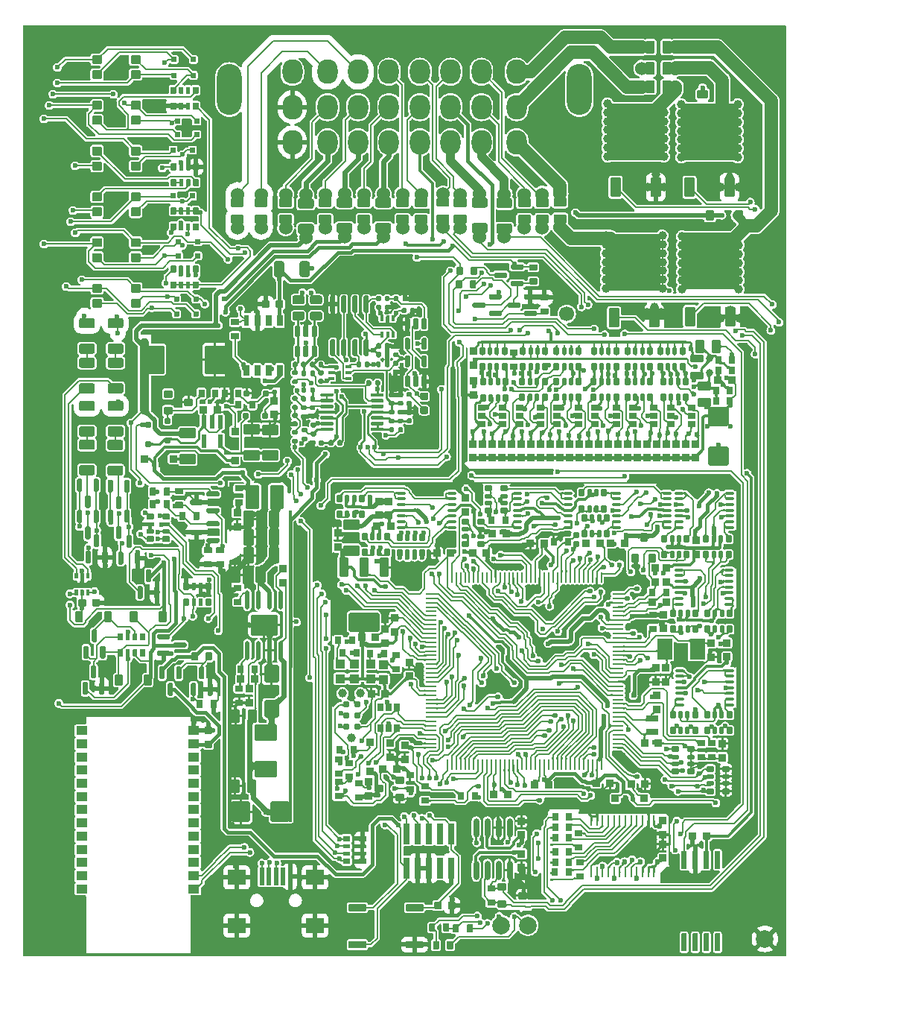
<source format=gtl>
G75*
G70*
%OFA0B0*%
%FSLAX25Y25*%
%IPPOS*%
%LPD*%
%AMOC8*
5,1,8,0,0,1.08239X$1,22.5*
%
%AMM110*
21,1,0.033470,0.026770,-0.000000,0.000000,270.000000*
21,1,0.026770,0.033470,-0.000000,0.000000,270.000000*
1,1,0.006690,-0.013390,-0.013390*
1,1,0.006690,-0.013390,0.013390*
1,1,0.006690,0.013390,0.013390*
1,1,0.006690,0.013390,-0.013390*
%
%AMM132*
21,1,0.070870,0.036220,-0.000000,-0.000000,180.000000*
21,1,0.061810,0.045280,-0.000000,-0.000000,180.000000*
1,1,0.009060,-0.030910,0.018110*
1,1,0.009060,0.030910,0.018110*
1,1,0.009060,0.030910,-0.018110*
1,1,0.009060,-0.030910,-0.018110*
%
%AMM133*
21,1,0.033470,0.026770,-0.000000,-0.000000,0.000000*
21,1,0.026770,0.033470,-0.000000,-0.000000,0.000000*
1,1,0.006690,0.013390,-0.013390*
1,1,0.006690,-0.013390,-0.013390*
1,1,0.006690,-0.013390,0.013390*
1,1,0.006690,0.013390,0.013390*
%
%AMM134*
21,1,0.035430,0.030320,-0.000000,-0.000000,270.000000*
21,1,0.028350,0.037400,-0.000000,-0.000000,270.000000*
1,1,0.007090,-0.015160,-0.014170*
1,1,0.007090,-0.015160,0.014170*
1,1,0.007090,0.015160,0.014170*
1,1,0.007090,0.015160,-0.014170*
%
%AMM135*
21,1,0.047240,0.015750,-0.000000,-0.000000,315.000000*
1,1,0.015750,-0.016700,0.016700*
1,1,0.015750,0.016700,-0.016700*
%
%AMM136*
21,1,0.035830,0.026770,-0.000000,-0.000000,270.000000*
21,1,0.029130,0.033470,-0.000000,-0.000000,270.000000*
1,1,0.006690,-0.013390,-0.014570*
1,1,0.006690,-0.013390,0.014570*
1,1,0.006690,0.013390,0.014570*
1,1,0.006690,0.013390,-0.014570*
%
%AMM137*
21,1,0.021650,0.052760,-0.000000,-0.000000,180.000000*
21,1,0.017320,0.057090,-0.000000,-0.000000,180.000000*
1,1,0.004330,-0.008660,0.026380*
1,1,0.004330,0.008660,0.026380*
1,1,0.004330,0.008660,-0.026380*
1,1,0.004330,-0.008660,-0.026380*
%
%AMM138*
21,1,0.023620,0.018900,-0.000000,-0.000000,90.000000*
21,1,0.018900,0.023620,-0.000000,-0.000000,90.000000*
1,1,0.004720,0.009450,0.009450*
1,1,0.004720,0.009450,-0.009450*
1,1,0.004720,-0.009450,-0.009450*
1,1,0.004720,-0.009450,0.009450*
%
%AMM139*
21,1,0.094490,0.111020,-0.000000,-0.000000,0.000000*
21,1,0.075590,0.129920,-0.000000,-0.000000,0.000000*
1,1,0.018900,0.037800,-0.055510*
1,1,0.018900,-0.037800,-0.055510*
1,1,0.018900,-0.037800,0.055510*
1,1,0.018900,0.037800,0.055510*
%
%AMM140*
21,1,0.023620,0.018900,-0.000000,-0.000000,0.000000*
21,1,0.018900,0.023620,-0.000000,-0.000000,0.000000*
1,1,0.004720,0.009450,-0.009450*
1,1,0.004720,-0.009450,-0.009450*
1,1,0.004720,-0.009450,0.009450*
1,1,0.004720,0.009450,0.009450*
%
%AMM141*
21,1,0.035830,0.026770,-0.000000,-0.000000,180.000000*
21,1,0.029130,0.033470,-0.000000,-0.000000,180.000000*
1,1,0.006690,-0.014570,0.013390*
1,1,0.006690,0.014570,0.013390*
1,1,0.006690,0.014570,-0.013390*
1,1,0.006690,-0.014570,-0.013390*
%
%AMM142*
21,1,0.033470,0.026770,-0.000000,-0.000000,270.000000*
21,1,0.026770,0.033470,-0.000000,-0.000000,270.000000*
1,1,0.006690,-0.013390,-0.013390*
1,1,0.006690,-0.013390,0.013390*
1,1,0.006690,0.013390,0.013390*
1,1,0.006690,0.013390,-0.013390*
%
%AMM143*
21,1,0.027560,0.030710,-0.000000,-0.000000,180.000000*
21,1,0.022050,0.036220,-0.000000,-0.000000,180.000000*
1,1,0.005510,-0.011020,0.015350*
1,1,0.005510,0.011020,0.015350*
1,1,0.005510,0.011020,-0.015350*
1,1,0.005510,-0.011020,-0.015350*
%
%AMM155*
21,1,0.039370,0.049210,-0.000000,0.000000,180.000000*
21,1,0.031500,0.057090,-0.000000,0.000000,180.000000*
1,1,0.007870,-0.015750,0.024610*
1,1,0.007870,0.015750,0.024610*
1,1,0.007870,0.015750,-0.024610*
1,1,0.007870,-0.015750,-0.024610*
%
%AMM156*
21,1,0.106300,0.050390,-0.000000,0.000000,90.000000*
21,1,0.093700,0.062990,-0.000000,0.000000,90.000000*
1,1,0.012600,0.025200,0.046850*
1,1,0.012600,0.025200,-0.046850*
1,1,0.012600,-0.025200,-0.046850*
1,1,0.012600,-0.025200,0.046850*
%
%AMM157*
21,1,0.074800,0.083460,-0.000000,0.000000,270.000000*
21,1,0.059840,0.098430,-0.000000,0.000000,270.000000*
1,1,0.014960,-0.041730,-0.029920*
1,1,0.014960,-0.041730,0.029920*
1,1,0.014960,0.041730,0.029920*
1,1,0.014960,0.041730,-0.029920*
%
%AMM158*
21,1,0.027560,0.030710,-0.000000,0.000000,270.000000*
21,1,0.022050,0.036220,-0.000000,0.000000,270.000000*
1,1,0.005510,-0.015350,-0.011020*
1,1,0.005510,-0.015350,0.011020*
1,1,0.005510,0.015350,0.011020*
1,1,0.005510,0.015350,-0.011020*
%
%AMM159*
21,1,0.033470,0.026770,-0.000000,0.000000,0.000000*
21,1,0.026770,0.033470,-0.000000,0.000000,0.000000*
1,1,0.006690,0.013390,-0.013390*
1,1,0.006690,-0.013390,-0.013390*
1,1,0.006690,-0.013390,0.013390*
1,1,0.006690,0.013390,0.013390*
%
%AMM160*
21,1,0.078740,0.053540,-0.000000,0.000000,270.000000*
21,1,0.065350,0.066930,-0.000000,0.000000,270.000000*
1,1,0.013390,-0.026770,-0.032680*
1,1,0.013390,-0.026770,0.032680*
1,1,0.013390,0.026770,0.032680*
1,1,0.013390,0.026770,-0.032680*
%
%AMM161*
21,1,0.122050,0.075590,-0.000000,0.000000,0.000000*
21,1,0.103150,0.094490,-0.000000,0.000000,0.000000*
1,1,0.018900,0.051580,-0.037800*
1,1,0.018900,-0.051580,-0.037800*
1,1,0.018900,-0.051580,0.037800*
1,1,0.018900,0.051580,0.037800*
%
%AMM162*
21,1,0.086610,0.073230,-0.000000,0.000000,180.000000*
21,1,0.069290,0.090550,-0.000000,0.000000,180.000000*
1,1,0.017320,-0.034650,0.036610*
1,1,0.017320,0.034650,0.036610*
1,1,0.017320,0.034650,-0.036610*
1,1,0.017320,-0.034650,-0.036610*
%
%AMM163*
21,1,0.070870,0.036220,-0.000000,0.000000,270.000000*
21,1,0.061810,0.045280,-0.000000,0.000000,270.000000*
1,1,0.009060,-0.018110,-0.030910*
1,1,0.009060,-0.018110,0.030910*
1,1,0.009060,0.018110,0.030910*
1,1,0.009060,0.018110,-0.030910*
%
%AMM164*
21,1,0.027560,0.030710,-0.000000,0.000000,180.000000*
21,1,0.022050,0.036220,-0.000000,0.000000,180.000000*
1,1,0.005510,-0.011020,0.015350*
1,1,0.005510,0.011020,0.015350*
1,1,0.005510,0.011020,-0.015350*
1,1,0.005510,-0.011020,-0.015350*
%
%AMM175*
21,1,0.033470,0.026770,-0.000000,0.000000,90.000000*
21,1,0.026770,0.033470,-0.000000,0.000000,90.000000*
1,1,0.006690,0.013390,0.013390*
1,1,0.006690,0.013390,-0.013390*
1,1,0.006690,-0.013390,-0.013390*
1,1,0.006690,-0.013390,0.013390*
%
%AMM181*
21,1,0.027560,0.030710,-0.000000,-0.000000,90.000000*
21,1,0.022050,0.036220,-0.000000,-0.000000,90.000000*
1,1,0.005510,0.015350,0.011020*
1,1,0.005510,0.015350,-0.011020*
1,1,0.005510,-0.015350,-0.011020*
1,1,0.005510,-0.015350,0.011020*
%
%AMM185*
21,1,0.033470,0.026770,0.000000,-0.000000,270.000000*
21,1,0.026770,0.033470,0.000000,-0.000000,270.000000*
1,1,0.006690,-0.013390,-0.013390*
1,1,0.006690,-0.013390,0.013390*
1,1,0.006690,0.013390,0.013390*
1,1,0.006690,0.013390,-0.013390*
%
%AMM186*
21,1,0.027560,0.030710,0.000000,-0.000000,270.000000*
21,1,0.022050,0.036220,0.000000,-0.000000,270.000000*
1,1,0.005510,-0.015350,-0.011020*
1,1,0.005510,-0.015350,0.011020*
1,1,0.005510,0.015350,0.011020*
1,1,0.005510,0.015350,-0.011020*
%
%AMM187*
21,1,0.027560,0.030710,0.000000,-0.000000,180.000000*
21,1,0.022050,0.036220,0.000000,-0.000000,180.000000*
1,1,0.005510,-0.011020,0.015350*
1,1,0.005510,0.011020,0.015350*
1,1,0.005510,0.011020,-0.015350*
1,1,0.005510,-0.011020,-0.015350*
%
%AMM188*
21,1,0.015750,0.009840,0.000000,-0.000000,315.000000*
1,1,0.009840,-0.005570,0.005570*
1,1,0.009840,0.005570,-0.005570*
%
%AMM215*
21,1,0.035430,0.050000,-0.000000,-0.000000,90.000000*
21,1,0.028350,0.057090,-0.000000,-0.000000,90.000000*
1,1,0.007090,0.025000,0.014170*
1,1,0.007090,0.025000,-0.014170*
1,1,0.007090,-0.025000,-0.014170*
1,1,0.007090,-0.025000,0.014170*
%
%AMM216*
21,1,0.086610,0.073230,-0.000000,-0.000000,90.000000*
21,1,0.069290,0.090550,-0.000000,-0.000000,90.000000*
1,1,0.017320,0.036610,0.034650*
1,1,0.017320,0.036610,-0.034650*
1,1,0.017320,-0.036610,-0.034650*
1,1,0.017320,-0.036610,0.034650*
%
%AMM217*
21,1,0.027560,0.030710,-0.000000,-0.000000,270.000000*
21,1,0.022050,0.036220,-0.000000,-0.000000,270.000000*
1,1,0.005510,-0.015350,-0.011020*
1,1,0.005510,-0.015350,0.011020*
1,1,0.005510,0.015350,0.011020*
1,1,0.005510,0.015350,-0.011020*
%
%AMM218*
21,1,0.007870,0.503940,-0.000000,-0.000000,0.000000*
21,1,0.000000,0.511810,-0.000000,-0.000000,0.000000*
1,1,0.007870,-0.000000,-0.251970*
1,1,0.007870,-0.000000,-0.251970*
1,1,0.007870,-0.000000,0.251970*
1,1,0.007870,-0.000000,0.251970*
%
%AMM219*
21,1,0.025590,0.026380,-0.000000,-0.000000,180.000000*
21,1,0.020470,0.031500,-0.000000,-0.000000,180.000000*
1,1,0.005120,-0.010240,0.013190*
1,1,0.005120,0.010240,0.013190*
1,1,0.005120,0.010240,-0.013190*
1,1,0.005120,-0.010240,-0.013190*
%
%AMM220*
21,1,0.023620,0.030710,-0.000000,-0.000000,270.000000*
21,1,0.018900,0.035430,-0.000000,-0.000000,270.000000*
1,1,0.004720,-0.015350,-0.009450*
1,1,0.004720,-0.015350,0.009450*
1,1,0.004720,0.015350,0.009450*
1,1,0.004720,0.015350,-0.009450*
%
%AMM221*
21,1,0.033470,0.026770,-0.000000,-0.000000,90.000000*
21,1,0.026770,0.033470,-0.000000,-0.000000,90.000000*
1,1,0.006690,0.013390,0.013390*
1,1,0.006690,0.013390,-0.013390*
1,1,0.006690,-0.013390,-0.013390*
1,1,0.006690,-0.013390,0.013390*
%
%AMM222*
21,1,0.017720,0.027950,-0.000000,-0.000000,180.000000*
21,1,0.014170,0.031500,-0.000000,-0.000000,180.000000*
1,1,0.003540,-0.007090,0.013980*
1,1,0.003540,0.007090,0.013980*
1,1,0.003540,0.007090,-0.013980*
1,1,0.003540,-0.007090,-0.013980*
%
%AMM223*
21,1,0.039370,0.049210,-0.000000,-0.000000,270.000000*
21,1,0.031500,0.057090,-0.000000,-0.000000,270.000000*
1,1,0.007870,-0.024610,-0.015750*
1,1,0.007870,-0.024610,0.015750*
1,1,0.007870,0.024610,0.015750*
1,1,0.007870,0.024610,-0.015750*
%
%AMM224*
21,1,0.039370,0.049210,-0.000000,-0.000000,0.000000*
21,1,0.031500,0.057090,-0.000000,-0.000000,0.000000*
1,1,0.007870,0.015750,-0.024610*
1,1,0.007870,-0.015750,-0.024610*
1,1,0.007870,-0.015750,0.024610*
1,1,0.007870,0.015750,0.024610*
%
%AMM225*
21,1,0.007870,0.041340,-0.000000,-0.000000,180.000000*
21,1,0.000000,0.049210,-0.000000,-0.000000,180.000000*
1,1,0.007870,-0.000000,0.020670*
1,1,0.007870,-0.000000,0.020670*
1,1,0.007870,-0.000000,-0.020670*
1,1,0.007870,-0.000000,-0.020670*
%
%AMM226*
21,1,0.009840,0.919290,-0.000000,-0.000000,90.000000*
21,1,0.000000,0.929130,-0.000000,-0.000000,90.000000*
1,1,0.009840,0.459650,-0.000000*
1,1,0.009840,0.459650,-0.000000*
1,1,0.009840,-0.459650,-0.000000*
1,1,0.009840,-0.459650,-0.000000*
%
%AMM242*
21,1,0.035430,0.030320,-0.000000,0.000000,270.000000*
21,1,0.028350,0.037400,-0.000000,0.000000,270.000000*
1,1,0.007090,-0.015160,-0.014170*
1,1,0.007090,-0.015160,0.014170*
1,1,0.007090,0.015160,0.014170*
1,1,0.007090,0.015160,-0.014170*
%
%AMM280*
21,1,0.007870,0.029130,-0.000000,-0.000000,45.000000*
21,1,0.000000,0.037010,-0.000000,-0.000000,45.000000*
1,1,0.007870,0.010300,-0.010300*
1,1,0.007870,0.010300,-0.010300*
1,1,0.007870,-0.010300,0.010300*
1,1,0.007870,-0.010300,0.010300*
%
%AMM281*
21,1,0.007870,0.014960,-0.000000,-0.000000,315.000000*
21,1,0.000000,0.022840,-0.000000,-0.000000,315.000000*
1,1,0.007870,-0.005290,-0.005290*
1,1,0.007870,-0.005290,-0.005290*
1,1,0.007870,0.005290,0.005290*
1,1,0.007870,0.005290,0.005290*
%
%AMM282*
21,1,0.007870,0.023620,-0.000000,-0.000000,135.000000*
21,1,0.000000,0.031500,-0.000000,-0.000000,135.000000*
1,1,0.007870,0.008350,0.008350*
1,1,0.007870,0.008350,0.008350*
1,1,0.007870,-0.008350,-0.008350*
1,1,0.007870,-0.008350,-0.008350*
%
%AMM283*
21,1,0.035430,0.030320,-0.000000,-0.000000,0.000000*
21,1,0.028350,0.037400,-0.000000,-0.000000,0.000000*
1,1,0.007090,0.014170,-0.015160*
1,1,0.007090,-0.014170,-0.015160*
1,1,0.007090,-0.014170,0.015160*
1,1,0.007090,0.014170,0.015160*
%
%AMM284*
21,1,0.035830,0.026770,-0.000000,-0.000000,90.000000*
21,1,0.029130,0.033470,-0.000000,-0.000000,90.000000*
1,1,0.006690,0.013390,0.014570*
1,1,0.006690,0.013390,-0.014570*
1,1,0.006690,-0.013390,-0.014570*
1,1,0.006690,-0.013390,0.014570*
%
%AMM285*
21,1,0.039370,0.035430,-0.000000,-0.000000,90.000000*
21,1,0.031500,0.043310,-0.000000,-0.000000,90.000000*
1,1,0.007870,0.017720,0.015750*
1,1,0.007870,0.017720,-0.015750*
1,1,0.007870,-0.017720,-0.015750*
1,1,0.007870,-0.017720,0.015750*
%
%AMM286*
21,1,0.035430,0.030320,-0.000000,-0.000000,90.000000*
21,1,0.028350,0.037400,-0.000000,-0.000000,90.000000*
1,1,0.007090,0.015160,0.014170*
1,1,0.007090,0.015160,-0.014170*
1,1,0.007090,-0.015160,-0.014170*
1,1,0.007090,-0.015160,0.014170*
%
%AMM287*
21,1,0.007870,0.055120,-0.000000,-0.000000,90.000000*
21,1,0.000000,0.062990,-0.000000,-0.000000,90.000000*
1,1,0.007870,0.027560,-0.000000*
1,1,0.007870,0.027560,-0.000000*
1,1,0.007870,-0.027560,-0.000000*
1,1,0.007870,-0.027560,-0.000000*
%
%AMM288*
21,1,0.007870,0.013780,-0.000000,-0.000000,225.000000*
21,1,0.000000,0.021650,-0.000000,-0.000000,225.000000*
1,1,0.007870,-0.004870,0.004870*
1,1,0.007870,-0.004870,0.004870*
1,1,0.007870,0.004870,-0.004870*
1,1,0.007870,0.004870,-0.004870*
%
%AMM289*
21,1,0.007870,0.039370,-0.000000,-0.000000,225.000000*
21,1,0.000000,0.047240,-0.000000,-0.000000,225.000000*
1,1,0.007870,-0.013920,0.013920*
1,1,0.007870,-0.013920,0.013920*
1,1,0.007870,0.013920,-0.013920*
1,1,0.007870,0.013920,-0.013920*
%
%AMM290*
21,1,0.007870,1.704720,-0.000000,-0.000000,90.000000*
21,1,0.000000,1.712600,-0.000000,-0.000000,90.000000*
1,1,0.007870,0.852360,-0.000000*
1,1,0.007870,0.852360,-0.000000*
1,1,0.007870,-0.852360,-0.000000*
1,1,0.007870,-0.852360,-0.000000*
%
%AMM291*
21,1,0.043310,0.075990,-0.000000,-0.000000,180.000000*
21,1,0.034650,0.084650,-0.000000,-0.000000,180.000000*
1,1,0.008660,-0.017320,0.037990*
1,1,0.008660,0.017320,0.037990*
1,1,0.008660,0.017320,-0.037990*
1,1,0.008660,-0.017320,-0.037990*
%
%AMM292*
21,1,0.137800,0.067720,-0.000000,-0.000000,180.000000*
21,1,0.120870,0.084650,-0.000000,-0.000000,180.000000*
1,1,0.016930,-0.060430,0.033860*
1,1,0.016930,0.060430,0.033860*
1,1,0.016930,0.060430,-0.033860*
1,1,0.016930,-0.060430,-0.033860*
%
%AMM293*
21,1,0.007870,1.405510,-0.000000,-0.000000,0.000000*
21,1,0.000000,1.413390,-0.000000,-0.000000,0.000000*
1,1,0.007870,-0.000000,-0.702760*
1,1,0.007870,-0.000000,-0.702760*
1,1,0.007870,-0.000000,0.702760*
1,1,0.007870,-0.000000,0.702760*
%
%AMM294*
21,1,0.023620,0.030710,-0.000000,-0.000000,0.000000*
21,1,0.018900,0.035430,-0.000000,-0.000000,0.000000*
1,1,0.004720,0.009450,-0.015350*
1,1,0.004720,-0.009450,-0.015350*
1,1,0.004720,-0.009450,0.015350*
1,1,0.004720,0.009450,0.015350*
%
%AMM295*
21,1,0.027560,0.030710,-0.000000,-0.000000,0.000000*
21,1,0.022050,0.036220,-0.000000,-0.000000,0.000000*
1,1,0.005510,0.011020,-0.015350*
1,1,0.005510,-0.011020,-0.015350*
1,1,0.005510,-0.011020,0.015350*
1,1,0.005510,0.011020,0.015350*
%
%AMM296*
21,1,0.027560,0.018900,-0.000000,-0.000000,0.000000*
21,1,0.022840,0.023620,-0.000000,-0.000000,0.000000*
1,1,0.004720,0.011420,-0.009450*
1,1,0.004720,-0.011420,-0.009450*
1,1,0.004720,-0.011420,0.009450*
1,1,0.004720,0.011420,0.009450*
%
%AMM297*
21,1,0.043310,0.075980,-0.000000,-0.000000,180.000000*
21,1,0.034650,0.084650,-0.000000,-0.000000,180.000000*
1,1,0.008660,-0.017320,0.037990*
1,1,0.008660,0.017320,0.037990*
1,1,0.008660,0.017320,-0.037990*
1,1,0.008660,-0.017320,-0.037990*
%
%AMM298*
21,1,0.035830,0.026770,-0.000000,-0.000000,0.000000*
21,1,0.029130,0.033470,-0.000000,-0.000000,0.000000*
1,1,0.006690,0.014570,-0.013390*
1,1,0.006690,-0.014570,-0.013390*
1,1,0.006690,-0.014570,0.013390*
1,1,0.006690,0.014570,0.013390*
%
%AMM299*
21,1,0.027560,0.049610,-0.000000,-0.000000,90.000000*
21,1,0.022050,0.055120,-0.000000,-0.000000,90.000000*
1,1,0.005510,0.024800,0.011020*
1,1,0.005510,0.024800,-0.011020*
1,1,0.005510,-0.024800,-0.011020*
1,1,0.005510,-0.024800,0.011020*
%
%AMM300*
21,1,0.017720,0.027950,-0.000000,-0.000000,90.000000*
21,1,0.014170,0.031500,-0.000000,-0.000000,90.000000*
1,1,0.003540,0.013980,0.007090*
1,1,0.003540,0.013980,-0.007090*
1,1,0.003540,-0.013980,-0.007090*
1,1,0.003540,-0.013980,0.007090*
%
%AMM301*
21,1,0.025590,0.026380,-0.000000,-0.000000,90.000000*
21,1,0.020470,0.031500,-0.000000,-0.000000,90.000000*
1,1,0.005120,0.013190,0.010240*
1,1,0.005120,0.013190,-0.010240*
1,1,0.005120,-0.013190,-0.010240*
1,1,0.005120,-0.013190,0.010240*
%
%AMM302*
21,1,0.009840,0.017720,-0.000000,-0.000000,0.000000*
21,1,0.000000,0.027560,-0.000000,-0.000000,0.000000*
1,1,0.009840,-0.000000,-0.008860*
1,1,0.009840,-0.000000,-0.008860*
1,1,0.009840,-0.000000,0.008860*
1,1,0.009840,-0.000000,0.008860*
%
%AMM303*
21,1,0.007870,1.416930,-0.000000,-0.000000,0.000000*
21,1,0.000000,1.424800,-0.000000,-0.000000,0.000000*
1,1,0.007870,-0.000000,-0.708470*
1,1,0.007870,-0.000000,-0.708470*
1,1,0.007870,-0.000000,0.708470*
1,1,0.007870,-0.000000,0.708470*
%
%AMM304*
21,1,0.007870,1.787400,-0.000000,-0.000000,90.000000*
21,1,0.000000,1.795280,-0.000000,-0.000000,90.000000*
1,1,0.007870,0.893700,-0.000000*
1,1,0.007870,0.893700,-0.000000*
1,1,0.007870,-0.893700,-0.000000*
1,1,0.007870,-0.893700,-0.000000*
%
%ADD10C,0.01969*%
%ADD105C,0.02362*%
%ADD107R,0.05118X0.03937*%
%ADD11O,0.12205X0.00787*%
%ADD112R,0.01969X0.07874*%
%ADD117C,0.00800*%
%ADD12O,0.05118X0.00866*%
%ADD120C,0.03937*%
%ADD122O,0.01968X0.00984*%
%ADD127O,0.01575X1.39370*%
%ADD135O,0.09055X0.11024*%
%ADD148O,0.00984X0.01968*%
%ADD15C,0.03100*%
%ADD156O,0.00984X0.01969*%
%ADD160C,0.07874*%
%ADD165O,0.00787X0.36221*%
%ADD166C,0.03150*%
%ADD167C,0.05906*%
%ADD17R,0.01378X0.00984*%
%ADD177O,0.28346X0.01575*%
%ADD178R,0.22835X0.25197*%
%ADD180R,0.02559X0.01575*%
%ADD183R,0.06693X0.09449*%
%ADD187O,0.00787X0.43701*%
%ADD189C,0.00984*%
%ADD192C,0.06000*%
%ADD193R,0.25591X0.00984*%
%ADD194O,0.25591X0.00787*%
%ADD195O,0.01575X1.18110*%
%ADD196O,0.00787X0.36220*%
%ADD198O,0.26772X0.00787*%
%ADD201R,0.05906X0.05217*%
%ADD203O,0.03937X0.34429*%
%ADD205O,0.54331X0.00787*%
%ADD21O,0.01575X0.21260*%
%ADD210R,0.07874X0.06693*%
%ADD213O,0.01968X0.03937*%
%ADD220R,0.02559X0.05157*%
%ADD222C,0.01968*%
%ADD226R,0.02913X0.09449*%
%ADD228O,0.03937X0.01968*%
%ADD23C,0.01575*%
%ADD230O,0.03937X0.34428*%
%ADD232O,0.00866X0.05118*%
%ADD236C,0.00787*%
%ADD238O,0.35433X0.01575*%
%ADD240O,0.40157X0.00984*%
%ADD242O,0.01575X0.00787*%
%ADD244C,0.03900*%
%ADD246M110*%
%ADD276M132*%
%ADD277M133*%
%ADD278M134*%
%ADD279M135*%
%ADD28O,0.00984X0.22835*%
%ADD280M136*%
%ADD281M137*%
%ADD282M138*%
%ADD283M139*%
%ADD284M140*%
%ADD285M141*%
%ADD286M142*%
%ADD287M143*%
%ADD29O,0.03937X0.01969*%
%ADD299M155*%
%ADD300M156*%
%ADD301M157*%
%ADD302M158*%
%ADD303O,0.01968X0.08661*%
%ADD304M159*%
%ADD305M160*%
%ADD306M161*%
%ADD307M162*%
%ADD308M163*%
%ADD309M164*%
%ADD310O,0.28347X0.01575*%
%ADD311O,0.11811X0.01968*%
%ADD323O,0.00984X0.04961*%
%ADD324M175*%
%ADD327O,0.40158X0.00984*%
%ADD333M181*%
%ADD337M185*%
%ADD338M186*%
%ADD339M187*%
%ADD340M188*%
%ADD35C,0.06693*%
%ADD36O,0.04331X0.01181*%
%ADD367M215*%
%ADD368M216*%
%ADD369M217*%
%ADD370M218*%
%ADD371M219*%
%ADD372M220*%
%ADD373M221*%
%ADD374M222*%
%ADD375M223*%
%ADD376M224*%
%ADD377M225*%
%ADD378M226*%
%ADD39R,0.02362X0.05157*%
%ADD394M242*%
%ADD436M280*%
%ADD437M281*%
%ADD438M282*%
%ADD439M283*%
%ADD440M284*%
%ADD441M285*%
%ADD442M286*%
%ADD443M287*%
%ADD444M288*%
%ADD445M289*%
%ADD446M290*%
%ADD447M291*%
%ADD448M292*%
%ADD449M293*%
%ADD450M294*%
%ADD451M295*%
%ADD452M296*%
%ADD453M297*%
%ADD454M298*%
%ADD455M299*%
%ADD456M300*%
%ADD457M301*%
%ADD458M302*%
%ADD459M303*%
%ADD460M304*%
%ADD476O,0.02362X0.08661*%
%ADD54C,0.01181*%
%ADD56O,0.00787X0.01968*%
%ADD58O,0.01969X0.03937*%
%ADD60R,0.00984X0.71654*%
%ADD67O,0.22323X0.00787*%
%ADD69O,0.11024X0.22835*%
%ADD72O,0.01575X0.19685*%
%ADD74O,0.01575X0.38583*%
%ADD76R,0.01575X0.02559*%
%ADD78R,0.53740X0.00984*%
%ADD81O,0.00787X0.01969*%
%ADD82R,0.01968X0.01968*%
%ADD86O,0.01969X0.00984*%
%ADD90R,0.25394X0.00984*%
%ADD94O,0.11811X0.01969*%
%ADD97R,0.04921X0.00984*%
X0000000Y0000000D02*
%LPD*%
G01*
D28*
X0289914Y0052392D03*
G36*
G01*
X0288419Y0064960D02*
X0288419Y0064960D01*
G75*
G02*
X0289115Y0064960I0000348J-000348D01*
G01*
X0290228Y0063847D01*
G75*
G02*
X0290228Y0063151I-000348J-000348D01*
G01*
X0290228Y0063151D01*
G75*
G02*
X0289532Y0063151I-000348J0000348D01*
G01*
X0288419Y0064264D01*
G75*
G02*
X0288419Y0064960I0000348J0000348D01*
G01*
G37*
D240*
X0269245Y0064646D03*
D242*
X0237258Y0034627D03*
X0237258Y0037619D03*
X0237258Y0042245D03*
X0237258Y0046871D03*
X0237258Y0050177D03*
X0237258Y0053130D03*
X0237258Y0057756D03*
X0237258Y0062382D03*
D105*
X0277020Y0042540D03*
X0275347Y0035315D03*
X0273182Y0043386D03*
X0269737Y0042540D03*
X0266390Y0042245D03*
X0265111Y0035315D03*
X0259993Y0040473D03*
X0257434Y0035315D03*
X0285682Y0058642D03*
X0284501Y0042599D03*
G36*
G01*
X0198667Y0328156D02*
X0193746Y0328156D01*
G75*
G02*
X0193352Y0328550I0000000J0000394D01*
G01*
X0193352Y0331699D01*
G75*
G02*
X0193746Y0332093I0000394J0000000D01*
G01*
X0198667Y0332093D01*
G75*
G02*
X0199061Y0331699I0000000J-000394D01*
G01*
X0199061Y0328550D01*
G75*
G02*
X0198667Y0328156I-000394J0000000D01*
G01*
G37*
D192*
X0196206Y0326364D03*
X0196206Y0341364D03*
G36*
G01*
X0198667Y0335636D02*
X0193746Y0335636D01*
G75*
G02*
X0193352Y0336030I0000000J0000394D01*
G01*
X0193352Y0339180D01*
G75*
G02*
X0193746Y0339573I0000394J0000000D01*
G01*
X0198667Y0339573D01*
G75*
G02*
X0199061Y0339180I0000000J-000394D01*
G01*
X0199061Y0336030D01*
G75*
G02*
X0198667Y0335636I-000394J0000000D01*
G01*
G37*
G36*
G01*
X0068937Y0210039D02*
X0072008Y0210039D01*
G75*
G02*
X0072283Y0209764I0000000J-000276D01*
G01*
X0072283Y0207559D01*
G75*
G02*
X0072008Y0207283I-000276J0000000D01*
G01*
X0068937Y0207283D01*
G75*
G02*
X0068661Y0207559I0000000J0000276D01*
G01*
X0068661Y0209764D01*
G75*
G02*
X0068937Y0210039I0000276J0000000D01*
G01*
G37*
G36*
G01*
X0068937Y0203740D02*
X0072008Y0203740D01*
G75*
G02*
X0072283Y0203465I0000000J-000276D01*
G01*
X0072283Y0201260D01*
G75*
G02*
X0072008Y0200984I-000276J0000000D01*
G01*
X0068937Y0200984D01*
G75*
G02*
X0068661Y0201260I0000000J0000276D01*
G01*
X0068661Y0203465D01*
G75*
G02*
X0068937Y0203740I0000276J0000000D01*
G01*
G37*
G36*
G01*
X0066535Y0299469D02*
X0066535Y0302106D01*
G75*
G02*
X0066791Y0302362I0000256J0000000D01*
G01*
X0068839Y0302362D01*
G75*
G02*
X0069094Y0302106I0000000J-000256D01*
G01*
X0069094Y0299469D01*
G75*
G02*
X0068839Y0299213I-000256J0000000D01*
G01*
X0066791Y0299213D01*
G75*
G02*
X0066535Y0299469I0000000J0000256D01*
G01*
G37*
G36*
G01*
X0070374Y0299390D02*
X0070374Y0302185D01*
G75*
G02*
X0070551Y0302362I0000177J0000000D01*
G01*
X0071969Y0302362D01*
G75*
G02*
X0072146Y0302185I0000000J-000177D01*
G01*
X0072146Y0299390D01*
G75*
G02*
X0071969Y0299213I-000177J0000000D01*
G01*
X0070551Y0299213D01*
G75*
G02*
X0070374Y0299390I0000000J0000177D01*
G01*
G37*
G36*
G01*
X0073524Y0299390D02*
X0073524Y0302185D01*
G75*
G02*
X0073701Y0302362I0000177J0000000D01*
G01*
X0075118Y0302362D01*
G75*
G02*
X0075295Y0302185I0000000J-000177D01*
G01*
X0075295Y0299390D01*
G75*
G02*
X0075118Y0299213I-000177J0000000D01*
G01*
X0073701Y0299213D01*
G75*
G02*
X0073524Y0299390I0000000J0000177D01*
G01*
G37*
G36*
G01*
X0076575Y0299469D02*
X0076575Y0302106D01*
G75*
G02*
X0076831Y0302362I0000256J0000000D01*
G01*
X0078878Y0302362D01*
G75*
G02*
X0079134Y0302106I0000000J-000256D01*
G01*
X0079134Y0299469D01*
G75*
G02*
X0078878Y0299213I-000256J0000000D01*
G01*
X0076831Y0299213D01*
G75*
G02*
X0076575Y0299469I0000000J0000256D01*
G01*
G37*
G36*
G01*
X0076575Y0306555D02*
X0076575Y0309193D01*
G75*
G02*
X0076831Y0309449I0000256J0000000D01*
G01*
X0078878Y0309449D01*
G75*
G02*
X0079134Y0309193I0000000J-000256D01*
G01*
X0079134Y0306555D01*
G75*
G02*
X0078878Y0306299I-000256J0000000D01*
G01*
X0076831Y0306299D01*
G75*
G02*
X0076575Y0306555I0000000J0000256D01*
G01*
G37*
G36*
G01*
X0073524Y0306476D02*
X0073524Y0309272D01*
G75*
G02*
X0073701Y0309449I0000177J0000000D01*
G01*
X0075118Y0309449D01*
G75*
G02*
X0075295Y0309272I0000000J-000177D01*
G01*
X0075295Y0306476D01*
G75*
G02*
X0075118Y0306299I-000177J0000000D01*
G01*
X0073701Y0306299D01*
G75*
G02*
X0073524Y0306476I0000000J0000177D01*
G01*
G37*
G36*
G01*
X0070374Y0306476D02*
X0070374Y0309272D01*
G75*
G02*
X0070551Y0309449I0000177J0000000D01*
G01*
X0071969Y0309449D01*
G75*
G02*
X0072146Y0309272I0000000J-000177D01*
G01*
X0072146Y0306476D01*
G75*
G02*
X0071969Y0306299I-000177J0000000D01*
G01*
X0070551Y0306299D01*
G75*
G02*
X0070374Y0306476I0000000J0000177D01*
G01*
G37*
G36*
G01*
X0066535Y0306555D02*
X0066535Y0309193D01*
G75*
G02*
X0066791Y0309449I0000256J0000000D01*
G01*
X0068839Y0309449D01*
G75*
G02*
X0069094Y0309193I0000000J-000256D01*
G01*
X0069094Y0306555D01*
G75*
G02*
X0068839Y0306299I-000256J0000000D01*
G01*
X0066791Y0306299D01*
G75*
G02*
X0066535Y0306555I0000000J0000256D01*
G01*
G37*
G36*
G01*
X0079228Y0354909D02*
X0079228Y0352272D01*
G75*
G02*
X0078972Y0352016I-000256J0000000D01*
G01*
X0076925Y0352016D01*
G75*
G02*
X0076669Y0352272I0000000J0000256D01*
G01*
X0076669Y0354909D01*
G75*
G02*
X0076925Y0355165I0000256J0000000D01*
G01*
X0078972Y0355165D01*
G75*
G02*
X0079228Y0354909I0000000J-000256D01*
G01*
G37*
G36*
G01*
X0075390Y0354988D02*
X0075390Y0352193D01*
G75*
G02*
X0075213Y0352016I-000177J0000000D01*
G01*
X0073795Y0352016D01*
G75*
G02*
X0073618Y0352193I0000000J0000177D01*
G01*
X0073618Y0354988D01*
G75*
G02*
X0073795Y0355165I0000177J0000000D01*
G01*
X0075213Y0355165D01*
G75*
G02*
X0075390Y0354988I0000000J-000177D01*
G01*
G37*
G36*
G01*
X0072240Y0354988D02*
X0072240Y0352193D01*
G75*
G02*
X0072063Y0352016I-000177J0000000D01*
G01*
X0070646Y0352016D01*
G75*
G02*
X0070469Y0352193I0000000J0000177D01*
G01*
X0070469Y0354988D01*
G75*
G02*
X0070646Y0355165I0000177J0000000D01*
G01*
X0072063Y0355165D01*
G75*
G02*
X0072240Y0354988I0000000J-000177D01*
G01*
G37*
G36*
G01*
X0069189Y0354909D02*
X0069189Y0352272D01*
G75*
G02*
X0068933Y0352016I-000256J0000000D01*
G01*
X0066886Y0352016D01*
G75*
G02*
X0066630Y0352272I0000000J0000256D01*
G01*
X0066630Y0354909D01*
G75*
G02*
X0066886Y0355165I0000256J0000000D01*
G01*
X0068933Y0355165D01*
G75*
G02*
X0069189Y0354909I0000000J-000256D01*
G01*
G37*
G36*
G01*
X0069189Y0347823D02*
X0069189Y0345185D01*
G75*
G02*
X0068933Y0344929I-000256J0000000D01*
G01*
X0066886Y0344929D01*
G75*
G02*
X0066630Y0345185I0000000J0000256D01*
G01*
X0066630Y0347823D01*
G75*
G02*
X0066886Y0348079I0000256J0000000D01*
G01*
X0068933Y0348079D01*
G75*
G02*
X0069189Y0347823I0000000J-000256D01*
G01*
G37*
G36*
G01*
X0072240Y0347902D02*
X0072240Y0345106D01*
G75*
G02*
X0072063Y0344929I-000177J0000000D01*
G01*
X0070646Y0344929D01*
G75*
G02*
X0070469Y0345106I0000000J0000177D01*
G01*
X0070469Y0347902D01*
G75*
G02*
X0070646Y0348079I0000177J0000000D01*
G01*
X0072063Y0348079D01*
G75*
G02*
X0072240Y0347902I0000000J-000177D01*
G01*
G37*
G36*
G01*
X0075390Y0347902D02*
X0075390Y0345106D01*
G75*
G02*
X0075213Y0344929I-000177J0000000D01*
G01*
X0073795Y0344929D01*
G75*
G02*
X0073618Y0345106I0000000J0000177D01*
G01*
X0073618Y0347902D01*
G75*
G02*
X0073795Y0348079I0000177J0000000D01*
G01*
X0075213Y0348079D01*
G75*
G02*
X0075390Y0347902I0000000J-000177D01*
G01*
G37*
G36*
G01*
X0079228Y0347823D02*
X0079228Y0345185D01*
G75*
G02*
X0078972Y0344929I-000256J0000000D01*
G01*
X0076925Y0344929D01*
G75*
G02*
X0076669Y0345185I0000000J0000256D01*
G01*
X0076669Y0347823D01*
G75*
G02*
X0076925Y0348079I0000256J0000000D01*
G01*
X0078972Y0348079D01*
G75*
G02*
X0079228Y0347823I0000000J-000256D01*
G01*
G37*
G36*
G01*
X0082126Y0103209D02*
X0084803Y0103209D01*
G75*
G02*
X0085138Y0102874I0000000J-000335D01*
G01*
X0085138Y0100197D01*
G75*
G02*
X0084803Y0099862I-000335J0000000D01*
G01*
X0082126Y0099862D01*
G75*
G02*
X0081791Y0100197I0000000J0000335D01*
G01*
X0081791Y0102874D01*
G75*
G02*
X0082126Y0103209I0000335J0000000D01*
G01*
G37*
G36*
G01*
X0082126Y0096988D02*
X0084803Y0096988D01*
G75*
G02*
X0085138Y0096654I0000000J-000335D01*
G01*
X0085138Y0093976D01*
G75*
G02*
X0084803Y0093642I-000335J0000000D01*
G01*
X0082126Y0093642D01*
G75*
G02*
X0081791Y0093976I0000000J0000335D01*
G01*
X0081791Y0096654D01*
G75*
G02*
X0082126Y0096988I0000335J0000000D01*
G01*
G37*
X0188514Y0326449D03*
G36*
G01*
X0190975Y0328240D02*
X0186053Y0328240D01*
G75*
G02*
X0185660Y0328634I0000000J0000394D01*
G01*
X0185660Y0331784D01*
G75*
G02*
X0186053Y0332177I0000394J0000000D01*
G01*
X0190975Y0332177D01*
G75*
G02*
X0191368Y0331784I0000000J-000394D01*
G01*
X0191368Y0328634D01*
G75*
G02*
X0190975Y0328240I-000394J0000000D01*
G01*
G37*
G36*
G01*
X0190975Y0335721D02*
X0186053Y0335721D01*
G75*
G02*
X0185660Y0336114I0000000J0000394D01*
G01*
X0185660Y0339264D01*
G75*
G02*
X0186053Y0339658I0000394J0000000D01*
G01*
X0190975Y0339658D01*
G75*
G02*
X0191368Y0339264I0000000J-000394D01*
G01*
X0191368Y0336114D01*
G75*
G02*
X0190975Y0335721I-000394J0000000D01*
G01*
G37*
X0188514Y0341449D03*
G36*
G01*
X0032677Y0236594D02*
X0032677Y0233878D01*
G75*
G02*
X0031772Y0232972I-000906J0000000D01*
G01*
X0026496Y0232972D01*
G75*
G02*
X0025591Y0233878I0000000J0000906D01*
G01*
X0025591Y0236594D01*
G75*
G02*
X0026496Y0237500I0000906J0000000D01*
G01*
X0031772Y0237500D01*
G75*
G02*
X0032677Y0236594I0000000J-000906D01*
G01*
G37*
G36*
G01*
X0032677Y0248012D02*
X0032677Y0245295D01*
G75*
G02*
X0031772Y0244390I-000906J0000000D01*
G01*
X0026496Y0244390D01*
G75*
G02*
X0025591Y0245295I0000000J0000906D01*
G01*
X0025591Y0248012D01*
G75*
G02*
X0026496Y0248917I0000906J0000000D01*
G01*
X0031772Y0248917D01*
G75*
G02*
X0032677Y0248012I0000000J-000906D01*
G01*
G37*
D160*
X0214567Y0014370D03*
D192*
X0144488Y0341535D03*
G36*
G01*
X0140945Y0336240D02*
X0140945Y0338957D01*
G75*
G02*
X0141850Y0339862I0000906J0000000D01*
G01*
X0147126Y0339862D01*
G75*
G02*
X0148031Y0338957I0000000J-000906D01*
G01*
X0148031Y0336240D01*
G75*
G02*
X0147126Y0335335I-000906J0000000D01*
G01*
X0141850Y0335335D01*
G75*
G02*
X0140945Y0336240I0000000J0000906D01*
G01*
G37*
X0144488Y0322244D03*
G36*
G01*
X0140945Y0324823D02*
X0140945Y0327539D01*
G75*
G02*
X0141850Y0328445I0000906J0000000D01*
G01*
X0147126Y0328445D01*
G75*
G02*
X0148031Y0327539I0000000J-000906D01*
G01*
X0148031Y0324823D01*
G75*
G02*
X0147126Y0323917I-000906J0000000D01*
G01*
X0141850Y0323917D01*
G75*
G02*
X0140945Y0324823I0000000J0000906D01*
G01*
G37*
G36*
G01*
X0224705Y0301969D02*
X0224705Y0300787D01*
G75*
G02*
X0224114Y0300197I-000591J0000000D01*
G01*
X0219488Y0300197D01*
G75*
G02*
X0218898Y0300787I0000000J0000591D01*
G01*
X0218898Y0301969D01*
G75*
G02*
X0219488Y0302559I0000591J0000000D01*
G01*
X0224114Y0302559D01*
G75*
G02*
X0224705Y0301969I0000000J-000591D01*
G01*
G37*
G36*
G01*
X0217323Y0305709D02*
X0217323Y0304528D01*
G75*
G02*
X0216732Y0303937I-000591J0000000D01*
G01*
X0212106Y0303937D01*
G75*
G02*
X0211516Y0304528I0000000J0000591D01*
G01*
X0211516Y0305709D01*
G75*
G02*
X0212106Y0306299I0000591J0000000D01*
G01*
X0216732Y0306299D01*
G75*
G02*
X0217323Y0305709I0000000J-000591D01*
G01*
G37*
G36*
G01*
X0224705Y0309449D02*
X0224705Y0308268D01*
G75*
G02*
X0224114Y0307677I-000591J0000000D01*
G01*
X0219488Y0307677D01*
G75*
G02*
X0218898Y0308268I0000000J0000591D01*
G01*
X0218898Y0309449D01*
G75*
G02*
X0219488Y0310039I0000591J0000000D01*
G01*
X0224114Y0310039D01*
G75*
G02*
X0224705Y0309449I0000000J-000591D01*
G01*
G37*
G36*
G01*
X0198720Y0221987D02*
X0198720Y0272381D01*
G75*
G02*
X0199114Y0272774I0000394J0000000D01*
G01*
X0199114Y0272774D01*
G75*
G02*
X0199508Y0272381I0000000J-000394D01*
G01*
X0199508Y0221987D01*
G75*
G02*
X0199114Y0221593I-000394J0000000D01*
G01*
X0199114Y0221593D01*
G75*
G02*
X0198720Y0221987I0000000J0000394D01*
G01*
G37*
G36*
G01*
X0205728Y0268227D02*
X0297657Y0268227D01*
G75*
G02*
X0298150Y0267735I0000000J-000492D01*
G01*
X0298150Y0267735D01*
G75*
G02*
X0297657Y0267243I-000492J0000000D01*
G01*
X0205728Y0267243D01*
G75*
G02*
X0205236Y0267735I0000000J0000492D01*
G01*
X0205236Y0267735D01*
G75*
G02*
X0205728Y0268227I0000492J0000000D01*
G01*
G37*
G36*
G01*
X0297559Y0274821D02*
X0205630Y0274821D01*
G75*
G02*
X0205138Y0275314I0000000J0000492D01*
G01*
X0205138Y0275314D01*
G75*
G02*
X0205630Y0275806I0000492J0000000D01*
G01*
X0297559Y0275806D01*
G75*
G02*
X0298051Y0275314I0000000J-000492D01*
G01*
X0298051Y0275314D01*
G75*
G02*
X0297559Y0274821I-000492J0000000D01*
G01*
G37*
G36*
G01*
X0296181Y0273640D02*
X0296181Y0269507D01*
G75*
G02*
X0295787Y0269113I-000394J0000000D01*
G01*
X0295787Y0269113D01*
G75*
G02*
X0295394Y0269507I0000000J0000394D01*
G01*
X0295394Y0273640D01*
G75*
G02*
X0295787Y0274034I0000394J0000000D01*
G01*
X0295787Y0274034D01*
G75*
G02*
X0296181Y0273640I0000000J-000394D01*
G01*
G37*
G36*
G01*
X0292736Y0273640D02*
X0292736Y0269507D01*
G75*
G02*
X0292342Y0269113I-000394J0000000D01*
G01*
X0292342Y0269113D01*
G75*
G02*
X0291949Y0269507I0000000J0000394D01*
G01*
X0291949Y0273640D01*
G75*
G02*
X0292342Y0274034I0000394J0000000D01*
G01*
X0292342Y0274034D01*
G75*
G02*
X0292736Y0273640I0000000J-000394D01*
G01*
G37*
G36*
G01*
X0289586Y0273640D02*
X0289586Y0269507D01*
G75*
G02*
X0289193Y0269113I-000394J0000000D01*
G01*
X0289193Y0269113D01*
G75*
G02*
X0288799Y0269507I0000000J0000394D01*
G01*
X0288799Y0273640D01*
G75*
G02*
X0289193Y0274034I0000394J0000000D01*
G01*
X0289193Y0274034D01*
G75*
G02*
X0289586Y0273640I0000000J-000394D01*
G01*
G37*
G36*
G01*
X0286142Y0273640D02*
X0286142Y0269507D01*
G75*
G02*
X0285748Y0269113I-000394J0000000D01*
G01*
X0285748Y0269113D01*
G75*
G02*
X0285354Y0269507I0000000J0000394D01*
G01*
X0285354Y0273640D01*
G75*
G02*
X0285748Y0274034I0000394J0000000D01*
G01*
X0285748Y0274034D01*
G75*
G02*
X0286142Y0273640I0000000J-000394D01*
G01*
G37*
G36*
G01*
X0281713Y0273640D02*
X0281713Y0269507D01*
G75*
G02*
X0281319Y0269113I-000394J0000000D01*
G01*
X0281319Y0269113D01*
G75*
G02*
X0280925Y0269507I0000000J0000394D01*
G01*
X0280925Y0273640D01*
G75*
G02*
X0281319Y0274034I0000394J0000000D01*
G01*
X0281319Y0274034D01*
G75*
G02*
X0281713Y0273640I0000000J-000394D01*
G01*
G37*
G36*
G01*
X0278268Y0273640D02*
X0278268Y0269507D01*
G75*
G02*
X0277874Y0269113I-000394J0000000D01*
G01*
X0277874Y0269113D01*
G75*
G02*
X0277480Y0269507I0000000J0000394D01*
G01*
X0277480Y0273640D01*
G75*
G02*
X0277874Y0274034I0000394J0000000D01*
G01*
X0277874Y0274034D01*
G75*
G02*
X0278268Y0273640I0000000J-000394D01*
G01*
G37*
G36*
G01*
X0275118Y0273640D02*
X0275118Y0269507D01*
G75*
G02*
X0274724Y0269113I-000394J0000000D01*
G01*
X0274724Y0269113D01*
G75*
G02*
X0274331Y0269507I0000000J0000394D01*
G01*
X0274331Y0273640D01*
G75*
G02*
X0274724Y0274034I0000394J0000000D01*
G01*
X0274724Y0274034D01*
G75*
G02*
X0275118Y0273640I0000000J-000394D01*
G01*
G37*
G36*
G01*
X0271673Y0273640D02*
X0271673Y0269507D01*
G75*
G02*
X0271280Y0269113I-000394J0000000D01*
G01*
X0271280Y0269113D01*
G75*
G02*
X0270886Y0269507I0000000J0000394D01*
G01*
X0270886Y0273640D01*
G75*
G02*
X0271280Y0274034I0000394J0000000D01*
G01*
X0271280Y0274034D01*
G75*
G02*
X0271673Y0273640I0000000J-000394D01*
G01*
G37*
G36*
G01*
X0266654Y0273640D02*
X0266654Y0269507D01*
G75*
G02*
X0266260Y0269113I-000394J0000000D01*
G01*
X0266260Y0269113D01*
G75*
G02*
X0265866Y0269507I0000000J0000394D01*
G01*
X0265866Y0273640D01*
G75*
G02*
X0266260Y0274034I0000394J0000000D01*
G01*
X0266260Y0274034D01*
G75*
G02*
X0266654Y0273640I0000000J-000394D01*
G01*
G37*
G36*
G01*
X0263209Y0273640D02*
X0263209Y0269507D01*
G75*
G02*
X0262815Y0269113I-000394J0000000D01*
G01*
X0262815Y0269113D01*
G75*
G02*
X0262421Y0269507I0000000J0000394D01*
G01*
X0262421Y0273640D01*
G75*
G02*
X0262815Y0274034I0000394J0000000D01*
G01*
X0262815Y0274034D01*
G75*
G02*
X0263209Y0273640I0000000J-000394D01*
G01*
G37*
G36*
G01*
X0260059Y0273640D02*
X0260059Y0269507D01*
G75*
G02*
X0259665Y0269113I-000394J0000000D01*
G01*
X0259665Y0269113D01*
G75*
G02*
X0259272Y0269507I0000000J0000394D01*
G01*
X0259272Y0273640D01*
G75*
G02*
X0259665Y0274034I0000394J0000000D01*
G01*
X0259665Y0274034D01*
G75*
G02*
X0260059Y0273640I0000000J-000394D01*
G01*
G37*
G36*
G01*
X0256614Y0273640D02*
X0256614Y0269507D01*
G75*
G02*
X0256220Y0269113I-000394J0000000D01*
G01*
X0256220Y0269113D01*
G75*
G02*
X0255827Y0269507I0000000J0000394D01*
G01*
X0255827Y0273640D01*
G75*
G02*
X0256220Y0274034I0000394J0000000D01*
G01*
X0256220Y0274034D01*
G75*
G02*
X0256614Y0273640I0000000J-000394D01*
G01*
G37*
G36*
G01*
X0249823Y0273640D02*
X0249823Y0269507D01*
G75*
G02*
X0249429Y0269113I-000394J0000000D01*
G01*
X0249429Y0269113D01*
G75*
G02*
X0249035Y0269507I0000000J0000394D01*
G01*
X0249035Y0273640D01*
G75*
G02*
X0249429Y0274034I0000394J0000000D01*
G01*
X0249429Y0274034D01*
G75*
G02*
X0249823Y0273640I0000000J-000394D01*
G01*
G37*
G36*
G01*
X0246378Y0273640D02*
X0246378Y0269507D01*
G75*
G02*
X0245984Y0269113I-000394J0000000D01*
G01*
X0245984Y0269113D01*
G75*
G02*
X0245591Y0269507I0000000J0000394D01*
G01*
X0245591Y0273640D01*
G75*
G02*
X0245984Y0274034I0000394J0000000D01*
G01*
X0245984Y0274034D01*
G75*
G02*
X0246378Y0273640I0000000J-000394D01*
G01*
G37*
G36*
G01*
X0243228Y0273640D02*
X0243228Y0269507D01*
G75*
G02*
X0242835Y0269113I-000394J0000000D01*
G01*
X0242835Y0269113D01*
G75*
G02*
X0242441Y0269507I0000000J0000394D01*
G01*
X0242441Y0273640D01*
G75*
G02*
X0242835Y0274034I0000394J0000000D01*
G01*
X0242835Y0274034D01*
G75*
G02*
X0243228Y0273640I0000000J-000394D01*
G01*
G37*
G36*
G01*
X0239783Y0273640D02*
X0239783Y0269507D01*
G75*
G02*
X0239390Y0269113I-000394J0000000D01*
G01*
X0239390Y0269113D01*
G75*
G02*
X0238996Y0269507I0000000J0000394D01*
G01*
X0238996Y0273640D01*
G75*
G02*
X0239390Y0274034I0000394J0000000D01*
G01*
X0239390Y0274034D01*
G75*
G02*
X0239783Y0273640I0000000J-000394D01*
G01*
G37*
G36*
G01*
X0234862Y0273640D02*
X0234862Y0269507D01*
G75*
G02*
X0234469Y0269113I-000394J0000000D01*
G01*
X0234469Y0269113D01*
G75*
G02*
X0234075Y0269507I0000000J0000394D01*
G01*
X0234075Y0273640D01*
G75*
G02*
X0234469Y0274034I0000394J0000000D01*
G01*
X0234469Y0274034D01*
G75*
G02*
X0234862Y0273640I0000000J-000394D01*
G01*
G37*
G36*
G01*
X0231417Y0273640D02*
X0231417Y0269507D01*
G75*
G02*
X0231024Y0269113I-000394J0000000D01*
G01*
X0231024Y0269113D01*
G75*
G02*
X0230630Y0269507I0000000J0000394D01*
G01*
X0230630Y0273640D01*
G75*
G02*
X0231024Y0274034I0000394J0000000D01*
G01*
X0231024Y0274034D01*
G75*
G02*
X0231417Y0273640I0000000J-000394D01*
G01*
G37*
G36*
G01*
X0228268Y0273640D02*
X0228268Y0269507D01*
G75*
G02*
X0227874Y0269113I-000394J0000000D01*
G01*
X0227874Y0269113D01*
G75*
G02*
X0227480Y0269507I0000000J0000394D01*
G01*
X0227480Y0273640D01*
G75*
G02*
X0227874Y0274034I0000394J0000000D01*
G01*
X0227874Y0274034D01*
G75*
G02*
X0228268Y0273640I0000000J-000394D01*
G01*
G37*
G36*
G01*
X0224823Y0273640D02*
X0224823Y0269507D01*
G75*
G02*
X0224429Y0269113I-000394J0000000D01*
G01*
X0224429Y0269113D01*
G75*
G02*
X0224035Y0269507I0000000J0000394D01*
G01*
X0224035Y0273640D01*
G75*
G02*
X0224429Y0274034I0000394J0000000D01*
G01*
X0224429Y0274034D01*
G75*
G02*
X0224823Y0273640I0000000J-000394D01*
G01*
G37*
G36*
G01*
X0216634Y0273640D02*
X0216634Y0269507D01*
G75*
G02*
X0216240Y0269113I-000394J0000000D01*
G01*
X0216240Y0269113D01*
G75*
G02*
X0215846Y0269507I0000000J0000394D01*
G01*
X0215846Y0273640D01*
G75*
G02*
X0216240Y0274034I0000394J0000000D01*
G01*
X0216240Y0274034D01*
G75*
G02*
X0216634Y0273640I0000000J-000394D01*
G01*
G37*
G36*
G01*
X0213189Y0273640D02*
X0213189Y0269507D01*
G75*
G02*
X0212795Y0269113I-000394J0000000D01*
G01*
X0212795Y0269113D01*
G75*
G02*
X0212402Y0269507I0000000J0000394D01*
G01*
X0212402Y0273640D01*
G75*
G02*
X0212795Y0274034I0000394J0000000D01*
G01*
X0212795Y0274034D01*
G75*
G02*
X0213189Y0273640I0000000J-000394D01*
G01*
G37*
G36*
G01*
X0210039Y0273640D02*
X0210039Y0269507D01*
G75*
G02*
X0209646Y0269113I-000394J0000000D01*
G01*
X0209646Y0269113D01*
G75*
G02*
X0209252Y0269507I0000000J0000394D01*
G01*
X0209252Y0273640D01*
G75*
G02*
X0209646Y0274034I0000394J0000000D01*
G01*
X0209646Y0274034D01*
G75*
G02*
X0210039Y0273640I0000000J-000394D01*
G01*
G37*
G36*
G01*
X0206594Y0273640D02*
X0206594Y0269507D01*
G75*
G02*
X0206201Y0269113I-000394J0000000D01*
G01*
X0206201Y0269113D01*
G75*
G02*
X0205807Y0269507I0000000J0000394D01*
G01*
X0205807Y0273640D01*
G75*
G02*
X0206201Y0274034I0000394J0000000D01*
G01*
X0206201Y0274034D01*
G75*
G02*
X0206594Y0273640I0000000J-000394D01*
G01*
G37*
G36*
G01*
X0069140Y0314961D02*
X0071030Y0314961D01*
G75*
G02*
X0071266Y0314724I0000000J-000236D01*
G01*
X0071266Y0312835D01*
G75*
G02*
X0071030Y0312598I-000236J0000000D01*
G01*
X0069140Y0312598D01*
G75*
G02*
X0068904Y0312835I0000000J0000236D01*
G01*
X0068904Y0314724D01*
G75*
G02*
X0069140Y0314961I0000236J0000000D01*
G01*
G37*
G36*
G01*
X0077801Y0314961D02*
X0079691Y0314961D01*
G75*
G02*
X0079927Y0314724I0000000J-000236D01*
G01*
X0079927Y0312835D01*
G75*
G02*
X0079691Y0312598I-000236J0000000D01*
G01*
X0077801Y0312598D01*
G75*
G02*
X0077565Y0312835I0000000J0000236D01*
G01*
X0077565Y0314724D01*
G75*
G02*
X0077801Y0314961I0000236J0000000D01*
G01*
G37*
G36*
G01*
X0052756Y0331496D02*
X0049213Y0331496D01*
G75*
G02*
X0048819Y0331890I0000000J0000394D01*
G01*
X0048819Y0335039D01*
G75*
G02*
X0049213Y0335433I0000394J0000000D01*
G01*
X0052756Y0335433D01*
G75*
G02*
X0053150Y0335039I0000000J-000394D01*
G01*
X0053150Y0331890D01*
G75*
G02*
X0052756Y0331496I-000394J0000000D01*
G01*
G37*
G36*
G01*
X0052756Y0338189D02*
X0049213Y0338189D01*
G75*
G02*
X0048819Y0338583I0000000J0000394D01*
G01*
X0048819Y0341732D01*
G75*
G02*
X0049213Y0342126I0000394J0000000D01*
G01*
X0052756Y0342126D01*
G75*
G02*
X0053150Y0341732I0000000J-000394D01*
G01*
X0053150Y0338583D01*
G75*
G02*
X0052756Y0338189I-000394J0000000D01*
G01*
G37*
G36*
G01*
X0107421Y0290787D02*
X0107421Y0293465D01*
G75*
G02*
X0107756Y0293799I0000335J0000000D01*
G01*
X0110433Y0293799D01*
G75*
G02*
X0110768Y0293465I0000000J-000335D01*
G01*
X0110768Y0290787D01*
G75*
G02*
X0110433Y0290453I-000335J0000000D01*
G01*
X0107756Y0290453D01*
G75*
G02*
X0107421Y0290787I0000000J0000335D01*
G01*
G37*
G36*
G01*
X0113642Y0290787D02*
X0113642Y0293465D01*
G75*
G02*
X0113976Y0293799I0000335J0000000D01*
G01*
X0116654Y0293799D01*
G75*
G02*
X0116988Y0293465I0000000J-000335D01*
G01*
X0116988Y0290787D01*
G75*
G02*
X0116654Y0290453I-000335J0000000D01*
G01*
X0113976Y0290453D01*
G75*
G02*
X0113642Y0290787I0000000J0000335D01*
G01*
G37*
G36*
G01*
X0172165Y0023819D02*
X0179409Y0023819D01*
G75*
G02*
X0179724Y0023504I0000000J-000315D01*
G01*
X0179724Y0020984D01*
G75*
G02*
X0179409Y0020669I-000315J0000000D01*
G01*
X0172165Y0020669D01*
G75*
G02*
X0171850Y0020984I0000000J0000315D01*
G01*
X0171850Y0023504D01*
G75*
G02*
X0172165Y0023819I0000315J0000000D01*
G01*
G37*
G36*
G01*
X0172165Y0007283D02*
X0179409Y0007283D01*
G75*
G02*
X0179724Y0006969I0000000J-000315D01*
G01*
X0179724Y0004449D01*
G75*
G02*
X0179409Y0004134I-000315J0000000D01*
G01*
X0172165Y0004134D01*
G75*
G02*
X0171850Y0004449I0000000J0000315D01*
G01*
X0171850Y0006969D01*
G75*
G02*
X0172165Y0007283I0000315J0000000D01*
G01*
G37*
G36*
G01*
X0067159Y0402805D02*
X0069049Y0402805D01*
G75*
G02*
X0069285Y0402569I0000000J-000236D01*
G01*
X0069285Y0400679D01*
G75*
G02*
X0069049Y0400443I-000236J0000000D01*
G01*
X0067159Y0400443D01*
G75*
G02*
X0066923Y0400679I0000000J0000236D01*
G01*
X0066923Y0402569D01*
G75*
G02*
X0067159Y0402805I0000236J0000000D01*
G01*
G37*
G36*
G01*
X0075821Y0402805D02*
X0077711Y0402805D01*
G75*
G02*
X0077947Y0402569I0000000J-000236D01*
G01*
X0077947Y0400679D01*
G75*
G02*
X0077711Y0400443I-000236J0000000D01*
G01*
X0075821Y0400443D01*
G75*
G02*
X0075585Y0400679I0000000J0000236D01*
G01*
X0075585Y0402569D01*
G75*
G02*
X0075821Y0402805I0000236J0000000D01*
G01*
G37*
G36*
G01*
X0194154Y0024567D02*
X0194154Y0021890D01*
G75*
G02*
X0193819Y0021555I-000335J0000000D01*
G01*
X0191142Y0021555D01*
G75*
G02*
X0190807Y0021890I0000000J0000335D01*
G01*
X0190807Y0024567D01*
G75*
G02*
X0191142Y0024902I0000335J0000000D01*
G01*
X0193819Y0024902D01*
G75*
G02*
X0194154Y0024567I0000000J-000335D01*
G01*
G37*
G36*
G01*
X0187933Y0024567D02*
X0187933Y0021890D01*
G75*
G02*
X0187598Y0021555I-000335J0000000D01*
G01*
X0184921Y0021555D01*
G75*
G02*
X0184587Y0021890I0000000J0000335D01*
G01*
X0184587Y0024567D01*
G75*
G02*
X0184921Y0024902I0000335J0000000D01*
G01*
X0187598Y0024902D01*
G75*
G02*
X0187933Y0024567I0000000J-000335D01*
G01*
G37*
G36*
G01*
X0028937Y0117421D02*
X0027756Y0117421D01*
G75*
G02*
X0027165Y0118012I0000000J0000591D01*
G01*
X0027165Y0122638D01*
G75*
G02*
X0027756Y0123228I0000591J0000000D01*
G01*
X0028937Y0123228D01*
G75*
G02*
X0029528Y0122638I0000000J-000591D01*
G01*
X0029528Y0118012D01*
G75*
G02*
X0028937Y0117421I-000591J0000000D01*
G01*
G37*
G36*
G01*
X0032677Y0124803D02*
X0031496Y0124803D01*
G75*
G02*
X0030906Y0125394I0000000J0000591D01*
G01*
X0030906Y0130020D01*
G75*
G02*
X0031496Y0130610I0000591J0000000D01*
G01*
X0032677Y0130610D01*
G75*
G02*
X0033268Y0130020I0000000J-000591D01*
G01*
X0033268Y0125394D01*
G75*
G02*
X0032677Y0124803I-000591J0000000D01*
G01*
G37*
G36*
G01*
X0036417Y0117421D02*
X0035236Y0117421D01*
G75*
G02*
X0034646Y0118012I0000000J0000591D01*
G01*
X0034646Y0122638D01*
G75*
G02*
X0035236Y0123228I0000591J0000000D01*
G01*
X0036417Y0123228D01*
G75*
G02*
X0037008Y0122638I0000000J-000591D01*
G01*
X0037008Y0118012D01*
G75*
G02*
X0036417Y0117421I-000591J0000000D01*
G01*
G37*
G36*
G01*
X0032677Y0255886D02*
X0032677Y0253169D01*
G75*
G02*
X0031772Y0252264I-000906J0000000D01*
G01*
X0026496Y0252264D01*
G75*
G02*
X0025591Y0253169I0000000J0000906D01*
G01*
X0025591Y0255886D01*
G75*
G02*
X0026496Y0256791I0000906J0000000D01*
G01*
X0031772Y0256791D01*
G75*
G02*
X0032677Y0255886I0000000J-000906D01*
G01*
G37*
G36*
G01*
X0032677Y0267303D02*
X0032677Y0264587D01*
G75*
G02*
X0031772Y0263681I-000906J0000000D01*
G01*
X0026496Y0263681D01*
G75*
G02*
X0025591Y0264587I0000000J0000906D01*
G01*
X0025591Y0267303D01*
G75*
G02*
X0026496Y0268209I0000906J0000000D01*
G01*
X0031772Y0268209D01*
G75*
G02*
X0032677Y0267303I0000000J-000906D01*
G01*
G37*
G36*
G01*
X0040354Y0154370D02*
X0040354Y0150354D01*
G75*
G02*
X0040000Y0150000I-000354J0000000D01*
G01*
X0037165Y0150000D01*
G75*
G02*
X0036811Y0150354I0000000J0000354D01*
G01*
X0036811Y0154370D01*
G75*
G02*
X0037165Y0154724I0000354J0000000D01*
G01*
X0040000Y0154724D01*
G75*
G02*
X0040354Y0154370I0000000J-000354D01*
G01*
G37*
G36*
G01*
X0027362Y0154370D02*
X0027362Y0150354D01*
G75*
G02*
X0027008Y0150000I-000354J0000000D01*
G01*
X0024173Y0150000D01*
G75*
G02*
X0023819Y0150354I0000000J0000354D01*
G01*
X0023819Y0154370D01*
G75*
G02*
X0024173Y0154724I0000354J0000000D01*
G01*
X0027008Y0154724D01*
G75*
G02*
X0027362Y0154370I0000000J-000354D01*
G01*
G37*
G36*
G01*
X0052756Y0311024D02*
X0049213Y0311024D01*
G75*
G02*
X0048819Y0311417I0000000J0000394D01*
G01*
X0048819Y0314567D01*
G75*
G02*
X0049213Y0314961I0000394J0000000D01*
G01*
X0052756Y0314961D01*
G75*
G02*
X0053150Y0314567I0000000J-000394D01*
G01*
X0053150Y0311417D01*
G75*
G02*
X0052756Y0311024I-000394J0000000D01*
G01*
G37*
G36*
G01*
X0052756Y0317717D02*
X0049213Y0317717D01*
G75*
G02*
X0048819Y0318110I0000000J0000394D01*
G01*
X0048819Y0321260D01*
G75*
G02*
X0049213Y0321654I0000394J0000000D01*
G01*
X0052756Y0321654D01*
G75*
G02*
X0053150Y0321260I0000000J-000394D01*
G01*
X0053150Y0318110D01*
G75*
G02*
X0052756Y0317717I-000394J0000000D01*
G01*
G37*
D35*
X0243929Y0287795D03*
G36*
G01*
X0078150Y0111850D02*
X0078150Y0114921D01*
G75*
G02*
X0078425Y0115197I0000276J0000000D01*
G01*
X0080630Y0115197D01*
G75*
G02*
X0080906Y0114921I0000000J-000276D01*
G01*
X0080906Y0111850D01*
G75*
G02*
X0080630Y0111575I-000276J0000000D01*
G01*
X0078425Y0111575D01*
G75*
G02*
X0078150Y0111850I0000000J0000276D01*
G01*
G37*
G36*
G01*
X0084449Y0111850D02*
X0084449Y0114921D01*
G75*
G02*
X0084724Y0115197I0000276J0000000D01*
G01*
X0086929Y0115197D01*
G75*
G02*
X0087205Y0114921I0000000J-000276D01*
G01*
X0087205Y0111850D01*
G75*
G02*
X0086929Y0111575I-000276J0000000D01*
G01*
X0084724Y0111575D01*
G75*
G02*
X0084449Y0111850I0000000J0000276D01*
G01*
G37*
G36*
G01*
X0067165Y0395669D02*
X0069055Y0395669D01*
G75*
G02*
X0069291Y0395433I0000000J-000236D01*
G01*
X0069291Y0393543D01*
G75*
G02*
X0069055Y0393307I-000236J0000000D01*
G01*
X0067165Y0393307D01*
G75*
G02*
X0066929Y0393543I0000000J0000236D01*
G01*
X0066929Y0395433D01*
G75*
G02*
X0067165Y0395669I0000236J0000000D01*
G01*
G37*
G36*
G01*
X0075827Y0395669D02*
X0077717Y0395669D01*
G75*
G02*
X0077953Y0395433I0000000J-000236D01*
G01*
X0077953Y0393543D01*
G75*
G02*
X0077717Y0393307I-000236J0000000D01*
G01*
X0075827Y0393307D01*
G75*
G02*
X0075591Y0393543I0000000J0000236D01*
G01*
X0075591Y0395433D01*
G75*
G02*
X0075827Y0395669I0000236J0000000D01*
G01*
G37*
G36*
G01*
X0203346Y0302583D02*
X0203346Y0299512D01*
G75*
G02*
X0203071Y0299236I-000276J0000000D01*
G01*
X0200866Y0299236D01*
G75*
G02*
X0200591Y0299512I0000000J0000276D01*
G01*
X0200591Y0302583D01*
G75*
G02*
X0200866Y0302858I0000276J0000000D01*
G01*
X0203071Y0302858D01*
G75*
G02*
X0203346Y0302583I0000000J-000276D01*
G01*
G37*
G36*
G01*
X0197047Y0302583D02*
X0197047Y0299512D01*
G75*
G02*
X0196772Y0299236I-000276J0000000D01*
G01*
X0194567Y0299236D01*
G75*
G02*
X0194291Y0299512I0000000J0000276D01*
G01*
X0194291Y0302583D01*
G75*
G02*
X0194567Y0302858I0000276J0000000D01*
G01*
X0196772Y0302858D01*
G75*
G02*
X0197047Y0302583I0000000J-000276D01*
G01*
G37*
G36*
G01*
X0052756Y0372441D02*
X0049213Y0372441D01*
G75*
G02*
X0048819Y0372835I0000000J0000394D01*
G01*
X0048819Y0375984D01*
G75*
G02*
X0049213Y0376378I0000394J0000000D01*
G01*
X0052756Y0376378D01*
G75*
G02*
X0053150Y0375984I0000000J-000394D01*
G01*
X0053150Y0372835D01*
G75*
G02*
X0052756Y0372441I-000394J0000000D01*
G01*
G37*
G36*
G01*
X0052756Y0379134D02*
X0049213Y0379134D01*
G75*
G02*
X0048819Y0379528I0000000J0000394D01*
G01*
X0048819Y0382677D01*
G75*
G02*
X0049213Y0383071I0000394J0000000D01*
G01*
X0052756Y0383071D01*
G75*
G02*
X0053150Y0382677I0000000J-000394D01*
G01*
X0053150Y0379528D01*
G75*
G02*
X0052756Y0379134I-000394J0000000D01*
G01*
G37*
D192*
X0096457Y0326358D03*
G36*
G01*
X0098917Y0328150D02*
X0093996Y0328150D01*
G75*
G02*
X0093602Y0328543I0000000J0000394D01*
G01*
X0093602Y0331693D01*
G75*
G02*
X0093996Y0332087I0000394J0000000D01*
G01*
X0098917Y0332087D01*
G75*
G02*
X0099311Y0331693I0000000J-000394D01*
G01*
X0099311Y0328543D01*
G75*
G02*
X0098917Y0328150I-000394J0000000D01*
G01*
G37*
G36*
G01*
X0098917Y0335630D02*
X0093996Y0335630D01*
G75*
G02*
X0093602Y0336024I0000000J0000394D01*
G01*
X0093602Y0339173D01*
G75*
G02*
X0093996Y0339567I0000394J0000000D01*
G01*
X0098917Y0339567D01*
G75*
G02*
X0099311Y0339173I0000000J-000394D01*
G01*
X0099311Y0336024D01*
G75*
G02*
X0098917Y0335630I-000394J0000000D01*
G01*
G37*
X0096457Y0341358D03*
X0292539Y0407087D03*
G36*
G01*
X0290748Y0409547D02*
X0290748Y0404626D01*
G75*
G02*
X0290354Y0404232I-000394J0000000D01*
G01*
X0287205Y0404232D01*
G75*
G02*
X0286811Y0404626I0000000J0000394D01*
G01*
X0286811Y0409547D01*
G75*
G02*
X0287205Y0409941I0000394J0000000D01*
G01*
X0290354Y0409941D01*
G75*
G02*
X0290748Y0409547I0000000J-000394D01*
G01*
G37*
G36*
G01*
X0283268Y0409547D02*
X0283268Y0404626D01*
G75*
G02*
X0282874Y0404232I-000394J0000000D01*
G01*
X0279724Y0404232D01*
G75*
G02*
X0279331Y0404626I0000000J0000394D01*
G01*
X0279331Y0409547D01*
G75*
G02*
X0279724Y0409941I0000394J0000000D01*
G01*
X0282874Y0409941D01*
G75*
G02*
X0283268Y0409547I0000000J-000394D01*
G01*
G37*
X0277539Y0407087D03*
D112*
X0107480Y0036122D03*
X0110630Y0036122D03*
X0113780Y0036122D03*
X0116929Y0036122D03*
X0120079Y0036122D03*
D210*
X0096260Y0035728D03*
X0131299Y0035728D03*
X0096260Y0014272D03*
X0131299Y0014272D03*
G36*
G01*
X0045362Y0219114D02*
X0045362Y0216398D01*
G75*
G02*
X0044457Y0215492I-000906J0000000D01*
G01*
X0039181Y0215492D01*
G75*
G02*
X0038276Y0216398I0000000J0000906D01*
G01*
X0038276Y0219114D01*
G75*
G02*
X0039181Y0220020I0000906J0000000D01*
G01*
X0044457Y0220020D01*
G75*
G02*
X0045362Y0219114I0000000J-000906D01*
G01*
G37*
G36*
G01*
X0045362Y0230531D02*
X0045362Y0227815D01*
G75*
G02*
X0044457Y0226909I-000906J0000000D01*
G01*
X0039181Y0226909D01*
G75*
G02*
X0038276Y0227815I0000000J0000906D01*
G01*
X0038276Y0230531D01*
G75*
G02*
X0039181Y0231437I0000906J0000000D01*
G01*
X0044457Y0231437D01*
G75*
G02*
X0045362Y0230531I0000000J-000906D01*
G01*
G37*
G36*
G01*
X0300787Y0340157D02*
X0297008Y0340157D01*
G75*
G02*
X0296535Y0340630I0000000J0000472D01*
G01*
X0296535Y0348346D01*
G75*
G02*
X0297008Y0348819I0000472J0000000D01*
G01*
X0300787Y0348819D01*
G75*
G02*
X0301260Y0348346I0000000J-000472D01*
G01*
X0301260Y0340630D01*
G75*
G02*
X0300787Y0340157I-000472J0000000D01*
G01*
G37*
D178*
X0307874Y0369291D03*
G36*
G01*
X0318740Y0340157D02*
X0314961Y0340157D01*
G75*
G02*
X0314488Y0340630I0000000J0000472D01*
G01*
X0314488Y0348346D01*
G75*
G02*
X0314961Y0348819I0000472J0000000D01*
G01*
X0318740Y0348819D01*
G75*
G02*
X0319213Y0348346I0000000J-000472D01*
G01*
X0319213Y0340630D01*
G75*
G02*
X0318740Y0340157I-000472J0000000D01*
G01*
G37*
G36*
G01*
X0032677Y0200098D02*
X0033858Y0200098D01*
G75*
G02*
X0034449Y0199508I0000000J-000591D01*
G01*
X0034449Y0194882D01*
G75*
G02*
X0033858Y0194291I-000591J0000000D01*
G01*
X0032677Y0194291D01*
G75*
G02*
X0032087Y0194882I0000000J0000591D01*
G01*
X0032087Y0199508D01*
G75*
G02*
X0032677Y0200098I0000591J0000000D01*
G01*
G37*
G36*
G01*
X0028937Y0192717D02*
X0030118Y0192717D01*
G75*
G02*
X0030709Y0192126I0000000J-000591D01*
G01*
X0030709Y0187500D01*
G75*
G02*
X0030118Y0186909I-000591J0000000D01*
G01*
X0028937Y0186909D01*
G75*
G02*
X0028346Y0187500I0000000J0000591D01*
G01*
X0028346Y0192126D01*
G75*
G02*
X0028937Y0192717I0000591J0000000D01*
G01*
G37*
G36*
G01*
X0025197Y0200098D02*
X0026378Y0200098D01*
G75*
G02*
X0026969Y0199508I0000000J-000591D01*
G01*
X0026969Y0194882D01*
G75*
G02*
X0026378Y0194291I-000591J0000000D01*
G01*
X0025197Y0194291D01*
G75*
G02*
X0024606Y0194882I0000000J0000591D01*
G01*
X0024606Y0199508D01*
G75*
G02*
X0025197Y0200098I0000591J0000000D01*
G01*
G37*
G36*
G01*
X0029331Y0133563D02*
X0028150Y0133563D01*
G75*
G02*
X0027559Y0134154I0000000J0000591D01*
G01*
X0027559Y0138780D01*
G75*
G02*
X0028150Y0139370I0000591J0000000D01*
G01*
X0029331Y0139370D01*
G75*
G02*
X0029921Y0138780I0000000J-000591D01*
G01*
X0029921Y0134154D01*
G75*
G02*
X0029331Y0133563I-000591J0000000D01*
G01*
G37*
G36*
G01*
X0033071Y0140945D02*
X0031890Y0140945D01*
G75*
G02*
X0031299Y0141535I0000000J0000591D01*
G01*
X0031299Y0146161D01*
G75*
G02*
X0031890Y0146752I0000591J0000000D01*
G01*
X0033071Y0146752D01*
G75*
G02*
X0033661Y0146161I0000000J-000591D01*
G01*
X0033661Y0141535D01*
G75*
G02*
X0033071Y0140945I-000591J0000000D01*
G01*
G37*
G36*
G01*
X0036811Y0133563D02*
X0035630Y0133563D01*
G75*
G02*
X0035039Y0134154I0000000J0000591D01*
G01*
X0035039Y0138780D01*
G75*
G02*
X0035630Y0139370I0000591J0000000D01*
G01*
X0036811Y0139370D01*
G75*
G02*
X0037402Y0138780I0000000J-000591D01*
G01*
X0037402Y0134154D01*
G75*
G02*
X0036811Y0133563I-000591J0000000D01*
G01*
G37*
G36*
G01*
X0235465Y0287598D02*
X0232394Y0287598D01*
G75*
G02*
X0232118Y0287874I0000000J0000276D01*
G01*
X0232118Y0290079D01*
G75*
G02*
X0232394Y0290354I0000276J0000000D01*
G01*
X0235465Y0290354D01*
G75*
G02*
X0235740Y0290079I0000000J-000276D01*
G01*
X0235740Y0287874D01*
G75*
G02*
X0235465Y0287598I-000276J0000000D01*
G01*
G37*
G36*
G01*
X0235465Y0293898D02*
X0232394Y0293898D01*
G75*
G02*
X0232118Y0294173I0000000J0000276D01*
G01*
X0232118Y0296378D01*
G75*
G02*
X0232394Y0296654I0000276J0000000D01*
G01*
X0235465Y0296654D01*
G75*
G02*
X0235740Y0296378I0000000J-000276D01*
G01*
X0235740Y0294173D01*
G75*
G02*
X0235465Y0293898I-000276J0000000D01*
G01*
G37*
G36*
G01*
X0081732Y0183465D02*
X0084803Y0183465D01*
G75*
G02*
X0085079Y0183189I0000000J-000276D01*
G01*
X0085079Y0180984D01*
G75*
G02*
X0084803Y0180709I-000276J0000000D01*
G01*
X0081732Y0180709D01*
G75*
G02*
X0081457Y0180984I0000000J0000276D01*
G01*
X0081457Y0183189D01*
G75*
G02*
X0081732Y0183465I0000276J0000000D01*
G01*
G37*
G36*
G01*
X0081732Y0177165D02*
X0084803Y0177165D01*
G75*
G02*
X0085079Y0176890I0000000J-000276D01*
G01*
X0085079Y0174685D01*
G75*
G02*
X0084803Y0174409I-000276J0000000D01*
G01*
X0081732Y0174409D01*
G75*
G02*
X0081457Y0174685I0000000J0000276D01*
G01*
X0081457Y0176890D01*
G75*
G02*
X0081732Y0177165I0000276J0000000D01*
G01*
G37*
G36*
G01*
X0028898Y0171949D02*
X0030157Y0171949D01*
G75*
G02*
X0030315Y0171791I0000000J-000157D01*
G01*
X0030315Y0169547D01*
G75*
G02*
X0030157Y0169390I-000157J0000000D01*
G01*
X0028898Y0169390D01*
G75*
G02*
X0028740Y0169547I0000000J0000157D01*
G01*
X0028740Y0171791D01*
G75*
G02*
X0028898Y0171949I0000157J0000000D01*
G01*
G37*
G36*
G01*
X0026339Y0171949D02*
X0027598Y0171949D01*
G75*
G02*
X0027756Y0171791I0000000J-000157D01*
G01*
X0027756Y0169547D01*
G75*
G02*
X0027598Y0169390I-000157J0000000D01*
G01*
X0026339Y0169390D01*
G75*
G02*
X0026181Y0169547I0000000J0000157D01*
G01*
X0026181Y0171791D01*
G75*
G02*
X0026339Y0171949I0000157J0000000D01*
G01*
G37*
G36*
G01*
X0023780Y0171949D02*
X0025039Y0171949D01*
G75*
G02*
X0025197Y0171791I0000000J-000157D01*
G01*
X0025197Y0169547D01*
G75*
G02*
X0025039Y0169390I-000157J0000000D01*
G01*
X0023780Y0169390D01*
G75*
G02*
X0023622Y0169547I0000000J0000157D01*
G01*
X0023622Y0171791D01*
G75*
G02*
X0023780Y0171949I0000157J0000000D01*
G01*
G37*
G36*
G01*
X0023780Y0164469D02*
X0025039Y0164469D01*
G75*
G02*
X0025197Y0164311I0000000J-000157D01*
G01*
X0025197Y0162067D01*
G75*
G02*
X0025039Y0161909I-000157J0000000D01*
G01*
X0023780Y0161909D01*
G75*
G02*
X0023622Y0162067I0000000J0000157D01*
G01*
X0023622Y0164311D01*
G75*
G02*
X0023780Y0164469I0000157J0000000D01*
G01*
G37*
G36*
G01*
X0026339Y0164469D02*
X0027598Y0164469D01*
G75*
G02*
X0027756Y0164311I0000000J-000157D01*
G01*
X0027756Y0162067D01*
G75*
G02*
X0027598Y0161909I-000157J0000000D01*
G01*
X0026339Y0161909D01*
G75*
G02*
X0026181Y0162067I0000000J0000157D01*
G01*
X0026181Y0164311D01*
G75*
G02*
X0026339Y0164469I0000157J0000000D01*
G01*
G37*
G36*
G01*
X0028898Y0164469D02*
X0030157Y0164469D01*
G75*
G02*
X0030315Y0164311I0000000J-000157D01*
G01*
X0030315Y0162067D01*
G75*
G02*
X0030157Y0161909I-000157J0000000D01*
G01*
X0028898Y0161909D01*
G75*
G02*
X0028740Y0162067I0000000J0000157D01*
G01*
X0028740Y0164311D01*
G75*
G02*
X0028898Y0164469I0000157J0000000D01*
G01*
G37*
G36*
G01*
X0044882Y0175689D02*
X0043701Y0175689D01*
G75*
G02*
X0043110Y0176280I0000000J0000591D01*
G01*
X0043110Y0180906D01*
G75*
G02*
X0043701Y0181496I0000591J0000000D01*
G01*
X0044882Y0181496D01*
G75*
G02*
X0045472Y0180906I0000000J-000591D01*
G01*
X0045472Y0176280D01*
G75*
G02*
X0044882Y0175689I-000591J0000000D01*
G01*
G37*
G36*
G01*
X0048622Y0183071D02*
X0047441Y0183071D01*
G75*
G02*
X0046850Y0183661I0000000J0000591D01*
G01*
X0046850Y0188287D01*
G75*
G02*
X0047441Y0188878I0000591J0000000D01*
G01*
X0048622Y0188878D01*
G75*
G02*
X0049213Y0188287I0000000J-000591D01*
G01*
X0049213Y0183661D01*
G75*
G02*
X0048622Y0183071I-000591J0000000D01*
G01*
G37*
G36*
G01*
X0052362Y0175689D02*
X0051181Y0175689D01*
G75*
G02*
X0050591Y0176280I0000000J0000591D01*
G01*
X0050591Y0180906D01*
G75*
G02*
X0051181Y0181496I0000591J0000000D01*
G01*
X0052362Y0181496D01*
G75*
G02*
X0052953Y0180906I0000000J-000591D01*
G01*
X0052953Y0176280D01*
G75*
G02*
X0052362Y0175689I-000591J0000000D01*
G01*
G37*
G36*
G01*
X0155610Y0328150D02*
X0150689Y0328150D01*
G75*
G02*
X0150295Y0328543I0000000J0000394D01*
G01*
X0150295Y0331693D01*
G75*
G02*
X0150689Y0332087I0000394J0000000D01*
G01*
X0155610Y0332087D01*
G75*
G02*
X0156004Y0331693I0000000J-000394D01*
G01*
X0156004Y0328543D01*
G75*
G02*
X0155610Y0328150I-000394J0000000D01*
G01*
G37*
D192*
X0153150Y0326358D03*
X0153150Y0341358D03*
G36*
G01*
X0155610Y0335630D02*
X0150689Y0335630D01*
G75*
G02*
X0150295Y0336024I0000000J0000394D01*
G01*
X0150295Y0339173D01*
G75*
G02*
X0150689Y0339567I0000394J0000000D01*
G01*
X0155610Y0339567D01*
G75*
G02*
X0156004Y0339173I0000000J-000394D01*
G01*
X0156004Y0336024D01*
G75*
G02*
X0155610Y0335630I-000394J0000000D01*
G01*
G37*
G36*
G01*
X0203740Y0308583D02*
X0203740Y0305512D01*
G75*
G02*
X0203465Y0305236I-000276J0000000D01*
G01*
X0201260Y0305236D01*
G75*
G02*
X0200984Y0305512I0000000J0000276D01*
G01*
X0200984Y0308583D01*
G75*
G02*
X0201260Y0308858I0000276J0000000D01*
G01*
X0203465Y0308858D01*
G75*
G02*
X0203740Y0308583I0000000J-000276D01*
G01*
G37*
G36*
G01*
X0197441Y0308583D02*
X0197441Y0305512D01*
G75*
G02*
X0197165Y0305236I-000276J0000000D01*
G01*
X0194961Y0305236D01*
G75*
G02*
X0194685Y0305512I0000000J0000276D01*
G01*
X0194685Y0308583D01*
G75*
G02*
X0194961Y0308858I0000276J0000000D01*
G01*
X0197165Y0308858D01*
G75*
G02*
X0197441Y0308583I0000000J-000276D01*
G01*
G37*
G36*
G01*
X0077370Y0117020D02*
X0076189Y0117020D01*
G75*
G02*
X0075598Y0117610I0000000J0000591D01*
G01*
X0075598Y0122236D01*
G75*
G02*
X0076189Y0122827I0000591J0000000D01*
G01*
X0077370Y0122827D01*
G75*
G02*
X0077961Y0122236I0000000J-000591D01*
G01*
X0077961Y0117610D01*
G75*
G02*
X0077370Y0117020I-000591J0000000D01*
G01*
G37*
G36*
G01*
X0081110Y0124402D02*
X0079929Y0124402D01*
G75*
G02*
X0079339Y0124992I0000000J0000591D01*
G01*
X0079339Y0129618D01*
G75*
G02*
X0079929Y0130209I0000591J0000000D01*
G01*
X0081110Y0130209D01*
G75*
G02*
X0081701Y0129618I0000000J-000591D01*
G01*
X0081701Y0124992D01*
G75*
G02*
X0081110Y0124402I-000591J0000000D01*
G01*
G37*
G36*
G01*
X0084850Y0117020D02*
X0083669Y0117020D01*
G75*
G02*
X0083079Y0117610I0000000J0000591D01*
G01*
X0083079Y0122236D01*
G75*
G02*
X0083669Y0122827I0000591J0000000D01*
G01*
X0084850Y0122827D01*
G75*
G02*
X0085441Y0122236I0000000J-000591D01*
G01*
X0085441Y0117610D01*
G75*
G02*
X0084850Y0117020I-000591J0000000D01*
G01*
G37*
G36*
G01*
X0146575Y0023819D02*
X0153819Y0023819D01*
G75*
G02*
X0154134Y0023504I0000000J-000315D01*
G01*
X0154134Y0020984D01*
G75*
G02*
X0153819Y0020669I-000315J0000000D01*
G01*
X0146575Y0020669D01*
G75*
G02*
X0146260Y0020984I0000000J0000315D01*
G01*
X0146260Y0023504D01*
G75*
G02*
X0146575Y0023819I0000315J0000000D01*
G01*
G37*
G36*
G01*
X0146575Y0007283D02*
X0153819Y0007283D01*
G75*
G02*
X0154134Y0006969I0000000J-000315D01*
G01*
X0154134Y0004449D01*
G75*
G02*
X0153819Y0004134I-000315J0000000D01*
G01*
X0146575Y0004134D01*
G75*
G02*
X0146260Y0004449I0000000J0000315D01*
G01*
X0146260Y0006969D01*
G75*
G02*
X0146575Y0007283I0000315J0000000D01*
G01*
G37*
G36*
G01*
X0069669Y0130209D02*
X0070850Y0130209D01*
G75*
G02*
X0071441Y0129618I0000000J-000591D01*
G01*
X0071441Y0124992D01*
G75*
G02*
X0070850Y0124402I-000591J0000000D01*
G01*
X0069669Y0124402D01*
G75*
G02*
X0069079Y0124992I0000000J0000591D01*
G01*
X0069079Y0129618D01*
G75*
G02*
X0069669Y0130209I0000591J0000000D01*
G01*
G37*
G36*
G01*
X0065929Y0122827D02*
X0067110Y0122827D01*
G75*
G02*
X0067701Y0122236I0000000J-000591D01*
G01*
X0067701Y0117610D01*
G75*
G02*
X0067110Y0117020I-000591J0000000D01*
G01*
X0065929Y0117020D01*
G75*
G02*
X0065339Y0117610I0000000J0000591D01*
G01*
X0065339Y0122236D01*
G75*
G02*
X0065929Y0122827I0000591J0000000D01*
G01*
G37*
G36*
G01*
X0062189Y0130209D02*
X0063370Y0130209D01*
G75*
G02*
X0063961Y0129618I0000000J-000591D01*
G01*
X0063961Y0124992D01*
G75*
G02*
X0063370Y0124402I-000591J0000000D01*
G01*
X0062189Y0124402D01*
G75*
G02*
X0061598Y0124992I0000000J0000591D01*
G01*
X0061598Y0129618D01*
G75*
G02*
X0062189Y0130209I0000591J0000000D01*
G01*
G37*
G36*
G01*
X0045472Y0236594D02*
X0045472Y0233878D01*
G75*
G02*
X0044567Y0232972I-000906J0000000D01*
G01*
X0039291Y0232972D01*
G75*
G02*
X0038386Y0233878I0000000J0000906D01*
G01*
X0038386Y0236594D01*
G75*
G02*
X0039291Y0237500I0000906J0000000D01*
G01*
X0044567Y0237500D01*
G75*
G02*
X0045472Y0236594I0000000J-000906D01*
G01*
G37*
G36*
G01*
X0045472Y0248012D02*
X0045472Y0245295D01*
G75*
G02*
X0044567Y0244390I-000906J0000000D01*
G01*
X0039291Y0244390D01*
G75*
G02*
X0038386Y0245295I0000000J0000906D01*
G01*
X0038386Y0248012D01*
G75*
G02*
X0039291Y0248917I0000906J0000000D01*
G01*
X0044567Y0248917D01*
G75*
G02*
X0045472Y0248012I0000000J-000906D01*
G01*
G37*
G36*
G01*
X0306299Y0329882D02*
X0306299Y0333898D01*
G75*
G02*
X0306654Y0334252I0000354J0000000D01*
G01*
X0309488Y0334252D01*
G75*
G02*
X0309843Y0333898I0000000J-000354D01*
G01*
X0309843Y0329882D01*
G75*
G02*
X0309488Y0329528I-000354J0000000D01*
G01*
X0306654Y0329528D01*
G75*
G02*
X0306299Y0329882I0000000J0000354D01*
G01*
G37*
G36*
G01*
X0319291Y0329882D02*
X0319291Y0333898D01*
G75*
G02*
X0319646Y0334252I0000354J0000000D01*
G01*
X0322480Y0334252D01*
G75*
G02*
X0322835Y0333898I0000000J-000354D01*
G01*
X0322835Y0329882D01*
G75*
G02*
X0322480Y0329528I-000354J0000000D01*
G01*
X0319646Y0329528D01*
G75*
G02*
X0319291Y0329882I0000000J0000354D01*
G01*
G37*
G36*
G01*
X0181201Y0328150D02*
X0176280Y0328150D01*
G75*
G02*
X0175886Y0328543I0000000J0000394D01*
G01*
X0175886Y0331693D01*
G75*
G02*
X0176280Y0332087I0000394J0000000D01*
G01*
X0181201Y0332087D01*
G75*
G02*
X0181594Y0331693I0000000J-000394D01*
G01*
X0181594Y0328543D01*
G75*
G02*
X0181201Y0328150I-000394J0000000D01*
G01*
G37*
X0178740Y0326358D03*
X0178740Y0341358D03*
G36*
G01*
X0181201Y0335630D02*
X0176280Y0335630D01*
G75*
G02*
X0175886Y0336024I0000000J0000394D01*
G01*
X0175886Y0339173D01*
G75*
G02*
X0176280Y0339567I0000394J0000000D01*
G01*
X0181201Y0339567D01*
G75*
G02*
X0181594Y0339173I0000000J-000394D01*
G01*
X0181594Y0336024D01*
G75*
G02*
X0181201Y0335630I-000394J0000000D01*
G01*
G37*
D67*
X0211736Y0020817D03*
D187*
X0200958Y0042372D03*
D156*
X0226942Y0063337D03*
D198*
X0214098Y0064026D03*
D74*
X0226942Y0045128D03*
D86*
X0226745Y0022589D03*
X0226745Y0024557D03*
D105*
X0222612Y0050344D03*
X0220545Y0046900D03*
X0217592Y0051526D03*
X0203616Y0051230D03*
G36*
G01*
X0035433Y0311024D02*
X0031890Y0311024D01*
G75*
G02*
X0031496Y0311417I0000000J0000394D01*
G01*
X0031496Y0314567D01*
G75*
G02*
X0031890Y0314961I0000394J0000000D01*
G01*
X0035433Y0314961D01*
G75*
G02*
X0035827Y0314567I0000000J-000394D01*
G01*
X0035827Y0311417D01*
G75*
G02*
X0035433Y0311024I-000394J0000000D01*
G01*
G37*
G36*
G01*
X0035433Y0317717D02*
X0031890Y0317717D01*
G75*
G02*
X0031496Y0318110I0000000J0000394D01*
G01*
X0031496Y0321260D01*
G75*
G02*
X0031890Y0321654I0000394J0000000D01*
G01*
X0035433Y0321654D01*
G75*
G02*
X0035827Y0321260I0000000J-000394D01*
G01*
X0035827Y0318110D01*
G75*
G02*
X0035433Y0317717I-000394J0000000D01*
G01*
G37*
G36*
G01*
X0077323Y0359866D02*
X0075433Y0359866D01*
G75*
G02*
X0075197Y0360102I0000000J0000236D01*
G01*
X0075197Y0361992D01*
G75*
G02*
X0075433Y0362228I0000236J0000000D01*
G01*
X0077323Y0362228D01*
G75*
G02*
X0077559Y0361992I0000000J-000236D01*
G01*
X0077559Y0360102D01*
G75*
G02*
X0077323Y0359866I-000236J0000000D01*
G01*
G37*
G36*
G01*
X0068661Y0359866D02*
X0066772Y0359866D01*
G75*
G02*
X0066535Y0360102I0000000J0000236D01*
G01*
X0066535Y0361992D01*
G75*
G02*
X0066772Y0362228I0000236J0000000D01*
G01*
X0068661Y0362228D01*
G75*
G02*
X0068898Y0361992I0000000J-000236D01*
G01*
X0068898Y0360102D01*
G75*
G02*
X0068661Y0359866I-000236J0000000D01*
G01*
G37*
D160*
X0226575Y0014370D03*
G36*
G01*
X0035433Y0392913D02*
X0031890Y0392913D01*
G75*
G02*
X0031496Y0393307I0000000J0000394D01*
G01*
X0031496Y0396457D01*
G75*
G02*
X0031890Y0396850I0000394J0000000D01*
G01*
X0035433Y0396850D01*
G75*
G02*
X0035827Y0396457I0000000J-000394D01*
G01*
X0035827Y0393307D01*
G75*
G02*
X0035433Y0392913I-000394J0000000D01*
G01*
G37*
G36*
G01*
X0035433Y0399606D02*
X0031890Y0399606D01*
G75*
G02*
X0031496Y0400000I0000000J0000394D01*
G01*
X0031496Y0403150D01*
G75*
G02*
X0031890Y0403543I0000394J0000000D01*
G01*
X0035433Y0403543D01*
G75*
G02*
X0035827Y0403150I0000000J-000394D01*
G01*
X0035827Y0400000D01*
G75*
G02*
X0035433Y0399606I-000394J0000000D01*
G01*
G37*
D29*
X0054689Y0238338D03*
D230*
X0055024Y0260002D03*
D238*
X0070732Y0279283D03*
G36*
G01*
X0088320Y0279640D02*
X0091660Y0276299D01*
G75*
G02*
X0091660Y0275186I-000557J-000557D01*
G01*
X0091660Y0275186D01*
G75*
G02*
X0090547Y0275186I-000557J0000557D01*
G01*
X0087206Y0278526D01*
G75*
G02*
X0087206Y0279640I0000557J0000557D01*
G01*
X0087206Y0279640D01*
G75*
G02*
X0088320Y0279640I0000557J-000557D01*
G01*
G37*
D21*
X0091402Y0265602D03*
D194*
X0103409Y0255169D03*
D205*
X0088866Y0219244D03*
D81*
X0115811Y0254283D03*
D196*
X0115811Y0237379D03*
D105*
X0059315Y0220622D03*
X0091697Y0225838D03*
X0091628Y0246439D03*
X0084217Y0248378D03*
X0113154Y0252807D03*
G36*
G01*
X0045472Y0273602D02*
X0045472Y0270886D01*
G75*
G02*
X0044567Y0269980I-000906J0000000D01*
G01*
X0039291Y0269980D01*
G75*
G02*
X0038386Y0270886I0000000J0000906D01*
G01*
X0038386Y0273602D01*
G75*
G02*
X0039291Y0274508I0000906J0000000D01*
G01*
X0044567Y0274508D01*
G75*
G02*
X0045472Y0273602I0000000J-000906D01*
G01*
G37*
G36*
G01*
X0045472Y0285020D02*
X0045472Y0282303D01*
G75*
G02*
X0044567Y0281398I-000906J0000000D01*
G01*
X0039291Y0281398D01*
G75*
G02*
X0038386Y0282303I0000000J0000906D01*
G01*
X0038386Y0285020D01*
G75*
G02*
X0039291Y0285925I0000906J0000000D01*
G01*
X0044567Y0285925D01*
G75*
G02*
X0045472Y0285020I0000000J-000906D01*
G01*
G37*
G36*
G01*
X0214862Y0288583D02*
X0214862Y0287402D01*
G75*
G02*
X0214272Y0286811I-000591J0000000D01*
G01*
X0209646Y0286811D01*
G75*
G02*
X0209055Y0287402I0000000J0000591D01*
G01*
X0209055Y0288583D01*
G75*
G02*
X0209646Y0289173I0000591J0000000D01*
G01*
X0214272Y0289173D01*
G75*
G02*
X0214862Y0288583I0000000J-000591D01*
G01*
G37*
G36*
G01*
X0207480Y0292323D02*
X0207480Y0291142D01*
G75*
G02*
X0206890Y0290551I-000591J0000000D01*
G01*
X0202264Y0290551D01*
G75*
G02*
X0201673Y0291142I0000000J0000591D01*
G01*
X0201673Y0292323D01*
G75*
G02*
X0202264Y0292913I0000591J0000000D01*
G01*
X0206890Y0292913D01*
G75*
G02*
X0207480Y0292323I0000000J-000591D01*
G01*
G37*
G36*
G01*
X0214862Y0296063D02*
X0214862Y0294882D01*
G75*
G02*
X0214272Y0294291I-000591J0000000D01*
G01*
X0209646Y0294291D01*
G75*
G02*
X0209055Y0294882I0000000J0000591D01*
G01*
X0209055Y0296063D01*
G75*
G02*
X0209646Y0296654I0000591J0000000D01*
G01*
X0214272Y0296654D01*
G75*
G02*
X0214862Y0296063I0000000J-000591D01*
G01*
G37*
G36*
G01*
X0041535Y0122008D02*
X0041535Y0126024D01*
G75*
G02*
X0041890Y0126378I0000354J0000000D01*
G01*
X0044724Y0126378D01*
G75*
G02*
X0045079Y0126024I0000000J-000354D01*
G01*
X0045079Y0122008D01*
G75*
G02*
X0044724Y0121654I-000354J0000000D01*
G01*
X0041890Y0121654D01*
G75*
G02*
X0041535Y0122008I0000000J0000354D01*
G01*
G37*
G36*
G01*
X0054528Y0122008D02*
X0054528Y0126024D01*
G75*
G02*
X0054882Y0126378I0000354J0000000D01*
G01*
X0057717Y0126378D01*
G75*
G02*
X0058071Y0126024I0000000J-000354D01*
G01*
X0058071Y0122008D01*
G75*
G02*
X0057717Y0121654I-000354J0000000D01*
G01*
X0054882Y0121654D01*
G75*
G02*
X0054528Y0122008I0000000J0000354D01*
G01*
G37*
G36*
G01*
X0034941Y0159953D02*
X0034941Y0157276D01*
G75*
G02*
X0034606Y0156941I-000335J0000000D01*
G01*
X0031929Y0156941D01*
G75*
G02*
X0031594Y0157276I0000000J0000335D01*
G01*
X0031594Y0159953D01*
G75*
G02*
X0031929Y0160287I0000335J0000000D01*
G01*
X0034606Y0160287D01*
G75*
G02*
X0034941Y0159953I0000000J-000335D01*
G01*
G37*
G36*
G01*
X0028720Y0159953D02*
X0028720Y0157276D01*
G75*
G02*
X0028386Y0156941I-000335J0000000D01*
G01*
X0025709Y0156941D01*
G75*
G02*
X0025374Y0157276I0000000J0000335D01*
G01*
X0025374Y0159953D01*
G75*
G02*
X0025709Y0160287I0000335J0000000D01*
G01*
X0028386Y0160287D01*
G75*
G02*
X0028720Y0159953I0000000J-000335D01*
G01*
G37*
G36*
G01*
X0052756Y0351969D02*
X0049213Y0351969D01*
G75*
G02*
X0048819Y0352362I0000000J0000394D01*
G01*
X0048819Y0355512D01*
G75*
G02*
X0049213Y0355906I0000394J0000000D01*
G01*
X0052756Y0355906D01*
G75*
G02*
X0053150Y0355512I0000000J-000394D01*
G01*
X0053150Y0352362D01*
G75*
G02*
X0052756Y0351969I-000394J0000000D01*
G01*
G37*
G36*
G01*
X0052756Y0358661D02*
X0049213Y0358661D01*
G75*
G02*
X0048819Y0359055I0000000J0000394D01*
G01*
X0048819Y0362205D01*
G75*
G02*
X0049213Y0362598I0000394J0000000D01*
G01*
X0052756Y0362598D01*
G75*
G02*
X0053150Y0362205I0000000J-000394D01*
G01*
X0053150Y0359055D01*
G75*
G02*
X0052756Y0358661I-000394J0000000D01*
G01*
G37*
X0122146Y0228346D03*
X0151673Y0228346D03*
X0154823Y0228346D03*
X0157972Y0228346D03*
D60*
X0119291Y0262894D03*
D193*
X0136909Y0227559D03*
D60*
X0184843Y0262894D03*
D90*
X0172638Y0227559D03*
D97*
X0121260Y0298228D03*
D78*
X0158465Y0298228D03*
D17*
X0119488Y0227559D03*
D105*
X0129626Y0297343D03*
X0125689Y0297343D03*
G36*
G01*
X0096957Y0276520D02*
X0093886Y0276520D01*
G75*
G02*
X0093611Y0276795I0000000J0000276D01*
G01*
X0093611Y0279000D01*
G75*
G02*
X0093886Y0279276I0000276J0000000D01*
G01*
X0096957Y0279276D01*
G75*
G02*
X0097233Y0279000I0000000J-000276D01*
G01*
X0097233Y0276795D01*
G75*
G02*
X0096957Y0276520I-000276J0000000D01*
G01*
G37*
G36*
G01*
X0096957Y0282819D02*
X0093886Y0282819D01*
G75*
G02*
X0093611Y0283094I0000000J0000276D01*
G01*
X0093611Y0285299D01*
G75*
G02*
X0093886Y0285575I0000276J0000000D01*
G01*
X0096957Y0285575D01*
G75*
G02*
X0097233Y0285299I0000000J-000276D01*
G01*
X0097233Y0283094D01*
G75*
G02*
X0096957Y0282819I-000276J0000000D01*
G01*
G37*
G36*
G01*
X0032677Y0219272D02*
X0032677Y0216555D01*
G75*
G02*
X0031772Y0215650I-000906J0000000D01*
G01*
X0026496Y0215650D01*
G75*
G02*
X0025591Y0216555I0000000J0000906D01*
G01*
X0025591Y0219272D01*
G75*
G02*
X0026496Y0220177I0000906J0000000D01*
G01*
X0031772Y0220177D01*
G75*
G02*
X0032677Y0219272I0000000J-000906D01*
G01*
G37*
G36*
G01*
X0032677Y0230689D02*
X0032677Y0227972D01*
G75*
G02*
X0031772Y0227067I-000906J0000000D01*
G01*
X0026496Y0227067D01*
G75*
G02*
X0025591Y0227972I0000000J0000906D01*
G01*
X0025591Y0230689D01*
G75*
G02*
X0026496Y0231595I0000906J0000000D01*
G01*
X0031772Y0231595D01*
G75*
G02*
X0032677Y0230689I0000000J-000906D01*
G01*
G37*
D192*
X0170472Y0326358D03*
G36*
G01*
X0172933Y0328150D02*
X0168012Y0328150D01*
G75*
G02*
X0167618Y0328543I0000000J0000394D01*
G01*
X0167618Y0331693D01*
G75*
G02*
X0168012Y0332087I0000394J0000000D01*
G01*
X0172933Y0332087D01*
G75*
G02*
X0173327Y0331693I0000000J-000394D01*
G01*
X0173327Y0328543D01*
G75*
G02*
X0172933Y0328150I-000394J0000000D01*
G01*
G37*
X0170472Y0341358D03*
G36*
G01*
X0172933Y0335630D02*
X0168012Y0335630D01*
G75*
G02*
X0167618Y0336024I0000000J0000394D01*
G01*
X0167618Y0339173D01*
G75*
G02*
X0168012Y0339567I0000394J0000000D01*
G01*
X0172933Y0339567D01*
G75*
G02*
X0173327Y0339173I0000000J-000394D01*
G01*
X0173327Y0336024D01*
G75*
G02*
X0172933Y0335630I-000394J0000000D01*
G01*
G37*
G36*
G01*
X0035433Y0331496D02*
X0031890Y0331496D01*
G75*
G02*
X0031496Y0331890I0000000J0000394D01*
G01*
X0031496Y0335039D01*
G75*
G02*
X0031890Y0335433I0000394J0000000D01*
G01*
X0035433Y0335433D01*
G75*
G02*
X0035827Y0335039I0000000J-000394D01*
G01*
X0035827Y0331890D01*
G75*
G02*
X0035433Y0331496I-000394J0000000D01*
G01*
G37*
G36*
G01*
X0035433Y0338189D02*
X0031890Y0338189D01*
G75*
G02*
X0031496Y0338583I0000000J0000394D01*
G01*
X0031496Y0341732D01*
G75*
G02*
X0031890Y0342126I0000394J0000000D01*
G01*
X0035433Y0342126D01*
G75*
G02*
X0035827Y0341732I0000000J-000394D01*
G01*
X0035827Y0338583D01*
G75*
G02*
X0035433Y0338189I-000394J0000000D01*
G01*
G37*
G36*
G01*
X0068654Y0369228D02*
X0070543Y0369228D01*
G75*
G02*
X0070780Y0368992I0000000J-000236D01*
G01*
X0070780Y0367102D01*
G75*
G02*
X0070543Y0366866I-000236J0000000D01*
G01*
X0068654Y0366866D01*
G75*
G02*
X0068417Y0367102I0000000J0000236D01*
G01*
X0068417Y0368992D01*
G75*
G02*
X0068654Y0369228I0000236J0000000D01*
G01*
G37*
G36*
G01*
X0077315Y0369228D02*
X0079205Y0369228D01*
G75*
G02*
X0079441Y0368992I0000000J-000236D01*
G01*
X0079441Y0367102D01*
G75*
G02*
X0079205Y0366866I-000236J0000000D01*
G01*
X0077315Y0366866D01*
G75*
G02*
X0077079Y0367102I0000000J0000236D01*
G01*
X0077079Y0368992D01*
G75*
G02*
X0077315Y0369228I0000236J0000000D01*
G01*
G37*
G36*
G01*
X0230512Y0300984D02*
X0227441Y0300984D01*
G75*
G02*
X0227165Y0301260I0000000J0000276D01*
G01*
X0227165Y0303465D01*
G75*
G02*
X0227441Y0303740I0000276J0000000D01*
G01*
X0230512Y0303740D01*
G75*
G02*
X0230787Y0303465I0000000J-000276D01*
G01*
X0230787Y0301260D01*
G75*
G02*
X0230512Y0300984I-000276J0000000D01*
G01*
G37*
G36*
G01*
X0230512Y0307283D02*
X0227441Y0307283D01*
G75*
G02*
X0227165Y0307559I0000000J0000276D01*
G01*
X0227165Y0309764D01*
G75*
G02*
X0227441Y0310039I0000276J0000000D01*
G01*
X0230512Y0310039D01*
G75*
G02*
X0230787Y0309764I0000000J-000276D01*
G01*
X0230787Y0307559D01*
G75*
G02*
X0230512Y0307283I-000276J0000000D01*
G01*
G37*
D220*
X0115429Y0284823D03*
X0110429Y0284823D03*
X0105429Y0284823D03*
D39*
X0100429Y0284823D03*
D220*
X0100429Y0262421D03*
X0105429Y0262421D03*
X0110429Y0262421D03*
X0115429Y0262421D03*
D201*
X0110882Y0271014D03*
X0104976Y0276230D03*
X0110882Y0276230D03*
X0104976Y0271014D03*
G36*
G01*
X0046457Y0213681D02*
X0047638Y0213681D01*
G75*
G02*
X0048228Y0213091I0000000J-000591D01*
G01*
X0048228Y0208465D01*
G75*
G02*
X0047638Y0207874I-000591J0000000D01*
G01*
X0046457Y0207874D01*
G75*
G02*
X0045866Y0208465I0000000J0000591D01*
G01*
X0045866Y0213091D01*
G75*
G02*
X0046457Y0213681I0000591J0000000D01*
G01*
G37*
G36*
G01*
X0042717Y0206299D02*
X0043898Y0206299D01*
G75*
G02*
X0044488Y0205709I0000000J-000591D01*
G01*
X0044488Y0201083D01*
G75*
G02*
X0043898Y0200492I-000591J0000000D01*
G01*
X0042717Y0200492D01*
G75*
G02*
X0042126Y0201083I0000000J0000591D01*
G01*
X0042126Y0205709D01*
G75*
G02*
X0042717Y0206299I0000591J0000000D01*
G01*
G37*
G36*
G01*
X0038976Y0213681D02*
X0040157Y0213681D01*
G75*
G02*
X0040748Y0213091I0000000J-000591D01*
G01*
X0040748Y0208465D01*
G75*
G02*
X0040157Y0207874I-000591J0000000D01*
G01*
X0038976Y0207874D01*
G75*
G02*
X0038386Y0208465I0000000J0000591D01*
G01*
X0038386Y0213091D01*
G75*
G02*
X0038976Y0213681I0000591J0000000D01*
G01*
G37*
G36*
G01*
X0066535Y0379390D02*
X0066535Y0382028D01*
G75*
G02*
X0066791Y0382283I0000256J0000000D01*
G01*
X0068839Y0382283D01*
G75*
G02*
X0069094Y0382028I0000000J-000256D01*
G01*
X0069094Y0379390D01*
G75*
G02*
X0068839Y0379134I-000256J0000000D01*
G01*
X0066791Y0379134D01*
G75*
G02*
X0066535Y0379390I0000000J0000256D01*
G01*
G37*
G36*
G01*
X0070374Y0379311D02*
X0070374Y0382106D01*
G75*
G02*
X0070551Y0382283I0000177J0000000D01*
G01*
X0071969Y0382283D01*
G75*
G02*
X0072146Y0382106I0000000J-000177D01*
G01*
X0072146Y0379311D01*
G75*
G02*
X0071969Y0379134I-000177J0000000D01*
G01*
X0070551Y0379134D01*
G75*
G02*
X0070374Y0379311I0000000J0000177D01*
G01*
G37*
G36*
G01*
X0073524Y0379311D02*
X0073524Y0382106D01*
G75*
G02*
X0073701Y0382283I0000177J0000000D01*
G01*
X0075118Y0382283D01*
G75*
G02*
X0075295Y0382106I0000000J-000177D01*
G01*
X0075295Y0379311D01*
G75*
G02*
X0075118Y0379134I-000177J0000000D01*
G01*
X0073701Y0379134D01*
G75*
G02*
X0073524Y0379311I0000000J0000177D01*
G01*
G37*
G36*
G01*
X0076575Y0379390D02*
X0076575Y0382028D01*
G75*
G02*
X0076831Y0382283I0000256J0000000D01*
G01*
X0078878Y0382283D01*
G75*
G02*
X0079134Y0382028I0000000J-000256D01*
G01*
X0079134Y0379390D01*
G75*
G02*
X0078878Y0379134I-000256J0000000D01*
G01*
X0076831Y0379134D01*
G75*
G02*
X0076575Y0379390I0000000J0000256D01*
G01*
G37*
G36*
G01*
X0076575Y0386476D02*
X0076575Y0389114D01*
G75*
G02*
X0076831Y0389370I0000256J0000000D01*
G01*
X0078878Y0389370D01*
G75*
G02*
X0079134Y0389114I0000000J-000256D01*
G01*
X0079134Y0386476D01*
G75*
G02*
X0078878Y0386220I-000256J0000000D01*
G01*
X0076831Y0386220D01*
G75*
G02*
X0076575Y0386476I0000000J0000256D01*
G01*
G37*
G36*
G01*
X0073524Y0386398D02*
X0073524Y0389193D01*
G75*
G02*
X0073701Y0389370I0000177J0000000D01*
G01*
X0075118Y0389370D01*
G75*
G02*
X0075295Y0389193I0000000J-000177D01*
G01*
X0075295Y0386398D01*
G75*
G02*
X0075118Y0386220I-000177J0000000D01*
G01*
X0073701Y0386220D01*
G75*
G02*
X0073524Y0386398I0000000J0000177D01*
G01*
G37*
G36*
G01*
X0070374Y0386398D02*
X0070374Y0389193D01*
G75*
G02*
X0070551Y0389370I0000177J0000000D01*
G01*
X0071969Y0389370D01*
G75*
G02*
X0072146Y0389193I0000000J-000177D01*
G01*
X0072146Y0386398D01*
G75*
G02*
X0071969Y0386220I-000177J0000000D01*
G01*
X0070551Y0386220D01*
G75*
G02*
X0070374Y0386398I0000000J0000177D01*
G01*
G37*
G36*
G01*
X0066535Y0386476D02*
X0066535Y0389114D01*
G75*
G02*
X0066791Y0389370I0000256J0000000D01*
G01*
X0068839Y0389370D01*
G75*
G02*
X0069094Y0389114I0000000J-000256D01*
G01*
X0069094Y0386476D01*
G75*
G02*
X0068839Y0386220I-000256J0000000D01*
G01*
X0066791Y0386220D01*
G75*
G02*
X0066535Y0386476I0000000J0000256D01*
G01*
G37*
G36*
G01*
X0068352Y0295620D02*
X0070242Y0295620D01*
G75*
G02*
X0070478Y0295384I0000000J-000236D01*
G01*
X0070478Y0293494D01*
G75*
G02*
X0070242Y0293258I-000236J0000000D01*
G01*
X0068352Y0293258D01*
G75*
G02*
X0068116Y0293494I0000000J0000236D01*
G01*
X0068116Y0295384D01*
G75*
G02*
X0068352Y0295620I0000236J0000000D01*
G01*
G37*
G36*
G01*
X0077014Y0295620D02*
X0078904Y0295620D01*
G75*
G02*
X0079140Y0295384I0000000J-000236D01*
G01*
X0079140Y0293494D01*
G75*
G02*
X0078904Y0293258I-000236J0000000D01*
G01*
X0077014Y0293258D01*
G75*
G02*
X0076778Y0293494I0000000J0000236D01*
G01*
X0076778Y0295384D01*
G75*
G02*
X0077014Y0295620I0000236J0000000D01*
G01*
G37*
G36*
G01*
X0087244Y0183465D02*
X0090315Y0183465D01*
G75*
G02*
X0090591Y0183189I0000000J-000276D01*
G01*
X0090591Y0180984D01*
G75*
G02*
X0090315Y0180709I-000276J0000000D01*
G01*
X0087244Y0180709D01*
G75*
G02*
X0086969Y0180984I0000000J0000276D01*
G01*
X0086969Y0183189D01*
G75*
G02*
X0087244Y0183465I0000276J0000000D01*
G01*
G37*
G36*
G01*
X0087244Y0177165D02*
X0090315Y0177165D01*
G75*
G02*
X0090591Y0176890I0000000J-000276D01*
G01*
X0090591Y0174685D01*
G75*
G02*
X0090315Y0174409I-000276J0000000D01*
G01*
X0087244Y0174409D01*
G75*
G02*
X0086969Y0174685I0000000J0000276D01*
G01*
X0086969Y0176890D01*
G75*
G02*
X0087244Y0177165I0000276J0000000D01*
G01*
G37*
G36*
G01*
X0052756Y0290551D02*
X0049213Y0290551D01*
G75*
G02*
X0048819Y0290945I0000000J0000394D01*
G01*
X0048819Y0294094D01*
G75*
G02*
X0049213Y0294488I0000394J0000000D01*
G01*
X0052756Y0294488D01*
G75*
G02*
X0053150Y0294094I0000000J-000394D01*
G01*
X0053150Y0290945D01*
G75*
G02*
X0052756Y0290551I-000394J0000000D01*
G01*
G37*
G36*
G01*
X0052756Y0297244D02*
X0049213Y0297244D01*
G75*
G02*
X0048819Y0297638I0000000J0000394D01*
G01*
X0048819Y0300787D01*
G75*
G02*
X0049213Y0301181I0000394J0000000D01*
G01*
X0052756Y0301181D01*
G75*
G02*
X0053150Y0300787I0000000J-000394D01*
G01*
X0053150Y0297638D01*
G75*
G02*
X0052756Y0297244I-000394J0000000D01*
G01*
G37*
G36*
G01*
X0088484Y0200394D02*
X0088484Y0199213D01*
G75*
G02*
X0087894Y0198622I-000591J0000000D01*
G01*
X0083268Y0198622D01*
G75*
G02*
X0082677Y0199213I0000000J0000591D01*
G01*
X0082677Y0200394D01*
G75*
G02*
X0083268Y0200984I0000591J0000000D01*
G01*
X0087894Y0200984D01*
G75*
G02*
X0088484Y0200394I0000000J-000591D01*
G01*
G37*
G36*
G01*
X0081102Y0204134D02*
X0081102Y0202953D01*
G75*
G02*
X0080512Y0202362I-000591J0000000D01*
G01*
X0075886Y0202362D01*
G75*
G02*
X0075295Y0202953I0000000J0000591D01*
G01*
X0075295Y0204134D01*
G75*
G02*
X0075886Y0204724I0000591J0000000D01*
G01*
X0080512Y0204724D01*
G75*
G02*
X0081102Y0204134I0000000J-000591D01*
G01*
G37*
G36*
G01*
X0088484Y0207874D02*
X0088484Y0206693D01*
G75*
G02*
X0087894Y0206102I-000591J0000000D01*
G01*
X0083268Y0206102D01*
G75*
G02*
X0082677Y0206693I0000000J0000591D01*
G01*
X0082677Y0207874D01*
G75*
G02*
X0083268Y0208465I0000591J0000000D01*
G01*
X0087894Y0208465D01*
G75*
G02*
X0088484Y0207874I0000000J-000591D01*
G01*
G37*
G36*
G01*
X0035433Y0372441D02*
X0031890Y0372441D01*
G75*
G02*
X0031496Y0372835I0000000J0000394D01*
G01*
X0031496Y0375984D01*
G75*
G02*
X0031890Y0376378I0000394J0000000D01*
G01*
X0035433Y0376378D01*
G75*
G02*
X0035827Y0375984I0000000J-000394D01*
G01*
X0035827Y0372835D01*
G75*
G02*
X0035433Y0372441I-000394J0000000D01*
G01*
G37*
G36*
G01*
X0035433Y0379134D02*
X0031890Y0379134D01*
G75*
G02*
X0031496Y0379528I0000000J0000394D01*
G01*
X0031496Y0382677D01*
G75*
G02*
X0031890Y0383071I0000394J0000000D01*
G01*
X0035433Y0383071D01*
G75*
G02*
X0035827Y0382677I0000000J-000394D01*
G01*
X0035827Y0379528D01*
G75*
G02*
X0035433Y0379134I-000394J0000000D01*
G01*
G37*
D192*
X0118110Y0326358D03*
G36*
G01*
X0120571Y0328150D02*
X0115650Y0328150D01*
G75*
G02*
X0115256Y0328543I0000000J0000394D01*
G01*
X0115256Y0331693D01*
G75*
G02*
X0115650Y0332087I0000394J0000000D01*
G01*
X0120571Y0332087D01*
G75*
G02*
X0120965Y0331693I0000000J-000394D01*
G01*
X0120965Y0328543D01*
G75*
G02*
X0120571Y0328150I-000394J0000000D01*
G01*
G37*
G36*
G01*
X0120571Y0335630D02*
X0115650Y0335630D01*
G75*
G02*
X0115256Y0336024I0000000J0000394D01*
G01*
X0115256Y0339173D01*
G75*
G02*
X0115650Y0339567I0000394J0000000D01*
G01*
X0120571Y0339567D01*
G75*
G02*
X0120965Y0339173I0000000J-000394D01*
G01*
X0120965Y0336024D01*
G75*
G02*
X0120571Y0335630I-000394J0000000D01*
G01*
G37*
X0118110Y0341358D03*
G36*
G01*
X0032677Y0214075D02*
X0033858Y0214075D01*
G75*
G02*
X0034449Y0213484I0000000J-000591D01*
G01*
X0034449Y0208858D01*
G75*
G02*
X0033858Y0208268I-000591J0000000D01*
G01*
X0032677Y0208268D01*
G75*
G02*
X0032087Y0208858I0000000J0000591D01*
G01*
X0032087Y0213484D01*
G75*
G02*
X0032677Y0214075I0000591J0000000D01*
G01*
G37*
G36*
G01*
X0028937Y0206693D02*
X0030118Y0206693D01*
G75*
G02*
X0030709Y0206102I0000000J-000591D01*
G01*
X0030709Y0201476D01*
G75*
G02*
X0030118Y0200886I-000591J0000000D01*
G01*
X0028937Y0200886D01*
G75*
G02*
X0028346Y0201476I0000000J0000591D01*
G01*
X0028346Y0206102D01*
G75*
G02*
X0028937Y0206693I0000591J0000000D01*
G01*
G37*
G36*
G01*
X0025197Y0214075D02*
X0026378Y0214075D01*
G75*
G02*
X0026969Y0213484I0000000J-000591D01*
G01*
X0026969Y0208858D01*
G75*
G02*
X0026378Y0208268I-000591J0000000D01*
G01*
X0025197Y0208268D01*
G75*
G02*
X0024606Y0208858I0000000J0000591D01*
G01*
X0024606Y0213484D01*
G75*
G02*
X0025197Y0214075I0000591J0000000D01*
G01*
G37*
G36*
G01*
X0230524Y0288583D02*
X0230524Y0287402D01*
G75*
G02*
X0229933Y0286811I-000591J0000000D01*
G01*
X0225307Y0286811D01*
G75*
G02*
X0224717Y0287402I0000000J0000591D01*
G01*
X0224717Y0288583D01*
G75*
G02*
X0225307Y0289173I0000591J0000000D01*
G01*
X0229933Y0289173D01*
G75*
G02*
X0230524Y0288583I0000000J-000591D01*
G01*
G37*
G36*
G01*
X0223142Y0292323D02*
X0223142Y0291142D01*
G75*
G02*
X0222551Y0290551I-000591J0000000D01*
G01*
X0217925Y0290551D01*
G75*
G02*
X0217335Y0291142I0000000J0000591D01*
G01*
X0217335Y0292323D01*
G75*
G02*
X0217925Y0292913I0000591J0000000D01*
G01*
X0222551Y0292913D01*
G75*
G02*
X0223142Y0292323I0000000J-000591D01*
G01*
G37*
G36*
G01*
X0230524Y0296063D02*
X0230524Y0294882D01*
G75*
G02*
X0229933Y0294291I-000591J0000000D01*
G01*
X0225307Y0294291D01*
G75*
G02*
X0224717Y0294882I0000000J0000591D01*
G01*
X0224717Y0296063D01*
G75*
G02*
X0225307Y0296654I0000591J0000000D01*
G01*
X0229933Y0296654D01*
G75*
G02*
X0230524Y0296063I0000000J-000591D01*
G01*
G37*
G36*
G01*
X0030315Y0176083D02*
X0029134Y0176083D01*
G75*
G02*
X0028543Y0176673I0000000J0000591D01*
G01*
X0028543Y0181299D01*
G75*
G02*
X0029134Y0181890I0000591J0000000D01*
G01*
X0030315Y0181890D01*
G75*
G02*
X0030906Y0181299I0000000J-000591D01*
G01*
X0030906Y0176673D01*
G75*
G02*
X0030315Y0176083I-000591J0000000D01*
G01*
G37*
G36*
G01*
X0034055Y0183465D02*
X0032874Y0183465D01*
G75*
G02*
X0032283Y0184055I0000000J0000591D01*
G01*
X0032283Y0188681D01*
G75*
G02*
X0032874Y0189272I0000591J0000000D01*
G01*
X0034055Y0189272D01*
G75*
G02*
X0034646Y0188681I0000000J-000591D01*
G01*
X0034646Y0184055D01*
G75*
G02*
X0034055Y0183465I-000591J0000000D01*
G01*
G37*
G36*
G01*
X0037795Y0176083D02*
X0036614Y0176083D01*
G75*
G02*
X0036024Y0176673I0000000J0000591D01*
G01*
X0036024Y0181299D01*
G75*
G02*
X0036614Y0181890I0000591J0000000D01*
G01*
X0037795Y0181890D01*
G75*
G02*
X0038386Y0181299I0000000J-000591D01*
G01*
X0038386Y0176673D01*
G75*
G02*
X0037795Y0176083I-000591J0000000D01*
G01*
G37*
G36*
G01*
X0068654Y0375228D02*
X0070543Y0375228D01*
G75*
G02*
X0070780Y0374992I0000000J-000236D01*
G01*
X0070780Y0373102D01*
G75*
G02*
X0070543Y0372866I-000236J0000000D01*
G01*
X0068654Y0372866D01*
G75*
G02*
X0068417Y0373102I0000000J0000236D01*
G01*
X0068417Y0374992D01*
G75*
G02*
X0068654Y0375228I0000236J0000000D01*
G01*
G37*
G36*
G01*
X0077315Y0375228D02*
X0079205Y0375228D01*
G75*
G02*
X0079441Y0374992I0000000J-000236D01*
G01*
X0079441Y0373102D01*
G75*
G02*
X0079205Y0372866I-000236J0000000D01*
G01*
X0077315Y0372866D01*
G75*
G02*
X0077079Y0373102I0000000J0000236D01*
G01*
X0077079Y0374992D01*
G75*
G02*
X0077315Y0375228I0000236J0000000D01*
G01*
G37*
G36*
G01*
X0310438Y0047598D02*
X0312436Y0047598D01*
G75*
G02*
X0312598Y0047436I0000000J-000163D01*
G01*
X0312598Y0039808D01*
G75*
G02*
X0312436Y0039646I-000163J0000000D01*
G01*
X0310438Y0039646D01*
G75*
G02*
X0310276Y0039808I0000000J0000163D01*
G01*
X0310276Y0047436D01*
G75*
G02*
X0310438Y0047598I0000163J0000000D01*
G01*
G37*
G36*
G01*
X0305438Y0047598D02*
X0307436Y0047598D01*
G75*
G02*
X0307598Y0047436I0000000J-000163D01*
G01*
X0307598Y0039808D01*
G75*
G02*
X0307436Y0039646I-000163J0000000D01*
G01*
X0305438Y0039646D01*
G75*
G02*
X0305276Y0039808I0000000J0000163D01*
G01*
X0305276Y0047436D01*
G75*
G02*
X0305438Y0047598I0000163J0000000D01*
G01*
G37*
G36*
G01*
X0300438Y0047598D02*
X0302436Y0047598D01*
G75*
G02*
X0302598Y0047436I0000000J-000163D01*
G01*
X0302598Y0039808D01*
G75*
G02*
X0302436Y0039646I-000163J0000000D01*
G01*
X0300438Y0039646D01*
G75*
G02*
X0300276Y0039808I0000000J0000163D01*
G01*
X0300276Y0047436D01*
G75*
G02*
X0300438Y0047598I0000163J0000000D01*
G01*
G37*
G36*
G01*
X0295438Y0047598D02*
X0297436Y0047598D01*
G75*
G02*
X0297598Y0047436I0000000J-000163D01*
G01*
X0297598Y0039808D01*
G75*
G02*
X0297436Y0039646I-000163J0000000D01*
G01*
X0295438Y0039646D01*
G75*
G02*
X0295276Y0039808I0000000J0000163D01*
G01*
X0295276Y0047436D01*
G75*
G02*
X0295438Y0047598I0000163J0000000D01*
G01*
G37*
G36*
G01*
X0295438Y0010748D02*
X0297436Y0010748D01*
G75*
G02*
X0297598Y0010585I0000000J-000163D01*
G01*
X0297598Y0002958D01*
G75*
G02*
X0297436Y0002795I-000163J0000000D01*
G01*
X0295438Y0002795D01*
G75*
G02*
X0295276Y0002958I0000000J0000163D01*
G01*
X0295276Y0010585D01*
G75*
G02*
X0295438Y0010748I0000163J0000000D01*
G01*
G37*
G36*
G01*
X0300438Y0010748D02*
X0302436Y0010748D01*
G75*
G02*
X0302598Y0010585I0000000J-000163D01*
G01*
X0302598Y0002958D01*
G75*
G02*
X0302436Y0002795I-000163J0000000D01*
G01*
X0300438Y0002795D01*
G75*
G02*
X0300276Y0002958I0000000J0000163D01*
G01*
X0300276Y0010585D01*
G75*
G02*
X0300438Y0010748I0000163J0000000D01*
G01*
G37*
G36*
G01*
X0305438Y0010748D02*
X0307436Y0010748D01*
G75*
G02*
X0307598Y0010585I0000000J-000163D01*
G01*
X0307598Y0002958D01*
G75*
G02*
X0307436Y0002795I-000163J0000000D01*
G01*
X0305438Y0002795D01*
G75*
G02*
X0305276Y0002958I0000000J0000163D01*
G01*
X0305276Y0010585D01*
G75*
G02*
X0305438Y0010748I0000163J0000000D01*
G01*
G37*
G36*
G01*
X0310438Y0010748D02*
X0312436Y0010748D01*
G75*
G02*
X0312598Y0010585I0000000J-000163D01*
G01*
X0312598Y0002958D01*
G75*
G02*
X0312436Y0002795I-000163J0000000D01*
G01*
X0310438Y0002795D01*
G75*
G02*
X0310276Y0002958I0000000J0000163D01*
G01*
X0310276Y0010585D01*
G75*
G02*
X0310438Y0010748I0000163J0000000D01*
G01*
G37*
G36*
G01*
X0046457Y0200295D02*
X0047638Y0200295D01*
G75*
G02*
X0048228Y0199705I0000000J-000591D01*
G01*
X0048228Y0195079D01*
G75*
G02*
X0047638Y0194488I-000591J0000000D01*
G01*
X0046457Y0194488D01*
G75*
G02*
X0045866Y0195079I0000000J0000591D01*
G01*
X0045866Y0199705D01*
G75*
G02*
X0046457Y0200295I0000591J0000000D01*
G01*
G37*
G36*
G01*
X0042717Y0192913D02*
X0043898Y0192913D01*
G75*
G02*
X0044488Y0192323I0000000J-000591D01*
G01*
X0044488Y0187697D01*
G75*
G02*
X0043898Y0187106I-000591J0000000D01*
G01*
X0042717Y0187106D01*
G75*
G02*
X0042126Y0187697I0000000J0000591D01*
G01*
X0042126Y0192323D01*
G75*
G02*
X0042717Y0192913I0000591J0000000D01*
G01*
G37*
G36*
G01*
X0038976Y0200295D02*
X0040157Y0200295D01*
G75*
G02*
X0040748Y0199705I0000000J-000591D01*
G01*
X0040748Y0195079D01*
G75*
G02*
X0040157Y0194488I-000591J0000000D01*
G01*
X0038976Y0194488D01*
G75*
G02*
X0038386Y0195079I0000000J0000591D01*
G01*
X0038386Y0199705D01*
G75*
G02*
X0038976Y0200295I0000591J0000000D01*
G01*
G37*
D107*
X0076969Y0030610D03*
X0076969Y0036516D03*
X0076969Y0042421D03*
X0076969Y0048327D03*
X0076969Y0054232D03*
X0076969Y0060138D03*
X0076969Y0066043D03*
X0076969Y0071949D03*
X0076969Y0077854D03*
X0076969Y0083760D03*
X0076969Y0089665D03*
X0076969Y0095571D03*
X0076969Y0101476D03*
X0026969Y0101476D03*
X0026969Y0095571D03*
X0026969Y0089665D03*
X0026969Y0083760D03*
X0026969Y0077854D03*
X0026969Y0071949D03*
X0026969Y0066043D03*
X0026969Y0060138D03*
X0026969Y0054232D03*
X0026969Y0048327D03*
X0026969Y0042421D03*
X0026969Y0036516D03*
X0026969Y0030610D03*
D192*
X0215929Y0341339D03*
G36*
G01*
X0212386Y0336043D02*
X0212386Y0338760D01*
G75*
G02*
X0213291Y0339665I0000906J0000000D01*
G01*
X0218567Y0339665D01*
G75*
G02*
X0219472Y0338760I0000000J-000906D01*
G01*
X0219472Y0336043D01*
G75*
G02*
X0218567Y0335138I-000906J0000000D01*
G01*
X0213291Y0335138D01*
G75*
G02*
X0212386Y0336043I0000000J0000906D01*
G01*
G37*
G36*
G01*
X0212386Y0324626D02*
X0212386Y0327342D01*
G75*
G02*
X0213291Y0328248I0000906J0000000D01*
G01*
X0218567Y0328248D01*
G75*
G02*
X0219472Y0327342I0000000J-000906D01*
G01*
X0219472Y0324626D01*
G75*
G02*
X0218567Y0323720I-000906J0000000D01*
G01*
X0213291Y0323720D01*
G75*
G02*
X0212386Y0324626I0000000J0000906D01*
G01*
G37*
X0215929Y0322047D03*
G36*
G01*
X0279331Y0386909D02*
X0279331Y0391831D01*
G75*
G02*
X0279724Y0392224I0000394J0000000D01*
G01*
X0282874Y0392224D01*
G75*
G02*
X0283268Y0391831I0000000J-000394D01*
G01*
X0283268Y0386909D01*
G75*
G02*
X0282874Y0386516I-000394J0000000D01*
G01*
X0279724Y0386516D01*
G75*
G02*
X0279331Y0386909I0000000J0000394D01*
G01*
G37*
X0277539Y0389370D03*
G36*
G01*
X0286811Y0386909D02*
X0286811Y0391831D01*
G75*
G02*
X0287205Y0392224I0000394J0000000D01*
G01*
X0290354Y0392224D01*
G75*
G02*
X0290748Y0391831I0000000J-000394D01*
G01*
X0290748Y0386909D01*
G75*
G02*
X0290354Y0386516I-000394J0000000D01*
G01*
X0287205Y0386516D01*
G75*
G02*
X0286811Y0386909I0000000J0000394D01*
G01*
G37*
X0292539Y0389370D03*
G36*
G01*
X0068346Y0288976D02*
X0070236Y0288976D01*
G75*
G02*
X0070472Y0288740I0000000J-000236D01*
G01*
X0070472Y0286850D01*
G75*
G02*
X0070236Y0286614I-000236J0000000D01*
G01*
X0068346Y0286614D01*
G75*
G02*
X0068110Y0286850I0000000J0000236D01*
G01*
X0068110Y0288740D01*
G75*
G02*
X0068346Y0288976I0000236J0000000D01*
G01*
G37*
G36*
G01*
X0077008Y0288976D02*
X0078898Y0288976D01*
G75*
G02*
X0079134Y0288740I0000000J-000236D01*
G01*
X0079134Y0286850D01*
G75*
G02*
X0078898Y0286614I-000236J0000000D01*
G01*
X0077008Y0286614D01*
G75*
G02*
X0076772Y0286850I0000000J0000236D01*
G01*
X0076772Y0288740D01*
G75*
G02*
X0077008Y0288976I0000236J0000000D01*
G01*
G37*
G36*
G01*
X0158268Y0336240D02*
X0158268Y0338957D01*
G75*
G02*
X0159173Y0339862I0000906J0000000D01*
G01*
X0164449Y0339862D01*
G75*
G02*
X0165354Y0338957I0000000J-000906D01*
G01*
X0165354Y0336240D01*
G75*
G02*
X0164449Y0335335I-000906J0000000D01*
G01*
X0159173Y0335335D01*
G75*
G02*
X0158268Y0336240I0000000J0000906D01*
G01*
G37*
X0161811Y0341535D03*
G36*
G01*
X0158268Y0324823D02*
X0158268Y0327539D01*
G75*
G02*
X0159173Y0328445I0000906J0000000D01*
G01*
X0164449Y0328445D01*
G75*
G02*
X0165354Y0327539I0000000J-000906D01*
G01*
X0165354Y0324823D01*
G75*
G02*
X0164449Y0323917I-000906J0000000D01*
G01*
X0159173Y0323917D01*
G75*
G02*
X0158268Y0324823I0000000J0000906D01*
G01*
G37*
X0161811Y0322244D03*
G36*
G01*
X0125217Y0311417D02*
X0127933Y0311417D01*
G75*
G02*
X0128839Y0310512I0000000J-000906D01*
G01*
X0128839Y0305236D01*
G75*
G02*
X0127933Y0304331I-000906J0000000D01*
G01*
X0125217Y0304331D01*
G75*
G02*
X0124311Y0305236I0000000J0000906D01*
G01*
X0124311Y0310512D01*
G75*
G02*
X0125217Y0311417I0000906J0000000D01*
G01*
G37*
G36*
G01*
X0113799Y0311417D02*
X0116516Y0311417D01*
G75*
G02*
X0117421Y0310512I0000000J-000906D01*
G01*
X0117421Y0305236D01*
G75*
G02*
X0116516Y0304331I-000906J0000000D01*
G01*
X0113799Y0304331D01*
G75*
G02*
X0112894Y0305236I0000000J0000906D01*
G01*
X0112894Y0310512D01*
G75*
G02*
X0113799Y0311417I0000906J0000000D01*
G01*
G37*
G36*
G01*
X0267717Y0340157D02*
X0263937Y0340157D01*
G75*
G02*
X0263465Y0340630I0000000J0000472D01*
G01*
X0263465Y0348346D01*
G75*
G02*
X0263937Y0348819I0000472J0000000D01*
G01*
X0267717Y0348819D01*
G75*
G02*
X0268189Y0348346I0000000J-000472D01*
G01*
X0268189Y0340630D01*
G75*
G02*
X0267717Y0340157I-000472J0000000D01*
G01*
G37*
D178*
X0274803Y0369291D03*
G36*
G01*
X0285669Y0340157D02*
X0281890Y0340157D01*
G75*
G02*
X0281417Y0340630I0000000J0000472D01*
G01*
X0281417Y0348346D01*
G75*
G02*
X0281890Y0348819I0000472J0000000D01*
G01*
X0285669Y0348819D01*
G75*
G02*
X0286142Y0348346I0000000J-000472D01*
G01*
X0286142Y0340630D01*
G75*
G02*
X0285669Y0340157I-000472J0000000D01*
G01*
G37*
G36*
G01*
X0267028Y0281791D02*
X0263248Y0281791D01*
G75*
G02*
X0262776Y0282264I0000000J0000472D01*
G01*
X0262776Y0289980D01*
G75*
G02*
X0263248Y0290453I0000472J0000000D01*
G01*
X0267028Y0290453D01*
G75*
G02*
X0267500Y0289980I0000000J-000472D01*
G01*
X0267500Y0282264D01*
G75*
G02*
X0267028Y0281791I-000472J0000000D01*
G01*
G37*
X0274114Y0310925D03*
G36*
G01*
X0284980Y0281791D02*
X0281201Y0281791D01*
G75*
G02*
X0280728Y0282264I0000000J0000472D01*
G01*
X0280728Y0289980D01*
G75*
G02*
X0281201Y0290453I0000472J0000000D01*
G01*
X0284980Y0290453D01*
G75*
G02*
X0285453Y0289980I0000000J-000472D01*
G01*
X0285453Y0282264D01*
G75*
G02*
X0284980Y0281791I-000472J0000000D01*
G01*
G37*
G36*
G01*
X0088484Y0187008D02*
X0088484Y0185827D01*
G75*
G02*
X0087894Y0185236I-000591J0000000D01*
G01*
X0083268Y0185236D01*
G75*
G02*
X0082677Y0185827I0000000J0000591D01*
G01*
X0082677Y0187008D01*
G75*
G02*
X0083268Y0187598I0000591J0000000D01*
G01*
X0087894Y0187598D01*
G75*
G02*
X0088484Y0187008I0000000J-000591D01*
G01*
G37*
G36*
G01*
X0081102Y0190748D02*
X0081102Y0189567D01*
G75*
G02*
X0080512Y0188976I-000591J0000000D01*
G01*
X0075886Y0188976D01*
G75*
G02*
X0075295Y0189567I0000000J0000591D01*
G01*
X0075295Y0190748D01*
G75*
G02*
X0075886Y0191339I0000591J0000000D01*
G01*
X0080512Y0191339D01*
G75*
G02*
X0081102Y0190748I0000000J-000591D01*
G01*
G37*
G36*
G01*
X0088484Y0194488D02*
X0088484Y0193307D01*
G75*
G02*
X0087894Y0192717I-000591J0000000D01*
G01*
X0083268Y0192717D01*
G75*
G02*
X0082677Y0193307I0000000J0000591D01*
G01*
X0082677Y0194488D01*
G75*
G02*
X0083268Y0195079I0000591J0000000D01*
G01*
X0087894Y0195079D01*
G75*
G02*
X0088484Y0194488I0000000J-000591D01*
G01*
G37*
D160*
X0332677Y0008268D03*
G36*
G01*
X0035433Y0351969D02*
X0031890Y0351969D01*
G75*
G02*
X0031496Y0352362I0000000J0000394D01*
G01*
X0031496Y0355512D01*
G75*
G02*
X0031890Y0355906I0000394J0000000D01*
G01*
X0035433Y0355906D01*
G75*
G02*
X0035827Y0355512I0000000J-000394D01*
G01*
X0035827Y0352362D01*
G75*
G02*
X0035433Y0351969I-000394J0000000D01*
G01*
G37*
G36*
G01*
X0035433Y0358661D02*
X0031890Y0358661D01*
G75*
G02*
X0031496Y0359055I0000000J0000394D01*
G01*
X0031496Y0362205D01*
G75*
G02*
X0031890Y0362598I0000394J0000000D01*
G01*
X0035433Y0362598D01*
G75*
G02*
X0035827Y0362205I0000000J-000394D01*
G01*
X0035827Y0359055D01*
G75*
G02*
X0035433Y0358661I-000394J0000000D01*
G01*
G37*
G36*
G01*
X0052756Y0392913D02*
X0049213Y0392913D01*
G75*
G02*
X0048819Y0393307I0000000J0000394D01*
G01*
X0048819Y0396457D01*
G75*
G02*
X0049213Y0396850I0000394J0000000D01*
G01*
X0052756Y0396850D01*
G75*
G02*
X0053150Y0396457I0000000J-000394D01*
G01*
X0053150Y0393307D01*
G75*
G02*
X0052756Y0392913I-000394J0000000D01*
G01*
G37*
G36*
G01*
X0052756Y0399606D02*
X0049213Y0399606D01*
G75*
G02*
X0048819Y0400000I0000000J0000394D01*
G01*
X0048819Y0403150D01*
G75*
G02*
X0049213Y0403543I0000394J0000000D01*
G01*
X0052756Y0403543D01*
G75*
G02*
X0053150Y0403150I0000000J-000394D01*
G01*
X0053150Y0400000D01*
G75*
G02*
X0052756Y0399606I-000394J0000000D01*
G01*
G37*
G36*
G01*
X0048228Y0150354D02*
X0048228Y0154370D01*
G75*
G02*
X0048583Y0154724I0000354J0000000D01*
G01*
X0051417Y0154724D01*
G75*
G02*
X0051772Y0154370I0000000J-000354D01*
G01*
X0051772Y0150354D01*
G75*
G02*
X0051417Y0150000I-000354J0000000D01*
G01*
X0048583Y0150000D01*
G75*
G02*
X0048228Y0150354I0000000J0000354D01*
G01*
G37*
G36*
G01*
X0061220Y0150354D02*
X0061220Y0154370D01*
G75*
G02*
X0061575Y0154724I0000354J0000000D01*
G01*
X0064409Y0154724D01*
G75*
G02*
X0064764Y0154370I0000000J-000354D01*
G01*
X0064764Y0150354D01*
G75*
G02*
X0064409Y0150000I-000354J0000000D01*
G01*
X0061575Y0150000D01*
G75*
G02*
X0061220Y0150354I0000000J0000354D01*
G01*
G37*
G36*
G01*
X0032677Y0273602D02*
X0032677Y0270886D01*
G75*
G02*
X0031772Y0269980I-000906J0000000D01*
G01*
X0026496Y0269980D01*
G75*
G02*
X0025591Y0270886I0000000J0000906D01*
G01*
X0025591Y0273602D01*
G75*
G02*
X0026496Y0274508I0000906J0000000D01*
G01*
X0031772Y0274508D01*
G75*
G02*
X0032677Y0273602I0000000J-000906D01*
G01*
G37*
G36*
G01*
X0032677Y0285020D02*
X0032677Y0282303D01*
G75*
G02*
X0031772Y0281398I-000906J0000000D01*
G01*
X0026496Y0281398D01*
G75*
G02*
X0025591Y0282303I0000000J0000906D01*
G01*
X0025591Y0285020D01*
G75*
G02*
X0026496Y0285925I0000906J0000000D01*
G01*
X0031772Y0285925D01*
G75*
G02*
X0032677Y0285020I0000000J-000906D01*
G01*
G37*
G36*
G01*
X0057283Y0201220D02*
X0057283Y0204291D01*
G75*
G02*
X0057559Y0204567I0000276J0000000D01*
G01*
X0059764Y0204567D01*
G75*
G02*
X0060039Y0204291I0000000J-000276D01*
G01*
X0060039Y0201220D01*
G75*
G02*
X0059764Y0200945I-000276J0000000D01*
G01*
X0057559Y0200945D01*
G75*
G02*
X0057283Y0201220I0000000J0000276D01*
G01*
G37*
G36*
G01*
X0063583Y0201220D02*
X0063583Y0204291D01*
G75*
G02*
X0063858Y0204567I0000276J0000000D01*
G01*
X0066063Y0204567D01*
G75*
G02*
X0066339Y0204291I0000000J-000276D01*
G01*
X0066339Y0201220D01*
G75*
G02*
X0066063Y0200945I-000276J0000000D01*
G01*
X0063858Y0200945D01*
G75*
G02*
X0063583Y0201220I0000000J0000276D01*
G01*
G37*
G36*
G01*
X0144067Y0054346D02*
X0146705Y0054346D01*
G75*
G02*
X0146961Y0054091I0000000J-000256D01*
G01*
X0146961Y0052043D01*
G75*
G02*
X0146705Y0051787I-000256J0000000D01*
G01*
X0144067Y0051787D01*
G75*
G02*
X0143811Y0052043I0000000J0000256D01*
G01*
X0143811Y0054091D01*
G75*
G02*
X0144067Y0054346I0000256J0000000D01*
G01*
G37*
G36*
G01*
X0143988Y0050508D02*
X0146783Y0050508D01*
G75*
G02*
X0146961Y0050331I0000000J-000177D01*
G01*
X0146961Y0048913D01*
G75*
G02*
X0146783Y0048736I-000177J0000000D01*
G01*
X0143988Y0048736D01*
G75*
G02*
X0143811Y0048913I0000000J0000177D01*
G01*
X0143811Y0050331D01*
G75*
G02*
X0143988Y0050508I0000177J0000000D01*
G01*
G37*
G36*
G01*
X0143988Y0047358D02*
X0146783Y0047358D01*
G75*
G02*
X0146961Y0047181I0000000J-000177D01*
G01*
X0146961Y0045764D01*
G75*
G02*
X0146783Y0045587I-000177J0000000D01*
G01*
X0143988Y0045587D01*
G75*
G02*
X0143811Y0045764I0000000J0000177D01*
G01*
X0143811Y0047181D01*
G75*
G02*
X0143988Y0047358I0000177J0000000D01*
G01*
G37*
G36*
G01*
X0144067Y0044307D02*
X0146705Y0044307D01*
G75*
G02*
X0146961Y0044051I0000000J-000256D01*
G01*
X0146961Y0042004D01*
G75*
G02*
X0146705Y0041748I-000256J0000000D01*
G01*
X0144067Y0041748D01*
G75*
G02*
X0143811Y0042004I0000000J0000256D01*
G01*
X0143811Y0044051D01*
G75*
G02*
X0144067Y0044307I0000256J0000000D01*
G01*
G37*
G36*
G01*
X0151154Y0044307D02*
X0153791Y0044307D01*
G75*
G02*
X0154047Y0044051I0000000J-000256D01*
G01*
X0154047Y0042004D01*
G75*
G02*
X0153791Y0041748I-000256J0000000D01*
G01*
X0151154Y0041748D01*
G75*
G02*
X0150898Y0042004I0000000J0000256D01*
G01*
X0150898Y0044051D01*
G75*
G02*
X0151154Y0044307I0000256J0000000D01*
G01*
G37*
G36*
G01*
X0151075Y0047358D02*
X0153870Y0047358D01*
G75*
G02*
X0154047Y0047181I0000000J-000177D01*
G01*
X0154047Y0045764D01*
G75*
G02*
X0153870Y0045587I-000177J0000000D01*
G01*
X0151075Y0045587D01*
G75*
G02*
X0150898Y0045764I0000000J0000177D01*
G01*
X0150898Y0047181D01*
G75*
G02*
X0151075Y0047358I0000177J0000000D01*
G01*
G37*
G36*
G01*
X0151075Y0050508D02*
X0153870Y0050508D01*
G75*
G02*
X0154047Y0050331I0000000J-000177D01*
G01*
X0154047Y0048913D01*
G75*
G02*
X0153870Y0048736I-000177J0000000D01*
G01*
X0151075Y0048736D01*
G75*
G02*
X0150898Y0048913I0000000J0000177D01*
G01*
X0150898Y0050331D01*
G75*
G02*
X0151075Y0050508I0000177J0000000D01*
G01*
G37*
G36*
G01*
X0151154Y0054346D02*
X0153791Y0054346D01*
G75*
G02*
X0154047Y0054091I0000000J-000256D01*
G01*
X0154047Y0052043D01*
G75*
G02*
X0153791Y0051787I-000256J0000000D01*
G01*
X0151154Y0051787D01*
G75*
G02*
X0150898Y0052043I0000000J0000256D01*
G01*
X0150898Y0054091D01*
G75*
G02*
X0151154Y0054346I0000256J0000000D01*
G01*
G37*
G36*
G01*
X0065886Y0185827D02*
X0063248Y0185827D01*
G75*
G02*
X0062992Y0186083I0000000J0000256D01*
G01*
X0062992Y0188130D01*
G75*
G02*
X0063248Y0188386I0000256J0000000D01*
G01*
X0065886Y0188386D01*
G75*
G02*
X0066142Y0188130I0000000J-000256D01*
G01*
X0066142Y0186083D01*
G75*
G02*
X0065886Y0185827I-000256J0000000D01*
G01*
G37*
G36*
G01*
X0065965Y0189665D02*
X0063169Y0189665D01*
G75*
G02*
X0062992Y0189843I0000000J0000177D01*
G01*
X0062992Y0191260D01*
G75*
G02*
X0063169Y0191437I0000177J0000000D01*
G01*
X0065965Y0191437D01*
G75*
G02*
X0066142Y0191260I0000000J-000177D01*
G01*
X0066142Y0189843D01*
G75*
G02*
X0065965Y0189665I-000177J0000000D01*
G01*
G37*
G36*
G01*
X0065965Y0192815D02*
X0063169Y0192815D01*
G75*
G02*
X0062992Y0192992I0000000J0000177D01*
G01*
X0062992Y0194409D01*
G75*
G02*
X0063169Y0194587I0000177J0000000D01*
G01*
X0065965Y0194587D01*
G75*
G02*
X0066142Y0194409I0000000J-000177D01*
G01*
X0066142Y0192992D01*
G75*
G02*
X0065965Y0192815I-000177J0000000D01*
G01*
G37*
G36*
G01*
X0065886Y0195866D02*
X0063248Y0195866D01*
G75*
G02*
X0062992Y0196122I0000000J0000256D01*
G01*
X0062992Y0198169D01*
G75*
G02*
X0063248Y0198425I0000256J0000000D01*
G01*
X0065886Y0198425D01*
G75*
G02*
X0066142Y0198169I0000000J-000256D01*
G01*
X0066142Y0196122D01*
G75*
G02*
X0065886Y0195866I-000256J0000000D01*
G01*
G37*
G36*
G01*
X0058799Y0195866D02*
X0056161Y0195866D01*
G75*
G02*
X0055906Y0196122I0000000J0000256D01*
G01*
X0055906Y0198169D01*
G75*
G02*
X0056161Y0198425I0000256J0000000D01*
G01*
X0058799Y0198425D01*
G75*
G02*
X0059055Y0198169I0000000J-000256D01*
G01*
X0059055Y0196122D01*
G75*
G02*
X0058799Y0195866I-000256J0000000D01*
G01*
G37*
G36*
G01*
X0058878Y0192815D02*
X0056083Y0192815D01*
G75*
G02*
X0055906Y0192992I0000000J0000177D01*
G01*
X0055906Y0194409D01*
G75*
G02*
X0056083Y0194587I0000177J0000000D01*
G01*
X0058878Y0194587D01*
G75*
G02*
X0059055Y0194409I0000000J-000177D01*
G01*
X0059055Y0192992D01*
G75*
G02*
X0058878Y0192815I-000177J0000000D01*
G01*
G37*
G36*
G01*
X0058878Y0189665D02*
X0056083Y0189665D01*
G75*
G02*
X0055906Y0189843I0000000J0000177D01*
G01*
X0055906Y0191260D01*
G75*
G02*
X0056083Y0191437I0000177J0000000D01*
G01*
X0058878Y0191437D01*
G75*
G02*
X0059055Y0191260I0000000J-000177D01*
G01*
X0059055Y0189843D01*
G75*
G02*
X0058878Y0189665I-000177J0000000D01*
G01*
G37*
G36*
G01*
X0058799Y0185827D02*
X0056161Y0185827D01*
G75*
G02*
X0055906Y0186083I0000000J0000256D01*
G01*
X0055906Y0188130D01*
G75*
G02*
X0056161Y0188386I0000256J0000000D01*
G01*
X0058799Y0188386D01*
G75*
G02*
X0059055Y0188130I0000000J-000256D01*
G01*
X0059055Y0186083D01*
G75*
G02*
X0058799Y0185827I-000256J0000000D01*
G01*
G37*
G36*
G01*
X0042717Y0134902D02*
X0042717Y0137539D01*
G75*
G02*
X0042972Y0137795I0000256J0000000D01*
G01*
X0045020Y0137795D01*
G75*
G02*
X0045276Y0137539I0000000J-000256D01*
G01*
X0045276Y0134902D01*
G75*
G02*
X0045020Y0134646I-000256J0000000D01*
G01*
X0042972Y0134646D01*
G75*
G02*
X0042717Y0134902I0000000J0000256D01*
G01*
G37*
G36*
G01*
X0046555Y0134823D02*
X0046555Y0137618D01*
G75*
G02*
X0046732Y0137795I0000177J0000000D01*
G01*
X0048150Y0137795D01*
G75*
G02*
X0048327Y0137618I0000000J-000177D01*
G01*
X0048327Y0134823D01*
G75*
G02*
X0048150Y0134646I-000177J0000000D01*
G01*
X0046732Y0134646D01*
G75*
G02*
X0046555Y0134823I0000000J0000177D01*
G01*
G37*
G36*
G01*
X0049705Y0134823D02*
X0049705Y0137618D01*
G75*
G02*
X0049882Y0137795I0000177J0000000D01*
G01*
X0051299Y0137795D01*
G75*
G02*
X0051476Y0137618I0000000J-000177D01*
G01*
X0051476Y0134823D01*
G75*
G02*
X0051299Y0134646I-000177J0000000D01*
G01*
X0049882Y0134646D01*
G75*
G02*
X0049705Y0134823I0000000J0000177D01*
G01*
G37*
G36*
G01*
X0052756Y0134902D02*
X0052756Y0137539D01*
G75*
G02*
X0053012Y0137795I0000256J0000000D01*
G01*
X0055059Y0137795D01*
G75*
G02*
X0055315Y0137539I0000000J-000256D01*
G01*
X0055315Y0134902D01*
G75*
G02*
X0055059Y0134646I-000256J0000000D01*
G01*
X0053012Y0134646D01*
G75*
G02*
X0052756Y0134902I0000000J0000256D01*
G01*
G37*
G36*
G01*
X0052756Y0141988D02*
X0052756Y0144626D01*
G75*
G02*
X0053012Y0144882I0000256J0000000D01*
G01*
X0055059Y0144882D01*
G75*
G02*
X0055315Y0144626I0000000J-000256D01*
G01*
X0055315Y0141988D01*
G75*
G02*
X0055059Y0141732I-000256J0000000D01*
G01*
X0053012Y0141732D01*
G75*
G02*
X0052756Y0141988I0000000J0000256D01*
G01*
G37*
G36*
G01*
X0049705Y0141909D02*
X0049705Y0144705D01*
G75*
G02*
X0049882Y0144882I0000177J0000000D01*
G01*
X0051299Y0144882D01*
G75*
G02*
X0051476Y0144705I0000000J-000177D01*
G01*
X0051476Y0141909D01*
G75*
G02*
X0051299Y0141732I-000177J0000000D01*
G01*
X0049882Y0141732D01*
G75*
G02*
X0049705Y0141909I0000000J0000177D01*
G01*
G37*
G36*
G01*
X0046555Y0141909D02*
X0046555Y0144705D01*
G75*
G02*
X0046732Y0144882I0000177J0000000D01*
G01*
X0048150Y0144882D01*
G75*
G02*
X0048327Y0144705I0000000J-000177D01*
G01*
X0048327Y0141909D01*
G75*
G02*
X0048150Y0141732I-000177J0000000D01*
G01*
X0046732Y0141732D01*
G75*
G02*
X0046555Y0141909I0000000J0000177D01*
G01*
G37*
G36*
G01*
X0042717Y0141988D02*
X0042717Y0144626D01*
G75*
G02*
X0042972Y0144882I0000256J0000000D01*
G01*
X0045020Y0144882D01*
G75*
G02*
X0045276Y0144626I0000000J-000256D01*
G01*
X0045276Y0141988D01*
G75*
G02*
X0045020Y0141732I-000256J0000000D01*
G01*
X0042972Y0141732D01*
G75*
G02*
X0042717Y0141988I0000000J0000256D01*
G01*
G37*
G36*
G01*
X0045472Y0255886D02*
X0045472Y0253169D01*
G75*
G02*
X0044567Y0252264I-000906J0000000D01*
G01*
X0039291Y0252264D01*
G75*
G02*
X0038386Y0253169I0000000J0000906D01*
G01*
X0038386Y0255886D01*
G75*
G02*
X0039291Y0256791I0000906J0000000D01*
G01*
X0044567Y0256791D01*
G75*
G02*
X0045472Y0255886I0000000J-000906D01*
G01*
G37*
G36*
G01*
X0045472Y0267303D02*
X0045472Y0264587D01*
G75*
G02*
X0044567Y0263681I-000906J0000000D01*
G01*
X0039291Y0263681D01*
G75*
G02*
X0038386Y0264587I0000000J0000906D01*
G01*
X0038386Y0267303D01*
G75*
G02*
X0039291Y0268209I0000906J0000000D01*
G01*
X0044567Y0268209D01*
G75*
G02*
X0045472Y0267303I0000000J-000906D01*
G01*
G37*
G36*
G01*
X0072220Y0157539D02*
X0072220Y0160177D01*
G75*
G02*
X0072476Y0160433I0000256J0000000D01*
G01*
X0074524Y0160433D01*
G75*
G02*
X0074780Y0160177I0000000J-000256D01*
G01*
X0074780Y0157539D01*
G75*
G02*
X0074524Y0157283I-000256J0000000D01*
G01*
X0072476Y0157283D01*
G75*
G02*
X0072220Y0157539I0000000J0000256D01*
G01*
G37*
G36*
G01*
X0076059Y0157461D02*
X0076059Y0160256D01*
G75*
G02*
X0076236Y0160433I0000177J0000000D01*
G01*
X0077654Y0160433D01*
G75*
G02*
X0077831Y0160256I0000000J-000177D01*
G01*
X0077831Y0157461D01*
G75*
G02*
X0077654Y0157283I-000177J0000000D01*
G01*
X0076236Y0157283D01*
G75*
G02*
X0076059Y0157461I0000000J0000177D01*
G01*
G37*
G36*
G01*
X0079209Y0157461D02*
X0079209Y0160256D01*
G75*
G02*
X0079386Y0160433I0000177J0000000D01*
G01*
X0080803Y0160433D01*
G75*
G02*
X0080980Y0160256I0000000J-000177D01*
G01*
X0080980Y0157461D01*
G75*
G02*
X0080803Y0157283I-000177J0000000D01*
G01*
X0079386Y0157283D01*
G75*
G02*
X0079209Y0157461I0000000J0000177D01*
G01*
G37*
G36*
G01*
X0082260Y0157539D02*
X0082260Y0160177D01*
G75*
G02*
X0082516Y0160433I0000256J0000000D01*
G01*
X0084563Y0160433D01*
G75*
G02*
X0084819Y0160177I0000000J-000256D01*
G01*
X0084819Y0157539D01*
G75*
G02*
X0084563Y0157283I-000256J0000000D01*
G01*
X0082516Y0157283D01*
G75*
G02*
X0082260Y0157539I0000000J0000256D01*
G01*
G37*
G36*
G01*
X0082260Y0164626D02*
X0082260Y0167264D01*
G75*
G02*
X0082516Y0167520I0000256J0000000D01*
G01*
X0084563Y0167520D01*
G75*
G02*
X0084819Y0167264I0000000J-000256D01*
G01*
X0084819Y0164626D01*
G75*
G02*
X0084563Y0164370I-000256J0000000D01*
G01*
X0082516Y0164370D01*
G75*
G02*
X0082260Y0164626I0000000J0000256D01*
G01*
G37*
G36*
G01*
X0079209Y0164547D02*
X0079209Y0167343D01*
G75*
G02*
X0079386Y0167520I0000177J0000000D01*
G01*
X0080803Y0167520D01*
G75*
G02*
X0080980Y0167343I0000000J-000177D01*
G01*
X0080980Y0164547D01*
G75*
G02*
X0080803Y0164370I-000177J0000000D01*
G01*
X0079386Y0164370D01*
G75*
G02*
X0079209Y0164547I0000000J0000177D01*
G01*
G37*
G36*
G01*
X0076059Y0164547D02*
X0076059Y0167343D01*
G75*
G02*
X0076236Y0167520I0000177J0000000D01*
G01*
X0077654Y0167520D01*
G75*
G02*
X0077831Y0167343I0000000J-000177D01*
G01*
X0077831Y0164547D01*
G75*
G02*
X0077654Y0164370I-000177J0000000D01*
G01*
X0076236Y0164370D01*
G75*
G02*
X0076059Y0164547I0000000J0000177D01*
G01*
G37*
G36*
G01*
X0072220Y0164626D02*
X0072220Y0167264D01*
G75*
G02*
X0072476Y0167520I0000256J0000000D01*
G01*
X0074524Y0167520D01*
G75*
G02*
X0074780Y0167264I0000000J-000256D01*
G01*
X0074780Y0164626D01*
G75*
G02*
X0074524Y0164370I-000256J0000000D01*
G01*
X0072476Y0164370D01*
G75*
G02*
X0072220Y0164626I0000000J0000256D01*
G01*
G37*
G36*
G01*
X0138817Y0070859D02*
X0139791Y0069884D01*
G75*
G02*
X0139791Y0069327I-000278J-000278D01*
G01*
X0139791Y0069327D01*
G75*
G02*
X0139234Y0069327I-000278J0000278D01*
G01*
X0138260Y0070302D01*
G75*
G02*
X0138260Y0070859I0000278J0000278D01*
G01*
X0138260Y0070859D01*
G75*
G02*
X0138817Y0070859I0000278J-000278D01*
G01*
G37*
G36*
G01*
X0319931Y0068451D02*
X0319931Y0210144D01*
G75*
G02*
X0320325Y0210538I0000394J0000000D01*
G01*
X0320325Y0210538D01*
G75*
G02*
X0320718Y0210144I0000000J-000394D01*
G01*
X0320718Y0068451D01*
G75*
G02*
X0320325Y0068057I-000394J0000000D01*
G01*
X0320325Y0068057D01*
G75*
G02*
X0319931Y0068451I0000000J0000394D01*
G01*
G37*
G36*
G01*
X0138140Y0070585D02*
X0138140Y0211136D01*
G75*
G02*
X0138533Y0211530I0000394J0000000D01*
G01*
X0138533Y0211530D01*
G75*
G02*
X0138927Y0211136I0000000J-000394D01*
G01*
X0138927Y0070585D01*
G75*
G02*
X0138533Y0070191I-000394J0000000D01*
G01*
X0138533Y0070191D01*
G75*
G02*
X0138140Y0070585I0000000J0000394D01*
G01*
G37*
G36*
G01*
X0145540Y0069844D02*
X0148324Y0067060D01*
G75*
G02*
X0148324Y0066503I-000278J-000278D01*
G01*
X0148324Y0066503D01*
G75*
G02*
X0147767Y0066503I-000278J0000278D01*
G01*
X0144983Y0069287D01*
G75*
G02*
X0144983Y0069844I0000278J0000278D01*
G01*
X0144983Y0069844D01*
G75*
G02*
X0145540Y0069844I0000278J-000278D01*
G01*
G37*
G36*
G01*
X0320590Y0068151D02*
X0318920Y0066481D01*
G75*
G02*
X0318363Y0066481I-000278J0000278D01*
G01*
X0318363Y0066481D01*
G75*
G02*
X0318363Y0067038I0000278J0000278D01*
G01*
X0320034Y0068708D01*
G75*
G02*
X0320590Y0068708I0000278J-000278D01*
G01*
X0320590Y0068708D01*
G75*
G02*
X0320590Y0068151I-000278J-000278D01*
G01*
G37*
G36*
G01*
X0145128Y0069207D02*
X0139616Y0069207D01*
G75*
G02*
X0139222Y0069601I0000000J0000394D01*
G01*
X0139222Y0069601D01*
G75*
G02*
X0139616Y0069995I0000394J0000000D01*
G01*
X0145128Y0069995D01*
G75*
G02*
X0145522Y0069601I0000000J-000394D01*
G01*
X0145522Y0069601D01*
G75*
G02*
X0145128Y0069207I-000394J0000000D01*
G01*
G37*
G36*
G01*
X0318258Y0211825D02*
X0139518Y0211825D01*
G75*
G02*
X0139124Y0212219I0000000J0000394D01*
G01*
X0139124Y0212219D01*
G75*
G02*
X0139518Y0212613I0000394J0000000D01*
G01*
X0318258Y0212613D01*
G75*
G02*
X0318652Y0212219I0000000J-000394D01*
G01*
X0318652Y0212219D01*
G75*
G02*
X0318258Y0211825I-000394J0000000D01*
G01*
G37*
G36*
G01*
X0177589Y0210349D02*
X0177589Y0212121D01*
G75*
G02*
X0178081Y0212613I0000492J0000000D01*
G01*
X0178081Y0212613D01*
G75*
G02*
X0178573Y0212121I0000000J-000492D01*
G01*
X0178573Y0210349D01*
G75*
G02*
X0178081Y0209857I-000492J0000000D01*
G01*
X0178081Y0209857D01*
G75*
G02*
X0177589Y0210349I0000000J0000492D01*
G01*
G37*
G36*
G01*
X0318591Y0066353D02*
X0148118Y0066353D01*
G75*
G02*
X0147725Y0066747I0000000J0000394D01*
G01*
X0147725Y0066747D01*
G75*
G02*
X0148118Y0067140I0000394J0000000D01*
G01*
X0318591Y0067140D01*
G75*
G02*
X0318985Y0066747I0000000J-000394D01*
G01*
X0318985Y0066747D01*
G75*
G02*
X0318591Y0066353I-000394J0000000D01*
G01*
G37*
G36*
G01*
X0138267Y0211427D02*
X0139325Y0212485D01*
G75*
G02*
X0139882Y0212485I0000278J-000278D01*
G01*
X0139882Y0212485D01*
G75*
G02*
X0139882Y0211928I-000278J-000278D01*
G01*
X0138824Y0210870D01*
G75*
G02*
X0138267Y0210870I-000278J0000278D01*
G01*
X0138267Y0210870D01*
G75*
G02*
X0138267Y0211427I0000278J0000278D01*
G01*
G37*
G36*
G01*
X0320043Y0209877D02*
X0317983Y0211937D01*
G75*
G02*
X0317983Y0212494I0000278J0000278D01*
G01*
X0317983Y0212494D01*
G75*
G02*
X0318540Y0212494I0000278J-000278D01*
G01*
X0320600Y0210434D01*
G75*
G02*
X0320600Y0209877I-000278J-000278D01*
G01*
X0320600Y0209877D01*
G75*
G02*
X0320043Y0209877I-000278J0000278D01*
G01*
G37*
G36*
G01*
X0184055Y0003976D02*
X0184055Y0007047D01*
G75*
G02*
X0184331Y0007323I0000276J0000000D01*
G01*
X0186535Y0007323D01*
G75*
G02*
X0186811Y0007047I0000000J-000276D01*
G01*
X0186811Y0003976D01*
G75*
G02*
X0186535Y0003701I-000276J0000000D01*
G01*
X0184331Y0003701D01*
G75*
G02*
X0184055Y0003976I0000000J0000276D01*
G01*
G37*
G36*
G01*
X0190354Y0003976D02*
X0190354Y0007047D01*
G75*
G02*
X0190630Y0007323I0000276J0000000D01*
G01*
X0192835Y0007323D01*
G75*
G02*
X0193110Y0007047I0000000J-000276D01*
G01*
X0193110Y0003976D01*
G75*
G02*
X0192835Y0003701I-000276J0000000D01*
G01*
X0190630Y0003701D01*
G75*
G02*
X0190354Y0003976I0000000J0000276D01*
G01*
G37*
G36*
G01*
X0053543Y0160335D02*
X0052362Y0160335D01*
G75*
G02*
X0051772Y0160925I0000000J0000591D01*
G01*
X0051772Y0165551D01*
G75*
G02*
X0052362Y0166142I0000591J0000000D01*
G01*
X0053543Y0166142D01*
G75*
G02*
X0054134Y0165551I0000000J-000591D01*
G01*
X0054134Y0160925D01*
G75*
G02*
X0053543Y0160335I-000591J0000000D01*
G01*
G37*
G36*
G01*
X0057283Y0167717D02*
X0056102Y0167717D01*
G75*
G02*
X0055512Y0168307I0000000J0000591D01*
G01*
X0055512Y0172933D01*
G75*
G02*
X0056102Y0173524I0000591J0000000D01*
G01*
X0057283Y0173524D01*
G75*
G02*
X0057874Y0172933I0000000J-000591D01*
G01*
X0057874Y0168307D01*
G75*
G02*
X0057283Y0167717I-000591J0000000D01*
G01*
G37*
G36*
G01*
X0061024Y0160335D02*
X0059843Y0160335D01*
G75*
G02*
X0059252Y0160925I0000000J0000591D01*
G01*
X0059252Y0165551D01*
G75*
G02*
X0059843Y0166142I0000591J0000000D01*
G01*
X0061024Y0166142D01*
G75*
G02*
X0061614Y0165551I0000000J-000591D01*
G01*
X0061614Y0160925D01*
G75*
G02*
X0061024Y0160335I-000591J0000000D01*
G01*
G37*
G36*
G01*
X0182283Y0011850D02*
X0182283Y0014921D01*
G75*
G02*
X0182559Y0015197I0000276J0000000D01*
G01*
X0184764Y0015197D01*
G75*
G02*
X0185039Y0014921I0000000J-000276D01*
G01*
X0185039Y0011850D01*
G75*
G02*
X0184764Y0011575I-000276J0000000D01*
G01*
X0182559Y0011575D01*
G75*
G02*
X0182283Y0011850I0000000J0000276D01*
G01*
G37*
G36*
G01*
X0188583Y0011850D02*
X0188583Y0014921D01*
G75*
G02*
X0188858Y0015197I0000276J0000000D01*
G01*
X0191063Y0015197D01*
G75*
G02*
X0191339Y0014921I0000000J-000276D01*
G01*
X0191339Y0011850D01*
G75*
G02*
X0191063Y0011575I-000276J0000000D01*
G01*
X0188858Y0011575D01*
G75*
G02*
X0188583Y0011850I0000000J0000276D01*
G01*
G37*
G36*
G01*
X0227390Y0328150D02*
X0222469Y0328150D01*
G75*
G02*
X0222075Y0328543I0000000J0000394D01*
G01*
X0222075Y0331693D01*
G75*
G02*
X0222469Y0332087I0000394J0000000D01*
G01*
X0227390Y0332087D01*
G75*
G02*
X0227783Y0331693I0000000J-000394D01*
G01*
X0227783Y0328543D01*
G75*
G02*
X0227390Y0328150I-000394J0000000D01*
G01*
G37*
D192*
X0224929Y0326358D03*
G36*
G01*
X0227390Y0335630D02*
X0222469Y0335630D01*
G75*
G02*
X0222075Y0336024I0000000J0000394D01*
G01*
X0222075Y0339173D01*
G75*
G02*
X0222469Y0339567I0000394J0000000D01*
G01*
X0227390Y0339567D01*
G75*
G02*
X0227783Y0339173I0000000J-000394D01*
G01*
X0227783Y0336024D01*
G75*
G02*
X0227390Y0335630I-000394J0000000D01*
G01*
G37*
X0224929Y0341358D03*
G36*
G01*
X0069140Y0321211D02*
X0071030Y0321211D01*
G75*
G02*
X0071266Y0320974I0000000J-000236D01*
G01*
X0071266Y0319085D01*
G75*
G02*
X0071030Y0318848I-000236J0000000D01*
G01*
X0069140Y0318848D01*
G75*
G02*
X0068904Y0319085I0000000J0000236D01*
G01*
X0068904Y0320974D01*
G75*
G02*
X0069140Y0321211I0000236J0000000D01*
G01*
G37*
G36*
G01*
X0077801Y0321211D02*
X0079691Y0321211D01*
G75*
G02*
X0079927Y0320974I0000000J-000236D01*
G01*
X0079927Y0319085D01*
G75*
G02*
X0079691Y0318848I-000236J0000000D01*
G01*
X0077801Y0318848D01*
G75*
G02*
X0077565Y0319085I0000000J0000236D01*
G01*
X0077565Y0320974D01*
G75*
G02*
X0077801Y0321211I0000236J0000000D01*
G01*
G37*
G36*
G01*
X0070472Y0195906D02*
X0070472Y0198976D01*
G75*
G02*
X0070748Y0199252I0000276J0000000D01*
G01*
X0072953Y0199252D01*
G75*
G02*
X0073228Y0198976I0000000J-000276D01*
G01*
X0073228Y0195906D01*
G75*
G02*
X0072953Y0195630I-000276J0000000D01*
G01*
X0070748Y0195630D01*
G75*
G02*
X0070472Y0195906I0000000J0000276D01*
G01*
G37*
G36*
G01*
X0076772Y0195906D02*
X0076772Y0198976D01*
G75*
G02*
X0077047Y0199252I0000276J0000000D01*
G01*
X0079252Y0199252D01*
G75*
G02*
X0079528Y0198976I0000000J-000276D01*
G01*
X0079528Y0195906D01*
G75*
G02*
X0079252Y0195630I-000276J0000000D01*
G01*
X0077047Y0195630D01*
G75*
G02*
X0076772Y0195906I0000000J0000276D01*
G01*
G37*
G36*
G01*
X0077317Y0339419D02*
X0075427Y0339419D01*
G75*
G02*
X0075191Y0339656I0000000J0000236D01*
G01*
X0075191Y0341545D01*
G75*
G02*
X0075427Y0341782I0000236J0000000D01*
G01*
X0077317Y0341782D01*
G75*
G02*
X0077553Y0341545I0000000J-000236D01*
G01*
X0077553Y0339656D01*
G75*
G02*
X0077317Y0339419I-000236J0000000D01*
G01*
G37*
G36*
G01*
X0068656Y0339419D02*
X0066766Y0339419D01*
G75*
G02*
X0066530Y0339656I0000000J0000236D01*
G01*
X0066530Y0341545D01*
G75*
G02*
X0066766Y0341782I0000236J0000000D01*
G01*
X0068656Y0341782D01*
G75*
G02*
X0068892Y0341545I0000000J-000236D01*
G01*
X0068892Y0339656D01*
G75*
G02*
X0068656Y0339419I-000236J0000000D01*
G01*
G37*
G36*
G01*
X0201969Y0014528D02*
X0201969Y0011457D01*
G75*
G02*
X0201693Y0011181I-000276J0000000D01*
G01*
X0199488Y0011181D01*
G75*
G02*
X0199213Y0011457I0000000J0000276D01*
G01*
X0199213Y0014528D01*
G75*
G02*
X0199488Y0014803I0000276J0000000D01*
G01*
X0201693Y0014803D01*
G75*
G02*
X0201969Y0014528I0000000J-000276D01*
G01*
G37*
G36*
G01*
X0195669Y0014528D02*
X0195669Y0011457D01*
G75*
G02*
X0195394Y0011181I-000276J0000000D01*
G01*
X0193189Y0011181D01*
G75*
G02*
X0192913Y0011457I0000000J0000276D01*
G01*
X0192913Y0014528D01*
G75*
G02*
X0193189Y0014803I0000276J0000000D01*
G01*
X0195394Y0014803D01*
G75*
G02*
X0195669Y0014528I0000000J-000276D01*
G01*
G37*
G36*
G01*
X0060531Y0142913D02*
X0060531Y0144094D01*
G75*
G02*
X0061122Y0144685I0000591J0000000D01*
G01*
X0065748Y0144685D01*
G75*
G02*
X0066339Y0144094I0000000J-000591D01*
G01*
X0066339Y0142913D01*
G75*
G02*
X0065748Y0142323I-000591J0000000D01*
G01*
X0061122Y0142323D01*
G75*
G02*
X0060531Y0142913I0000000J0000591D01*
G01*
G37*
G36*
G01*
X0067913Y0139173D02*
X0067913Y0140354D01*
G75*
G02*
X0068504Y0140945I0000591J0000000D01*
G01*
X0073130Y0140945D01*
G75*
G02*
X0073720Y0140354I0000000J-000591D01*
G01*
X0073720Y0139173D01*
G75*
G02*
X0073130Y0138583I-000591J0000000D01*
G01*
X0068504Y0138583D01*
G75*
G02*
X0067913Y0139173I0000000J0000591D01*
G01*
G37*
G36*
G01*
X0060531Y0135433D02*
X0060531Y0136614D01*
G75*
G02*
X0061122Y0137205I0000591J0000000D01*
G01*
X0065748Y0137205D01*
G75*
G02*
X0066339Y0136614I0000000J-000591D01*
G01*
X0066339Y0135433D01*
G75*
G02*
X0065748Y0134843I-000591J0000000D01*
G01*
X0061122Y0134843D01*
G75*
G02*
X0060531Y0135433I0000000J0000591D01*
G01*
G37*
G36*
G01*
X0075992Y0133079D02*
X0075992Y0136150D01*
G75*
G02*
X0076268Y0136425I0000276J0000000D01*
G01*
X0078472Y0136425D01*
G75*
G02*
X0078748Y0136150I0000000J-000276D01*
G01*
X0078748Y0133079D01*
G75*
G02*
X0078472Y0132803I-000276J0000000D01*
G01*
X0076268Y0132803D01*
G75*
G02*
X0075992Y0133079I0000000J0000276D01*
G01*
G37*
G36*
G01*
X0082291Y0133079D02*
X0082291Y0136150D01*
G75*
G02*
X0082567Y0136425I0000276J0000000D01*
G01*
X0084772Y0136425D01*
G75*
G02*
X0085047Y0136150I0000000J-000276D01*
G01*
X0085047Y0133079D01*
G75*
G02*
X0084772Y0132803I-000276J0000000D01*
G01*
X0082567Y0132803D01*
G75*
G02*
X0082291Y0133079I0000000J0000276D01*
G01*
G37*
G36*
G01*
X0079134Y0335177D02*
X0079134Y0332539D01*
G75*
G02*
X0078878Y0332283I-000256J0000000D01*
G01*
X0076831Y0332283D01*
G75*
G02*
X0076575Y0332539I0000000J0000256D01*
G01*
X0076575Y0335177D01*
G75*
G02*
X0076831Y0335433I0000256J0000000D01*
G01*
X0078878Y0335433D01*
G75*
G02*
X0079134Y0335177I0000000J-000256D01*
G01*
G37*
G36*
G01*
X0075295Y0335256D02*
X0075295Y0332461D01*
G75*
G02*
X0075118Y0332283I-000177J0000000D01*
G01*
X0073701Y0332283D01*
G75*
G02*
X0073524Y0332461I0000000J0000177D01*
G01*
X0073524Y0335256D01*
G75*
G02*
X0073701Y0335433I0000177J0000000D01*
G01*
X0075118Y0335433D01*
G75*
G02*
X0075295Y0335256I0000000J-000177D01*
G01*
G37*
G36*
G01*
X0072146Y0335256D02*
X0072146Y0332461D01*
G75*
G02*
X0071969Y0332283I-000177J0000000D01*
G01*
X0070551Y0332283D01*
G75*
G02*
X0070374Y0332461I0000000J0000177D01*
G01*
X0070374Y0335256D01*
G75*
G02*
X0070551Y0335433I0000177J0000000D01*
G01*
X0071969Y0335433D01*
G75*
G02*
X0072146Y0335256I0000000J-000177D01*
G01*
G37*
G36*
G01*
X0069094Y0335177D02*
X0069094Y0332539D01*
G75*
G02*
X0068839Y0332283I-000256J0000000D01*
G01*
X0066791Y0332283D01*
G75*
G02*
X0066535Y0332539I0000000J0000256D01*
G01*
X0066535Y0335177D01*
G75*
G02*
X0066791Y0335433I0000256J0000000D01*
G01*
X0068839Y0335433D01*
G75*
G02*
X0069094Y0335177I0000000J-000256D01*
G01*
G37*
G36*
G01*
X0069094Y0328091D02*
X0069094Y0325453D01*
G75*
G02*
X0068839Y0325197I-000256J0000000D01*
G01*
X0066791Y0325197D01*
G75*
G02*
X0066535Y0325453I0000000J0000256D01*
G01*
X0066535Y0328091D01*
G75*
G02*
X0066791Y0328346I0000256J0000000D01*
G01*
X0068839Y0328346D01*
G75*
G02*
X0069094Y0328091I0000000J-000256D01*
G01*
G37*
G36*
G01*
X0072146Y0328169D02*
X0072146Y0325374D01*
G75*
G02*
X0071969Y0325197I-000177J0000000D01*
G01*
X0070551Y0325197D01*
G75*
G02*
X0070374Y0325374I0000000J0000177D01*
G01*
X0070374Y0328169D01*
G75*
G02*
X0070551Y0328346I0000177J0000000D01*
G01*
X0071969Y0328346D01*
G75*
G02*
X0072146Y0328169I0000000J-000177D01*
G01*
G37*
G36*
G01*
X0075295Y0328169D02*
X0075295Y0325374D01*
G75*
G02*
X0075118Y0325197I-000177J0000000D01*
G01*
X0073701Y0325197D01*
G75*
G02*
X0073524Y0325374I0000000J0000177D01*
G01*
X0073524Y0328169D01*
G75*
G02*
X0073701Y0328346I0000177J0000000D01*
G01*
X0075118Y0328346D01*
G75*
G02*
X0075295Y0328169I0000000J-000177D01*
G01*
G37*
G36*
G01*
X0079134Y0328091D02*
X0079134Y0325453D01*
G75*
G02*
X0078878Y0325197I-000256J0000000D01*
G01*
X0076831Y0325197D01*
G75*
G02*
X0076575Y0325453I0000000J0000256D01*
G01*
X0076575Y0328091D01*
G75*
G02*
X0076831Y0328346I0000256J0000000D01*
G01*
X0078878Y0328346D01*
G75*
G02*
X0079134Y0328091I0000000J-000256D01*
G01*
G37*
G36*
G01*
X0306732Y0384252D02*
X0302717Y0384252D01*
G75*
G02*
X0302362Y0384606I0000000J0000354D01*
G01*
X0302362Y0387441D01*
G75*
G02*
X0302717Y0387795I0000354J0000000D01*
G01*
X0306732Y0387795D01*
G75*
G02*
X0307087Y0387441I0000000J-000354D01*
G01*
X0307087Y0384606D01*
G75*
G02*
X0306732Y0384252I-000354J0000000D01*
G01*
G37*
G36*
G01*
X0306732Y0397244D02*
X0302717Y0397244D01*
G75*
G02*
X0302362Y0397598I0000000J0000354D01*
G01*
X0302362Y0400433D01*
G75*
G02*
X0302717Y0400787I0000354J0000000D01*
G01*
X0306732Y0400787D01*
G75*
G02*
X0307087Y0400433I0000000J-000354D01*
G01*
X0307087Y0397598D01*
G75*
G02*
X0306732Y0397244I-000354J0000000D01*
G01*
G37*
X0232929Y0326358D03*
G36*
G01*
X0235390Y0328150D02*
X0230469Y0328150D01*
G75*
G02*
X0230075Y0328543I0000000J0000394D01*
G01*
X0230075Y0331693D01*
G75*
G02*
X0230469Y0332087I0000394J0000000D01*
G01*
X0235390Y0332087D01*
G75*
G02*
X0235783Y0331693I0000000J-000394D01*
G01*
X0235783Y0328543D01*
G75*
G02*
X0235390Y0328150I-000394J0000000D01*
G01*
G37*
X0232929Y0341358D03*
G36*
G01*
X0235390Y0335630D02*
X0230469Y0335630D01*
G75*
G02*
X0230075Y0336024I0000000J0000394D01*
G01*
X0230075Y0339173D01*
G75*
G02*
X0230469Y0339567I0000394J0000000D01*
G01*
X0235390Y0339567D01*
G75*
G02*
X0235783Y0339173I0000000J-000394D01*
G01*
X0235783Y0336024D01*
G75*
G02*
X0235390Y0335630I-000394J0000000D01*
G01*
G37*
G36*
G01*
X0290748Y0400098D02*
X0290748Y0395177D01*
G75*
G02*
X0290354Y0394783I-000394J0000000D01*
G01*
X0287205Y0394783D01*
G75*
G02*
X0286811Y0395177I0000000J0000394D01*
G01*
X0286811Y0400098D01*
G75*
G02*
X0287205Y0400492I0000394J0000000D01*
G01*
X0290354Y0400492D01*
G75*
G02*
X0290748Y0400098I0000000J-000394D01*
G01*
G37*
X0292539Y0397638D03*
X0277539Y0397638D03*
G36*
G01*
X0283268Y0400098D02*
X0283268Y0395177D01*
G75*
G02*
X0282874Y0394783I-000394J0000000D01*
G01*
X0279724Y0394783D01*
G75*
G02*
X0279331Y0395177I0000000J0000394D01*
G01*
X0279331Y0400098D01*
G75*
G02*
X0279724Y0400492I0000394J0000000D01*
G01*
X0282874Y0400492D01*
G75*
G02*
X0283268Y0400098I0000000J-000394D01*
G01*
G37*
G36*
G01*
X0243390Y0328339D02*
X0238469Y0328339D01*
G75*
G02*
X0238075Y0328732I0000000J0000394D01*
G01*
X0238075Y0331882D01*
G75*
G02*
X0238469Y0332276I0000394J0000000D01*
G01*
X0243390Y0332276D01*
G75*
G02*
X0243783Y0331882I0000000J-000394D01*
G01*
X0243783Y0328732D01*
G75*
G02*
X0243390Y0328339I-000394J0000000D01*
G01*
G37*
X0240929Y0326547D03*
G36*
G01*
X0243390Y0335819D02*
X0238469Y0335819D01*
G75*
G02*
X0238075Y0336213I0000000J0000394D01*
G01*
X0238075Y0339362D01*
G75*
G02*
X0238469Y0339756I0000394J0000000D01*
G01*
X0243390Y0339756D01*
G75*
G02*
X0243783Y0339362I0000000J-000394D01*
G01*
X0243783Y0336213D01*
G75*
G02*
X0243390Y0335819I-000394J0000000D01*
G01*
G37*
X0240929Y0341547D03*
D69*
X0249606Y0388185D03*
X0092913Y0388185D03*
D135*
X0121063Y0364563D03*
X0136811Y0364563D03*
X0150591Y0364563D03*
X0164370Y0364563D03*
X0178150Y0364563D03*
X0191929Y0364563D03*
X0205709Y0364563D03*
X0221457Y0364563D03*
X0121063Y0380311D03*
X0136811Y0380311D03*
X0150591Y0380311D03*
X0164370Y0380311D03*
X0178150Y0380311D03*
X0191929Y0380311D03*
X0205709Y0380311D03*
X0221457Y0380311D03*
X0121063Y0396059D03*
X0136811Y0396059D03*
X0150591Y0396059D03*
X0164370Y0396059D03*
X0178150Y0396059D03*
X0191929Y0396059D03*
X0205709Y0396059D03*
X0221457Y0396059D03*
G36*
G01*
X0298563Y0052992D02*
X0298563Y0055669D01*
G75*
G02*
X0298898Y0056004I0000335J0000000D01*
G01*
X0301575Y0056004D01*
G75*
G02*
X0301909Y0055669I0000000J-000335D01*
G01*
X0301909Y0052992D01*
G75*
G02*
X0301575Y0052657I-000335J0000000D01*
G01*
X0298898Y0052657D01*
G75*
G02*
X0298563Y0052992I0000000J0000335D01*
G01*
G37*
G36*
G01*
X0304783Y0052992D02*
X0304783Y0055669D01*
G75*
G02*
X0305118Y0056004I0000335J0000000D01*
G01*
X0307795Y0056004D01*
G75*
G02*
X0308130Y0055669I0000000J-000335D01*
G01*
X0308130Y0052992D01*
G75*
G02*
X0307795Y0052657I-000335J0000000D01*
G01*
X0305118Y0052657D01*
G75*
G02*
X0304783Y0052992I0000000J0000335D01*
G01*
G37*
D105*
X0094144Y0206644D03*
D72*
X0093061Y0200787D03*
D177*
X0106666Y0058317D03*
D105*
X0094144Y0059544D03*
X0094144Y0107825D03*
D195*
X0093258Y0116880D03*
D58*
X0108809Y0210659D03*
D105*
X0094144Y0163730D03*
D11*
X0109990Y0212530D03*
D58*
X0101329Y0210659D03*
D94*
X0114548Y0065010D03*
D127*
X0120128Y0130266D03*
D105*
X0109104Y0065010D03*
D192*
X0107087Y0326358D03*
G36*
G01*
X0109547Y0328150D02*
X0104626Y0328150D01*
G75*
G02*
X0104232Y0328543I0000000J0000394D01*
G01*
X0104232Y0331693D01*
G75*
G02*
X0104626Y0332087I0000394J0000000D01*
G01*
X0109547Y0332087D01*
G75*
G02*
X0109941Y0331693I0000000J-000394D01*
G01*
X0109941Y0328543D01*
G75*
G02*
X0109547Y0328150I-000394J0000000D01*
G01*
G37*
G36*
G01*
X0109547Y0335630D02*
X0104626Y0335630D01*
G75*
G02*
X0104232Y0336024I0000000J0000394D01*
G01*
X0104232Y0339173D01*
G75*
G02*
X0104626Y0339567I0000394J0000000D01*
G01*
X0109547Y0339567D01*
G75*
G02*
X0109941Y0339173I0000000J-000394D01*
G01*
X0109941Y0336024D01*
G75*
G02*
X0109547Y0335630I-000394J0000000D01*
G01*
G37*
X0107087Y0341358D03*
G36*
G01*
X0057283Y0206732D02*
X0057283Y0209803D01*
G75*
G02*
X0057559Y0210079I0000276J0000000D01*
G01*
X0059764Y0210079D01*
G75*
G02*
X0060039Y0209803I0000000J-000276D01*
G01*
X0060039Y0206732D01*
G75*
G02*
X0059764Y0206457I-000276J0000000D01*
G01*
X0057559Y0206457D01*
G75*
G02*
X0057283Y0206732I0000000J0000276D01*
G01*
G37*
G36*
G01*
X0063583Y0206732D02*
X0063583Y0209803D01*
G75*
G02*
X0063858Y0210079I0000276J0000000D01*
G01*
X0066063Y0210079D01*
G75*
G02*
X0066339Y0209803I0000000J-000276D01*
G01*
X0066339Y0206732D01*
G75*
G02*
X0066063Y0206457I-000276J0000000D01*
G01*
X0063858Y0206457D01*
G75*
G02*
X0063583Y0206732I0000000J0000276D01*
G01*
G37*
G36*
G01*
X0138287Y0328150D02*
X0133366Y0328150D01*
G75*
G02*
X0132972Y0328543I0000000J0000394D01*
G01*
X0132972Y0331693D01*
G75*
G02*
X0133366Y0332087I0000394J0000000D01*
G01*
X0138287Y0332087D01*
G75*
G02*
X0138681Y0331693I0000000J-000394D01*
G01*
X0138681Y0328543D01*
G75*
G02*
X0138287Y0328150I-000394J0000000D01*
G01*
G37*
X0135827Y0326358D03*
X0135827Y0341358D03*
G36*
G01*
X0138287Y0335630D02*
X0133366Y0335630D01*
G75*
G02*
X0132972Y0336024I0000000J0000394D01*
G01*
X0132972Y0339173D01*
G75*
G02*
X0133366Y0339567I0000394J0000000D01*
G01*
X0138287Y0339567D01*
G75*
G02*
X0138681Y0339173I0000000J-000394D01*
G01*
X0138681Y0336024D01*
G75*
G02*
X0138287Y0335630I-000394J0000000D01*
G01*
G37*
G36*
G01*
X0035433Y0290551D02*
X0031890Y0290551D01*
G75*
G02*
X0031496Y0290945I0000000J0000394D01*
G01*
X0031496Y0294094D01*
G75*
G02*
X0031890Y0294488I0000394J0000000D01*
G01*
X0035433Y0294488D01*
G75*
G02*
X0035827Y0294094I0000000J-000394D01*
G01*
X0035827Y0290945D01*
G75*
G02*
X0035433Y0290551I-000394J0000000D01*
G01*
G37*
G36*
G01*
X0035433Y0297244D02*
X0031890Y0297244D01*
G75*
G02*
X0031496Y0297638I0000000J0000394D01*
G01*
X0031496Y0300787D01*
G75*
G02*
X0031890Y0301181I0000394J0000000D01*
G01*
X0035433Y0301181D01*
G75*
G02*
X0035827Y0300787I0000000J-000394D01*
G01*
X0035827Y0297638D01*
G75*
G02*
X0035433Y0297244I-000394J0000000D01*
G01*
G37*
G36*
G01*
X0301083Y0282283D02*
X0297303Y0282283D01*
G75*
G02*
X0296831Y0282756I0000000J0000472D01*
G01*
X0296831Y0290472D01*
G75*
G02*
X0297303Y0290945I0000472J0000000D01*
G01*
X0301083Y0290945D01*
G75*
G02*
X0301555Y0290472I0000000J-000472D01*
G01*
X0301555Y0282756D01*
G75*
G02*
X0301083Y0282283I-000472J0000000D01*
G01*
G37*
D178*
X0308169Y0311417D03*
G36*
G01*
X0319035Y0282283D02*
X0315256Y0282283D01*
G75*
G02*
X0314783Y0282756I0000000J0000472D01*
G01*
X0314783Y0290472D01*
G75*
G02*
X0315256Y0290945I0000472J0000000D01*
G01*
X0319035Y0290945D01*
G75*
G02*
X0319508Y0290472I0000000J-000472D01*
G01*
X0319508Y0282756D01*
G75*
G02*
X0319035Y0282283I-000472J0000000D01*
G01*
G37*
D226*
X0172278Y0039961D03*
X0172278Y0055315D03*
X0177278Y0039961D03*
X0177278Y0055315D03*
X0182278Y0039961D03*
X0182278Y0055315D03*
X0187278Y0039961D03*
X0187278Y0055315D03*
X0192278Y0039961D03*
X0192278Y0055315D03*
D192*
X0127165Y0341142D03*
G36*
G01*
X0123622Y0335846D02*
X0123622Y0338563D01*
G75*
G02*
X0124528Y0339469I0000906J0000000D01*
G01*
X0129803Y0339469D01*
G75*
G02*
X0130709Y0338563I0000000J-000906D01*
G01*
X0130709Y0335846D01*
G75*
G02*
X0129803Y0334941I-000906J0000000D01*
G01*
X0124528Y0334941D01*
G75*
G02*
X0123622Y0335846I0000000J0000906D01*
G01*
G37*
X0127165Y0321850D03*
G36*
G01*
X0123622Y0324429D02*
X0123622Y0327146D01*
G75*
G02*
X0124528Y0328051I0000906J0000000D01*
G01*
X0129803Y0328051D01*
G75*
G02*
X0130709Y0327146I0000000J-000906D01*
G01*
X0130709Y0324429D01*
G75*
G02*
X0129803Y0323524I-000906J0000000D01*
G01*
X0124528Y0323524D01*
G75*
G02*
X0123622Y0324429I0000000J0000906D01*
G01*
G37*
X0204929Y0341535D03*
G36*
G01*
X0201386Y0336240D02*
X0201386Y0338957D01*
G75*
G02*
X0202291Y0339862I0000906J0000000D01*
G01*
X0207567Y0339862D01*
G75*
G02*
X0208472Y0338957I0000000J-000906D01*
G01*
X0208472Y0336240D01*
G75*
G02*
X0207567Y0335335I-000906J0000000D01*
G01*
X0202291Y0335335D01*
G75*
G02*
X0201386Y0336240I0000000J0000906D01*
G01*
G37*
G36*
G01*
X0201386Y0324823D02*
X0201386Y0327539D01*
G75*
G02*
X0202291Y0328445I0000906J0000000D01*
G01*
X0207567Y0328445D01*
G75*
G02*
X0208472Y0327539I0000000J-000906D01*
G01*
X0208472Y0324823D01*
G75*
G02*
X0207567Y0323917I-000906J0000000D01*
G01*
X0202291Y0323917D01*
G75*
G02*
X0201386Y0324823I0000000J0000906D01*
G01*
G37*
X0204929Y0322244D03*
D105*
X0315929Y0050047D03*
X0042929Y0347047D03*
X0142929Y0040047D03*
X0016520Y0108614D03*
X0081520Y0162614D03*
X0307929Y0290047D03*
D120*
X0312992Y0285827D03*
D105*
X0255929Y0316047D03*
X0136929Y0003047D03*
X0036667Y0203790D03*
X0111519Y0390515D03*
X0292929Y0043047D03*
X0080520Y0119614D03*
X0038520Y0158614D03*
X0006929Y0380047D03*
X0131366Y0041835D03*
X0016929Y0004047D03*
X0178056Y0216711D03*
X0066520Y0127614D03*
X0298929Y0392047D03*
X0335929Y0298047D03*
X0086929Y0051047D03*
X0230709Y0034252D03*
X0217929Y0372047D03*
X0023700Y0232305D03*
X0090157Y0172835D03*
D120*
X0320866Y0344488D03*
D105*
X0027014Y0167323D03*
X0077165Y0105118D03*
X0090929Y0129047D03*
X0192929Y0226047D03*
X0024929Y0316047D03*
D120*
X0280315Y0344488D03*
D105*
X0209843Y0309055D03*
X0035737Y0232277D03*
X0181929Y0302047D03*
X0035929Y0388687D03*
X0091175Y0285039D03*
X0051520Y0126614D03*
X0186929Y0274047D03*
X0071490Y0143214D03*
X0073228Y0171260D03*
X0141950Y0226792D03*
X0197244Y0265354D03*
X0035929Y0279047D03*
X0060520Y0167614D03*
X0249929Y0327047D03*
X0198929Y0389047D03*
X0255929Y0357047D03*
X0192913Y0262992D03*
D120*
X0286362Y0288472D03*
D105*
X0081102Y0101575D03*
X0228656Y0291615D03*
X0051969Y0181102D03*
X0032520Y0120614D03*
X0123929Y0126047D03*
X0339929Y0054047D03*
X0192717Y0025787D03*
X0325929Y0299047D03*
X0023396Y0188068D03*
X0050023Y0205227D03*
X0087795Y0119685D03*
D120*
X0312992Y0344488D03*
D105*
X0197929Y0218159D03*
X0124498Y0035021D03*
X0037207Y0181047D03*
X0193110Y0063779D03*
X0096929Y0357047D03*
X0232929Y0306047D03*
X0325929Y0004047D03*
X0072929Y0217047D03*
X0055512Y0205709D03*
X0133929Y0207047D03*
X0084055Y0190157D03*
X0016535Y0118898D03*
X0215929Y0332047D03*
X0284929Y0003047D03*
X0092913Y0157087D03*
X0291732Y0064961D03*
X0044929Y0373047D03*
X0037795Y0187008D03*
X0191929Y0372047D03*
X0150929Y0372047D03*
X0135929Y0198047D03*
X0138929Y0068047D03*
X0012929Y0395047D03*
X0074809Y0207089D03*
X0021929Y0268047D03*
X0233465Y0017913D03*
X0059929Y0305047D03*
X0105315Y0045669D03*
X0281929Y0326047D03*
X0128929Y0052047D03*
X0319929Y0386047D03*
X0270152Y0397484D03*
X0317206Y0213578D03*
X0143929Y0388047D03*
X0216929Y0402047D03*
X0051834Y0175790D03*
X0104929Y0289047D03*
X0027520Y0128614D03*
X0123929Y0146047D03*
X0111688Y0356237D03*
X0239929Y0318047D03*
X0177929Y0372047D03*
X0024929Y0296047D03*
X0099929Y0271047D03*
X0047520Y0145614D03*
X0060520Y0113614D03*
X0177929Y0388047D03*
X0128929Y0066047D03*
X0015929Y0045047D03*
X0124929Y0170047D03*
X0116929Y0267047D03*
X0163929Y0372047D03*
X0339929Y0388047D03*
X0339929Y0275047D03*
X0085433Y0101575D03*
X0237929Y0295047D03*
X0122929Y0192047D03*
X0287929Y0036047D03*
X0062929Y0388047D03*
X0225929Y0352047D03*
X0026859Y0172887D03*
X0081334Y0353513D03*
X0111350Y0373059D03*
X0092929Y0257047D03*
X0073137Y0341272D03*
X0086929Y0334047D03*
X0073520Y0127614D03*
X0033520Y0151614D03*
X0095669Y0040945D03*
X0197638Y0251856D03*
X0008929Y0314047D03*
X0095929Y0371047D03*
X0152929Y0057047D03*
D120*
X0317146Y0289388D03*
D105*
X0103543Y0406693D03*
X0339929Y0327047D03*
X0087402Y0078740D03*
X0049929Y0272047D03*
X0096929Y0348047D03*
X0115929Y0276047D03*
X0133929Y0302047D03*
X0029528Y0115354D03*
X0327929Y0286047D03*
X0232283Y0063386D03*
X0068504Y0194094D03*
X0104631Y0299996D03*
X0049929Y0245047D03*
X0060524Y0158894D03*
X0157929Y0388047D03*
X0039550Y0120353D03*
X0256667Y0396554D03*
X0280929Y0384047D03*
X0081929Y0003047D03*
X0268929Y0353047D03*
X0318929Y0392047D03*
X0126929Y0373047D03*
X0339929Y0149047D03*
D120*
X0287402Y0344488D03*
D105*
X0066985Y0135974D03*
X0081299Y0310039D03*
X0325929Y0321047D03*
D120*
X0316929Y0348819D03*
D105*
X0014961Y0167323D03*
X0008929Y0153047D03*
X0217929Y0388047D03*
X0083969Y0130726D03*
X0111417Y0052756D03*
X0182480Y0033268D03*
X0021654Y0172441D03*
X0137929Y0035047D03*
X0256929Y0301047D03*
X0087935Y0400109D03*
X0327165Y0264961D03*
X0061929Y0365047D03*
X0008929Y0239047D03*
D120*
X0279863Y0288535D03*
D105*
X0313929Y0414047D03*
X0136929Y0372047D03*
X0128929Y0391047D03*
X0083858Y0168898D03*
X0329929Y0340047D03*
X0045929Y0340047D03*
X0156929Y0351047D03*
X0339929Y0289047D03*
X0326929Y0220047D03*
X0079910Y0151617D03*
D120*
X0321260Y0285827D03*
D105*
X0192929Y0250047D03*
D120*
X0283071Y0290945D03*
D105*
X0083661Y0203543D03*
X0022929Y0415047D03*
D120*
X0283858Y0350047D03*
D105*
X0183929Y0351047D03*
X0202929Y0003047D03*
X0149929Y0351047D03*
X0046929Y0398047D03*
X0236929Y0357047D03*
X0339929Y0216047D03*
X0089764Y0140551D03*
X0291929Y0413047D03*
X0131929Y0170047D03*
X0157929Y0402047D03*
X0066142Y0109449D03*
X0304929Y0413047D03*
X0039520Y0133614D03*
X0166929Y0351047D03*
X0205929Y0372047D03*
X0046929Y0316047D03*
X0123425Y0154724D03*
X0046929Y0357047D03*
X0059929Y0328047D03*
X0037402Y0175197D03*
X0042520Y0167717D03*
X0325929Y0040047D03*
X0063929Y0381047D03*
X0046304Y0223486D03*
X0052756Y0169291D03*
X0239929Y0390047D03*
X0013929Y0386047D03*
X0045929Y0382047D03*
X0040929Y0386047D03*
X0226378Y0279134D03*
X0168400Y0223518D03*
X0105929Y0216047D03*
X0118929Y0222047D03*
X0108910Y0257891D03*
X0096929Y0317047D03*
X0098929Y0216883D03*
X0182677Y0063386D03*
X0071730Y0318384D03*
X0074213Y0323622D03*
X0107480Y0042126D03*
X0058268Y0290556D03*
X0064569Y0301575D03*
X0063929Y0400047D03*
X0071260Y0305469D03*
X0071929Y0338047D03*
X0074409Y0305047D03*
X0077854Y0305333D03*
X0071929Y0359047D03*
X0129921Y0308268D03*
X0324699Y0216434D03*
X0132283Y0166535D03*
X0142211Y0044260D03*
X0335356Y0280474D03*
X0141222Y0050016D03*
X0328336Y0269875D03*
X0136024Y0158858D03*
X0328346Y0334646D03*
X0134252Y0162598D03*
X0140312Y0047003D03*
X0114173Y0042126D03*
X0111024Y0042520D03*
X0203937Y0018457D03*
X0122929Y0150047D03*
X0026969Y0156063D03*
X0079929Y0333047D03*
X0131929Y0213654D03*
X0099929Y0315047D03*
X0161929Y0225047D03*
X0099193Y0265147D03*
X0088929Y0212047D03*
X0135929Y0225047D03*
X0187929Y0254047D03*
X0071354Y0355401D03*
X0062929Y0353047D03*
X0063886Y0313780D03*
X0162598Y0059293D03*
X0237402Y0025591D03*
X0023862Y0354047D03*
X0338929Y0284047D03*
X0022929Y0334047D03*
X0241339Y0025591D03*
X0335929Y0292047D03*
X0168504Y0059055D03*
D120*
X0287402Y0374016D03*
X0287402Y0377953D03*
X0262205Y0381890D03*
X0287402Y0362205D03*
X0262205Y0362205D03*
X0287402Y0381890D03*
X0262205Y0374016D03*
X0262205Y0377953D03*
X0262205Y0358268D03*
D105*
X0021929Y0329047D03*
D120*
X0287402Y0358268D03*
X0262205Y0370079D03*
X0262205Y0366142D03*
X0287402Y0366142D03*
X0287402Y0370079D03*
X0261516Y0318907D03*
X0261516Y0303159D03*
D105*
X0289764Y0298047D03*
D120*
X0286713Y0307096D03*
X0286713Y0299222D03*
X0286713Y0322844D03*
X0261516Y0299222D03*
X0261516Y0314970D03*
X0286713Y0318907D03*
X0261516Y0311033D03*
X0286713Y0303159D03*
X0261516Y0322844D03*
X0286713Y0311033D03*
D105*
X0009929Y0375047D03*
D120*
X0286713Y0314970D03*
X0261516Y0307096D03*
X0320768Y0322451D03*
D105*
X0015929Y0398047D03*
D120*
X0320768Y0306703D03*
X0295571Y0302766D03*
X0295571Y0314577D03*
X0320768Y0310640D03*
X0295571Y0306703D03*
X0320768Y0318514D03*
X0295571Y0310640D03*
X0320768Y0298829D03*
X0295571Y0322451D03*
X0320768Y0314577D03*
X0295571Y0298829D03*
X0320768Y0302766D03*
X0295571Y0318514D03*
D105*
X0229724Y0038189D03*
X0220585Y0018195D03*
X0230600Y0055319D03*
X0294929Y0055047D03*
X0231358Y0051047D03*
X0239929Y0217047D03*
X0213703Y0018286D03*
X0231358Y0044047D03*
X0081955Y0292258D03*
X0060433Y0208268D03*
X0195433Y0289171D03*
X0206948Y0301375D03*
X0026929Y0303047D03*
X0205929Y0306114D03*
X0256299Y0281047D03*
X0176929Y0313047D03*
X0260882Y0278488D03*
X0191953Y0307071D03*
X0060827Y0203740D03*
X0218929Y0280407D03*
X0092323Y0312205D03*
X0023929Y0324047D03*
D120*
X0295276Y0369695D03*
X0295276Y0381506D03*
X0320472Y0365758D03*
X0295276Y0361821D03*
X0295276Y0377569D03*
X0320472Y0357884D03*
X0320472Y0373632D03*
X0320472Y0361821D03*
D105*
X0019929Y0300047D03*
D120*
X0295276Y0373632D03*
X0295276Y0365758D03*
X0320472Y0369695D03*
X0295276Y0357884D03*
X0320472Y0381506D03*
X0320472Y0377569D03*
D105*
X0009929Y0319047D03*
X0068159Y0178346D03*
X0091142Y0288583D03*
X0016520Y0113614D03*
X0062598Y0193701D03*
X0087978Y0146141D03*
X0044884Y0185154D03*
X0293307Y0061024D03*
X0292520Y0048031D03*
X0304724Y0388976D03*
X0171929Y0319047D03*
X0015929Y0391047D03*
X0057874Y0180017D03*
X0087992Y0282677D03*
X0048929Y0239047D03*
X0052929Y0212047D03*
X0313386Y0331890D03*
X0188929Y0320047D03*
X0043701Y0198526D03*
X0029528Y0198819D03*
X0247929Y0333047D03*
X0319478Y0280047D03*
X0253465Y0291929D03*
X0250456Y0291007D03*
X0322441Y0278346D03*
X0090559Y0294677D03*
X0012289Y0381047D03*
X0021520Y0157614D03*
X0063520Y0176614D03*
X0171309Y0062943D03*
X0175591Y0063386D03*
X0179134Y0062205D03*
X0136173Y0153346D03*
X0136173Y0142520D03*
X0127929Y0210047D03*
X0190082Y0223894D03*
X0201356Y0215620D03*
X0269929Y0215047D03*
X0042913Y0279134D03*
X0042520Y0286614D03*
X0043307Y0248425D03*
X0027953Y0248031D03*
X0027953Y0287008D03*
X0183929Y0321047D03*
X0235929Y0280047D03*
X0269929Y0278858D03*
X0198929Y0295697D03*
X0209981Y0300536D03*
X0239929Y0279047D03*
X0222899Y0280440D03*
X0047520Y0133614D03*
X0083465Y0151575D03*
X0061022Y0190240D03*
X0029724Y0183268D03*
X0326125Y0337748D03*
X0142257Y0052988D03*
X0136173Y0138189D03*
X0076520Y0152614D03*
X0072520Y0151614D03*
X0089764Y0183858D03*
X0032520Y0163614D03*
X0123569Y0218047D03*
X0124929Y0207047D03*
X0021520Y0162614D03*
X0097929Y0290047D03*
X0025787Y0192717D03*
X0053150Y0189370D03*
X0133929Y0202047D03*
X0202929Y0285687D03*
X0195929Y0275047D03*
X0055118Y0198819D03*
X0039764Y0194488D03*
X0065345Y0295640D03*
X0066763Y0324265D03*
X0067289Y0373047D03*
X0071260Y0328468D03*
X0128929Y0125047D03*
X0122929Y0204047D03*
X0111709Y0263047D03*
X0120675Y0215980D03*
X0076520Y0115614D03*
X0124929Y0195047D03*
X0033465Y0190945D03*
X0061022Y0187092D03*
X0061811Y0197638D03*
X0048031Y0192520D03*
X0099606Y0049213D03*
X0102075Y0046957D03*
X0209447Y0318900D03*
X0220472Y0310236D03*
X0192929Y0318047D03*
X0115315Y0303701D03*
X0068504Y0201969D03*
X0213382Y0297642D03*
X0083342Y0184178D03*
X0208465Y0015157D03*
X0205331Y0015456D03*
D236*
X0121929Y0223047D02*
X0121929Y0220572D01*
X0178081Y0211235D02*
X0178081Y0211896D01*
X0087795Y0115354D02*
X0087795Y0119685D01*
D23*
X0060809Y0163614D02*
X0060433Y0163238D01*
D236*
X0115404Y0214047D02*
X0109929Y0214047D01*
X0083858Y0168898D02*
X0083858Y0166264D01*
X0119488Y0225488D02*
X0121929Y0223047D01*
X0074809Y0207089D02*
X0074809Y0206933D01*
X0085827Y0113386D02*
X0087795Y0115354D01*
X0109929Y0214047D02*
X0108809Y0212927D01*
X0121929Y0220572D02*
X0115404Y0214047D01*
X0047520Y0145614D02*
X0047520Y0143386D01*
X0119488Y0227559D02*
X0119488Y0225488D01*
X0074809Y0206933D02*
X0078199Y0203543D01*
X0047520Y0143386D02*
X0047441Y0143307D01*
X0108809Y0212927D02*
X0108809Y0210659D01*
X0083858Y0166264D02*
X0083539Y0165945D01*
X0225291Y0278047D02*
X0193929Y0278047D01*
X0186368Y0223518D02*
X0168400Y0223518D01*
X0162907Y0222687D02*
X0158289Y0222687D01*
X0078260Y0374047D02*
X0075900Y0376408D01*
X0118929Y0222047D02*
X0118929Y0220047D01*
X0050984Y0381102D02*
X0046874Y0381102D01*
X0190553Y0227703D02*
X0186368Y0223518D01*
X0163738Y0223518D02*
X0162907Y0222687D01*
X0155612Y0225364D02*
X0155612Y0227369D01*
X0114929Y0216047D02*
X0105929Y0216047D01*
X0055679Y0376408D02*
X0050984Y0381102D01*
X0040929Y0386047D02*
X0013929Y0386047D01*
X0168400Y0223518D02*
X0163738Y0223518D01*
X0190553Y0263970D02*
X0190553Y0227703D01*
X0226378Y0279134D02*
X0225291Y0278047D01*
X0075900Y0376408D02*
X0055679Y0376408D01*
X0193929Y0278047D02*
X0191339Y0275457D01*
X0118929Y0220047D02*
X0114929Y0216047D01*
X0046874Y0381102D02*
X0045929Y0382047D01*
X0191339Y0264755D02*
X0190553Y0263970D01*
X0191339Y0275457D02*
X0191339Y0264755D01*
X0158289Y0222687D02*
X0155612Y0225364D01*
X0102289Y0316025D02*
X0102289Y0313408D01*
D23*
X0098929Y0216883D02*
X0098929Y0215638D01*
D236*
X0096929Y0317047D02*
X0097289Y0317408D01*
D23*
X0087034Y0214047D02*
X0063118Y0214047D01*
X0063118Y0214047D02*
X0059315Y0217850D01*
D236*
X0096929Y0317047D02*
X0093154Y0317047D01*
D23*
X0101329Y0213238D02*
X0101329Y0210659D01*
X0059315Y0217850D02*
X0059315Y0220622D01*
D236*
X0093154Y0317047D02*
X0083929Y0326272D01*
D23*
X0098929Y0216883D02*
X0089871Y0216883D01*
D236*
X0083929Y0326272D02*
X0083929Y0374634D01*
X0089669Y0300787D02*
X0067815Y0300787D01*
X0083929Y0374634D02*
X0077854Y0380709D01*
D23*
X0108910Y0257891D02*
X0112903Y0257891D01*
D236*
X0097289Y0317408D02*
X0100907Y0317408D01*
X0100907Y0317408D02*
X0102289Y0316025D01*
D23*
X0115429Y0260417D02*
X0115429Y0262421D01*
X0112903Y0257891D02*
X0115429Y0260417D01*
D236*
X0102289Y0313408D02*
X0089669Y0300787D01*
D23*
X0098929Y0215638D02*
X0101329Y0213238D01*
X0089871Y0216883D02*
X0087034Y0214047D01*
D236*
X0192278Y0048273D02*
X0192278Y0055315D01*
X0182677Y0063386D02*
X0184646Y0061417D01*
X0195472Y0045079D02*
X0192278Y0048273D01*
X0184646Y0061417D02*
X0189443Y0061417D01*
X0184449Y0022244D02*
X0195472Y0033268D01*
X0195472Y0033268D02*
X0195472Y0045079D01*
X0189443Y0061417D02*
X0192278Y0058583D01*
X0175787Y0022244D02*
X0184449Y0022244D01*
X0192278Y0058583D02*
X0192278Y0055315D01*
X0068167Y0318112D02*
X0063994Y0318112D01*
X0058874Y0312992D02*
X0050984Y0312992D01*
X0074409Y0323819D02*
X0074213Y0323622D01*
X0074409Y0326772D02*
X0074409Y0323819D01*
X0063994Y0318112D02*
X0058874Y0312992D01*
X0070085Y0320030D02*
X0071730Y0318384D01*
X0070085Y0320030D02*
X0068167Y0318112D01*
X0107480Y0036024D02*
X0107480Y0042126D01*
X0054055Y0287795D02*
X0047181Y0287795D01*
X0042457Y0292520D02*
X0033661Y0292520D01*
X0069291Y0287795D02*
X0067039Y0290047D01*
X0064569Y0301575D02*
X0064569Y0304628D01*
X0067039Y0290047D02*
X0056307Y0290047D01*
X0064569Y0304628D02*
X0067815Y0307874D01*
X0056307Y0290047D02*
X0054055Y0287795D01*
X0047181Y0287795D02*
X0042457Y0292520D01*
X0071260Y0307874D02*
X0071260Y0305469D01*
X0068104Y0401624D02*
X0065006Y0404723D01*
X0065506Y0401624D02*
X0063929Y0400047D01*
X0065006Y0404723D02*
X0043502Y0404723D01*
X0068104Y0401624D02*
X0065506Y0401624D01*
X0043502Y0404723D02*
X0033661Y0394882D01*
X0074012Y0338240D02*
X0055760Y0338240D01*
X0074409Y0307452D02*
X0074409Y0305047D01*
X0055760Y0338240D02*
X0050984Y0333465D01*
X0076372Y0340600D02*
X0074012Y0338240D01*
X0038268Y0152362D02*
X0038583Y0152362D01*
X0050591Y0145881D02*
X0050591Y0143307D01*
X0042970Y0147974D02*
X0048497Y0147974D01*
X0048497Y0147974D02*
X0050591Y0145881D01*
X0032480Y0143848D02*
X0032480Y0146575D01*
X0038583Y0152362D02*
X0042970Y0147974D01*
X0032480Y0146575D02*
X0038268Y0152362D01*
X0070929Y0358047D02*
X0073929Y0361047D01*
X0055094Y0358047D02*
X0070929Y0358047D01*
X0073929Y0361047D02*
X0076378Y0361047D01*
X0050984Y0353937D02*
X0055094Y0358047D01*
X0077854Y0307738D02*
X0077854Y0305333D01*
X0047640Y0376999D02*
X0047640Y0370758D01*
X0047640Y0370758D02*
X0046929Y0370047D01*
X0043569Y0381070D02*
X0047640Y0376999D01*
X0069598Y0368047D02*
X0067598Y0370047D01*
X0077854Y0387216D02*
X0075680Y0385041D01*
X0077854Y0387795D02*
X0077854Y0387216D01*
X0075680Y0385041D02*
X0045585Y0385041D01*
X0046929Y0370047D02*
X0043929Y0370047D01*
X0045585Y0385041D02*
X0043569Y0383025D01*
X0038024Y0370047D02*
X0033661Y0374409D01*
X0043569Y0383025D02*
X0043569Y0381070D01*
X0067598Y0370047D02*
X0038024Y0370047D01*
D54*
X0306437Y0043622D02*
X0306437Y0054311D01*
D23*
X0129921Y0308268D02*
X0129730Y0308077D01*
D236*
X0227874Y0267950D02*
X0227874Y0271574D01*
D23*
X0129730Y0308077D02*
X0127785Y0308077D01*
D236*
X0306437Y0054311D02*
X0306457Y0054331D01*
D54*
X0326573Y0064762D02*
X0316122Y0054311D01*
D236*
X0231024Y0267950D02*
X0231024Y0271574D01*
D54*
X0324699Y0216434D02*
X0326573Y0214560D01*
X0326573Y0214560D02*
X0326573Y0064762D01*
X0316122Y0054311D02*
X0306437Y0054311D01*
D236*
X0142211Y0044260D02*
X0142211Y0043766D01*
X0139716Y0044260D02*
X0131454Y0052522D01*
X0131454Y0052522D02*
X0131454Y0133858D01*
X0335356Y0282620D02*
X0335356Y0280474D01*
X0130667Y0134646D02*
X0130667Y0164919D01*
X0325441Y0292535D02*
X0335356Y0282620D01*
X0299193Y0286614D02*
X0305114Y0292535D01*
X0130667Y0164919D02*
X0132283Y0166535D01*
X0131454Y0133858D02*
X0130667Y0134646D01*
X0145366Y0043047D02*
X0145386Y0043028D01*
X0142211Y0043766D02*
X0142929Y0043047D01*
X0142929Y0043047D02*
X0145366Y0043047D01*
X0305114Y0292535D02*
X0325441Y0292535D01*
X0142211Y0044260D02*
X0139716Y0044260D01*
X0328336Y0272845D02*
X0325195Y0275986D01*
X0141222Y0050016D02*
X0144992Y0050016D01*
X0141222Y0050016D02*
X0134600Y0056637D01*
X0133813Y0137211D02*
X0133813Y0156648D01*
X0134600Y0056637D02*
X0134600Y0136424D01*
X0315117Y0280431D02*
X0280199Y0280431D01*
X0319562Y0275986D02*
X0315117Y0280431D01*
X0134600Y0136424D02*
X0133813Y0137211D01*
X0325195Y0275986D02*
X0319562Y0275986D01*
X0144992Y0050016D02*
X0145386Y0049622D01*
X0280199Y0280431D02*
X0274508Y0286122D01*
X0328336Y0269875D02*
X0328336Y0272845D01*
X0274508Y0286122D02*
X0265138Y0286122D01*
X0133813Y0156648D02*
X0136024Y0158858D01*
X0325889Y0334646D02*
X0325100Y0335435D01*
X0325100Y0335435D02*
X0274880Y0335435D01*
X0133027Y0054287D02*
X0133027Y0135039D01*
X0132240Y0135827D02*
X0132240Y0160587D01*
X0145238Y0046620D02*
X0140694Y0046620D01*
X0140694Y0046620D02*
X0140312Y0047003D01*
X0328346Y0334646D02*
X0325889Y0334646D01*
X0133027Y0135039D02*
X0132240Y0135827D01*
X0140312Y0047003D02*
X0133027Y0054287D01*
X0132240Y0160587D02*
X0134252Y0162598D01*
X0274880Y0335435D02*
X0265827Y0344488D01*
D117*
X0113780Y0041732D02*
X0114173Y0042126D01*
X0113780Y0036024D02*
X0113780Y0041732D01*
X0110630Y0036024D02*
X0110630Y0042126D01*
X0110630Y0042126D02*
X0111024Y0042520D01*
D236*
X0079118Y0333858D02*
X0067815Y0333858D01*
X0080313Y0332663D02*
X0080313Y0327663D01*
X0026969Y0163189D02*
X0026969Y0156063D01*
X0079929Y0333047D02*
X0080313Y0332663D01*
D23*
X0100429Y0262421D02*
X0099193Y0263657D01*
D236*
X0187929Y0254047D02*
X0187929Y0227303D01*
X0080313Y0327663D02*
X0093289Y0314687D01*
X0093289Y0314687D02*
X0099569Y0314687D01*
X0095422Y0268918D02*
X0099193Y0265147D01*
D23*
X0099193Y0263657D02*
X0099193Y0265147D01*
D236*
X0185433Y0011614D02*
X0183661Y0013386D01*
D23*
X0129929Y0205479D02*
X0120128Y0195678D01*
D236*
X0057244Y0212047D02*
X0088929Y0212047D01*
X0122929Y0150047D02*
X0120929Y0150047D01*
X0186811Y0016535D02*
X0195610Y0016535D01*
X0186514Y0225888D02*
X0158761Y0225888D01*
X0026969Y0156063D02*
X0026969Y0153740D01*
X0099569Y0314687D02*
X0099929Y0315047D01*
X0158761Y0225888D02*
X0157972Y0226676D01*
X0183661Y0013386D02*
X0186811Y0016535D01*
X0052118Y0238338D02*
X0051181Y0237402D01*
X0051181Y0237402D02*
X0051181Y0218110D01*
X0197531Y0018457D02*
X0203937Y0018457D01*
X0195610Y0016535D02*
X0197531Y0018457D01*
D23*
X0131929Y0221047D02*
X0135929Y0225047D01*
D236*
X0051181Y0218110D02*
X0057244Y0212047D01*
X0095422Y0277898D02*
X0095422Y0268918D01*
D23*
X0120128Y0195678D02*
X0120128Y0130266D01*
D236*
X0185433Y0005512D02*
X0185433Y0011614D01*
D23*
X0131929Y0210153D02*
X0129929Y0208153D01*
D236*
X0157972Y0226676D02*
X0157972Y0228346D01*
D23*
X0129929Y0208153D02*
X0129929Y0205479D01*
X0131929Y0213654D02*
X0131929Y0221047D01*
X0131929Y0213654D02*
X0131929Y0210153D01*
D236*
X0071354Y0353591D02*
X0071354Y0355401D01*
X0054689Y0238338D02*
X0052118Y0238338D01*
X0026969Y0153740D02*
X0025591Y0152362D01*
X0187929Y0227303D02*
X0186514Y0225888D01*
X0063886Y0313780D02*
X0070085Y0313780D01*
X0062929Y0353047D02*
X0063472Y0353591D01*
X0036809Y0309844D02*
X0059951Y0309844D01*
X0033661Y0312992D02*
X0036809Y0309844D01*
X0063472Y0353591D02*
X0067909Y0353591D01*
X0059951Y0309844D02*
X0063886Y0313780D01*
X0157283Y0022244D02*
X0150197Y0022244D01*
X0168069Y0054765D02*
X0168069Y0033030D01*
X0168069Y0033030D02*
X0157283Y0022244D01*
X0163541Y0059293D02*
X0168069Y0054765D01*
X0162598Y0059293D02*
X0163541Y0059293D01*
X0257467Y0294108D02*
X0235036Y0316539D01*
X0338929Y0284047D02*
X0338929Y0284823D01*
X0329644Y0294108D02*
X0257467Y0294108D01*
X0204929Y0320079D02*
X0204929Y0322244D01*
X0233718Y0057990D02*
X0233718Y0029274D01*
X0236004Y0062382D02*
X0234646Y0061024D01*
X0234646Y0061024D02*
X0234646Y0058917D01*
X0237258Y0062382D02*
X0236004Y0062382D01*
X0233718Y0029274D02*
X0237402Y0025591D01*
X0234646Y0058917D02*
X0233718Y0057990D01*
X0338929Y0284823D02*
X0329644Y0294108D01*
X0033551Y0354047D02*
X0033661Y0353937D01*
X0023862Y0354047D02*
X0033551Y0354047D01*
X0208469Y0316539D02*
X0204929Y0320079D01*
X0235036Y0316539D02*
X0208469Y0316539D01*
X0235291Y0031638D02*
X0241339Y0025591D01*
X0332295Y0295681D02*
X0335929Y0292047D01*
X0258650Y0295681D02*
X0332295Y0295681D01*
X0235709Y0057756D02*
X0235291Y0057339D01*
X0237258Y0057756D02*
X0235709Y0057756D01*
X0215929Y0322047D02*
X0232283Y0322047D01*
X0235291Y0057339D02*
X0235291Y0031638D01*
X0022929Y0334047D02*
X0033079Y0334047D01*
X0232283Y0322047D02*
X0258650Y0295681D01*
X0033079Y0334047D02*
X0033661Y0333465D01*
D23*
X0069519Y0134614D02*
X0068126Y0133220D01*
X0062780Y0128874D02*
X0062780Y0127305D01*
X0132302Y0045274D02*
X0140401Y0037175D01*
D236*
X0172278Y0035014D02*
X0172278Y0039961D01*
D23*
X0067126Y0133220D02*
X0062780Y0128874D01*
X0081370Y0138614D02*
X0085520Y0138614D01*
X0077370Y0134614D02*
X0081370Y0138614D01*
X0092303Y0055957D02*
X0102311Y0055957D01*
D236*
X0156102Y0005709D02*
X0159055Y0008661D01*
D23*
X0140401Y0037175D02*
X0152549Y0037175D01*
X0077370Y0134614D02*
X0069519Y0134614D01*
X0165512Y0062047D02*
X0168504Y0059055D01*
X0068126Y0133220D02*
X0067126Y0133220D01*
X0156929Y0059047D02*
X0159929Y0062047D01*
X0156929Y0041555D02*
X0156929Y0059047D01*
D236*
X0159055Y0008661D02*
X0159055Y0021791D01*
X0169642Y0042597D02*
X0172278Y0039961D01*
X0168504Y0059055D02*
X0169642Y0057917D01*
D23*
X0159929Y0062047D02*
X0165512Y0062047D01*
X0088175Y0135959D02*
X0088175Y0127907D01*
X0090551Y0125530D02*
X0090551Y0057708D01*
X0152549Y0037175D02*
X0156929Y0041555D01*
D236*
X0150197Y0005709D02*
X0156102Y0005709D01*
D23*
X0088175Y0127907D02*
X0090551Y0125530D01*
X0085520Y0138614D02*
X0088175Y0135959D01*
X0102311Y0055957D02*
X0112994Y0045274D01*
D236*
X0159055Y0021791D02*
X0172278Y0035014D01*
X0169642Y0057917D02*
X0169642Y0042597D01*
D23*
X0112994Y0045274D02*
X0132302Y0045274D01*
X0090551Y0057708D02*
X0092303Y0055957D01*
D236*
X0067268Y0340157D02*
X0067711Y0340600D01*
D120*
X0273228Y0367717D02*
X0274803Y0369291D01*
D167*
X0292539Y0387815D02*
X0274803Y0370079D01*
D236*
X0021929Y0329047D02*
X0039874Y0329047D01*
X0050984Y0340157D02*
X0067268Y0340157D01*
D167*
X0274803Y0370079D02*
X0274803Y0369291D01*
D120*
X0273228Y0365157D02*
X0273228Y0367717D01*
D236*
X0039874Y0329047D02*
X0050984Y0340157D01*
D167*
X0292539Y0389370D02*
X0292539Y0387815D01*
D236*
X0050984Y0360630D02*
X0051994Y0359620D01*
X0019929Y0375047D02*
X0028929Y0366047D01*
X0045567Y0366047D02*
X0050984Y0360630D01*
X0288589Y0299222D02*
X0286713Y0299222D01*
D167*
X0245823Y0321654D02*
X0263386Y0321654D01*
D236*
X0051994Y0359620D02*
X0066289Y0359620D01*
X0028929Y0366047D02*
X0045567Y0366047D01*
D167*
X0263386Y0321654D02*
X0274114Y0310925D01*
D236*
X0289764Y0298047D02*
X0288589Y0299222D01*
X0066289Y0359620D02*
X0067717Y0361047D01*
X0009929Y0375047D02*
X0019929Y0375047D01*
D167*
X0240929Y0326547D02*
X0245823Y0321654D01*
D236*
X0033661Y0401575D02*
X0038382Y0406295D01*
D167*
X0328839Y0327264D02*
X0324705Y0327264D01*
D236*
X0038382Y0406295D02*
X0072094Y0406295D01*
D167*
X0292539Y0407087D02*
X0311417Y0407087D01*
X0311417Y0407087D02*
X0335433Y0383071D01*
D236*
X0019457Y0401575D02*
X0033661Y0401575D01*
D167*
X0335433Y0333858D02*
X0328839Y0327264D01*
X0335433Y0383071D02*
X0335433Y0333858D01*
X0324705Y0327264D02*
X0308858Y0311417D01*
D236*
X0072094Y0406295D02*
X0076766Y0401624D01*
X0015929Y0398047D02*
X0019457Y0401575D01*
D120*
X0320079Y0331890D02*
X0324705Y0327264D01*
D236*
X0225591Y0014370D02*
X0226575Y0014370D01*
X0221766Y0018195D02*
X0225591Y0014370D01*
X0217718Y0009254D02*
X0195474Y0009254D01*
X0220585Y0018195D02*
X0221766Y0018195D01*
X0220585Y0012120D02*
X0217718Y0009254D01*
X0229724Y0038189D02*
X0228909Y0039005D01*
X0195474Y0009254D02*
X0191732Y0005512D01*
X0228909Y0053627D02*
X0230600Y0055319D01*
X0220585Y0018195D02*
X0220585Y0012120D01*
X0228909Y0039005D02*
X0228909Y0053627D01*
X0240353Y0217471D02*
X0317505Y0217471D01*
X0214567Y0014370D02*
X0213703Y0015234D01*
X0322929Y0068415D02*
X0315929Y0061415D01*
X0317505Y0217471D02*
X0322929Y0212047D01*
X0315929Y0061415D02*
X0296986Y0061415D01*
X0322929Y0212047D02*
X0322929Y0068415D01*
X0239929Y0217047D02*
X0240353Y0217471D01*
X0295774Y0055892D02*
X0294929Y0055047D01*
X0296986Y0061415D02*
X0295774Y0060203D01*
X0231358Y0044047D02*
X0231358Y0051047D01*
X0213703Y0018286D02*
X0213134Y0017717D01*
X0295774Y0060203D02*
X0295774Y0055892D01*
X0213703Y0015234D02*
X0213703Y0018286D01*
X0047150Y0303047D02*
X0050984Y0299213D01*
X0079774Y0294439D02*
X0077959Y0294439D01*
X0081955Y0292258D02*
X0079774Y0294439D01*
X0060433Y0208268D02*
X0058661Y0208268D01*
X0206948Y0301375D02*
X0206948Y0301331D01*
X0203673Y0298057D02*
X0197250Y0298057D01*
X0026929Y0303047D02*
X0047150Y0303047D01*
X0077959Y0294439D02*
X0074364Y0298033D01*
X0197250Y0298057D02*
X0196063Y0296870D01*
X0206948Y0301331D02*
X0203673Y0298057D01*
X0052163Y0298033D02*
X0050984Y0299213D01*
X0196063Y0296870D02*
X0196063Y0289801D01*
X0074364Y0298033D02*
X0052163Y0298033D01*
X0217738Y0285632D02*
X0239692Y0285632D01*
X0193073Y0284122D02*
X0194147Y0283047D01*
X0198660Y0304037D02*
X0195669Y0301047D01*
X0244277Y0281047D02*
X0256299Y0281047D01*
X0205929Y0306114D02*
X0205929Y0305919D01*
X0204048Y0304037D02*
X0198660Y0304037D01*
X0205929Y0305919D02*
X0204048Y0304037D01*
X0194147Y0283047D02*
X0215154Y0283047D01*
X0193073Y0298451D02*
X0193073Y0284122D01*
X0195669Y0301047D02*
X0193073Y0298451D01*
X0239692Y0285632D02*
X0244277Y0281047D01*
X0215154Y0283047D02*
X0217738Y0285632D01*
X0193186Y0313047D02*
X0196063Y0310170D01*
X0239041Y0284059D02*
X0244612Y0278488D01*
X0191341Y0301459D02*
X0191341Y0283630D01*
X0216658Y0281474D02*
X0219243Y0284059D01*
X0192911Y0303030D02*
X0192911Y0302959D01*
X0196063Y0306181D02*
X0192911Y0303030D01*
X0196063Y0307047D02*
X0196063Y0306181D01*
X0219243Y0284059D02*
X0239041Y0284059D01*
X0192911Y0302959D02*
X0191529Y0301577D01*
X0191529Y0301577D02*
X0191459Y0301577D01*
X0176929Y0313047D02*
X0193186Y0313047D01*
X0193496Y0281474D02*
X0216658Y0281474D01*
X0244612Y0278488D02*
X0260882Y0278488D01*
X0196063Y0310170D02*
X0196063Y0307047D01*
X0191341Y0283630D02*
X0193496Y0281474D01*
X0191459Y0301577D02*
X0191341Y0301459D01*
X0078746Y0320030D02*
X0084498Y0320030D01*
X0023929Y0324047D02*
X0024929Y0325047D01*
X0071705Y0322390D02*
X0074065Y0320030D01*
X0045622Y0325047D02*
X0050984Y0319685D01*
X0068197Y0322390D02*
X0071705Y0322390D01*
X0065492Y0319685D02*
X0068197Y0322390D01*
X0188929Y0283047D02*
X0192356Y0279620D01*
X0050984Y0319685D02*
X0065492Y0319685D01*
X0192356Y0279620D02*
X0218142Y0279620D01*
X0060827Y0203740D02*
X0059646Y0203740D01*
X0024929Y0325047D02*
X0045622Y0325047D01*
X0059646Y0203740D02*
X0058661Y0202756D01*
X0191953Y0307071D02*
X0188929Y0304047D01*
X0084498Y0320030D02*
X0092323Y0312205D01*
X0188929Y0304047D02*
X0188929Y0283047D01*
X0218142Y0279620D02*
X0218929Y0280407D01*
X0074065Y0320030D02*
X0078746Y0320030D01*
D167*
X0292539Y0397638D02*
X0292933Y0398031D01*
D236*
X0047833Y0289368D02*
X0037988Y0299213D01*
X0020764Y0299213D02*
X0033661Y0299213D01*
X0067766Y0292079D02*
X0066797Y0293047D01*
D167*
X0292933Y0398031D02*
X0307874Y0398031D01*
D236*
X0066797Y0293047D02*
X0057083Y0293047D01*
X0057083Y0293047D02*
X0053404Y0289368D01*
X0037988Y0299213D02*
X0033661Y0299213D01*
X0073669Y0292079D02*
X0067766Y0292079D01*
X0053404Y0289368D02*
X0047833Y0289368D01*
D167*
X0313581Y0374998D02*
X0307874Y0369291D01*
D236*
X0077953Y0287795D02*
X0073669Y0292079D01*
X0019929Y0300047D02*
X0020764Y0299213D01*
D167*
X0307874Y0398031D02*
X0313581Y0392325D01*
X0313581Y0392325D02*
X0313581Y0374998D01*
D236*
X0078746Y0313780D02*
X0076386Y0311419D01*
D23*
X0058959Y0144991D02*
X0058959Y0139175D01*
D236*
X0053270Y0132614D02*
X0057520Y0132614D01*
D23*
X0068193Y0178313D02*
X0068193Y0164099D01*
D236*
X0033024Y0319047D02*
X0033661Y0319685D01*
D23*
X0070751Y0139697D02*
X0070817Y0139764D01*
X0158614Y0319047D02*
X0161811Y0322244D01*
D236*
X0029929Y0315953D02*
X0033661Y0319685D01*
D23*
X0057520Y0132614D02*
X0057520Y0125236D01*
X0065382Y0146258D02*
X0060226Y0146258D01*
X0058959Y0139175D02*
X0058959Y0138053D01*
D236*
X0032811Y0308272D02*
X0029929Y0311154D01*
D23*
X0058959Y0138053D02*
X0057520Y0136614D01*
X0068766Y0149641D02*
X0065382Y0146258D01*
D236*
X0050591Y0135293D02*
X0053270Y0132614D01*
D23*
X0128706Y0313586D02*
X0132791Y0317671D01*
D236*
X0050591Y0136220D02*
X0050591Y0135293D01*
D23*
X0058959Y0139175D02*
X0059481Y0139697D01*
D236*
X0076386Y0311419D02*
X0066301Y0311419D01*
D23*
X0113363Y0313586D02*
X0128706Y0313586D01*
X0057520Y0125236D02*
X0056299Y0124016D01*
X0147758Y0319047D02*
X0158614Y0319047D01*
D236*
X0063153Y0308272D02*
X0032811Y0308272D01*
D23*
X0068159Y0178346D02*
X0068193Y0178313D01*
X0057520Y0136614D02*
X0057520Y0132614D01*
X0146382Y0317671D02*
X0147758Y0319047D01*
X0059481Y0139697D02*
X0070751Y0139697D01*
D236*
X0017858Y0112276D02*
X0016520Y0113614D01*
X0009929Y0319047D02*
X0033024Y0319047D01*
X0056299Y0124016D02*
X0044560Y0112276D01*
X0044560Y0112276D02*
X0017858Y0112276D01*
D23*
X0060226Y0146258D02*
X0058959Y0144991D01*
X0091142Y0291365D02*
X0113363Y0313586D01*
X0132791Y0317671D02*
X0146382Y0317671D01*
D236*
X0029929Y0311154D02*
X0029929Y0315953D01*
D23*
X0068766Y0163526D02*
X0068766Y0149641D01*
X0068193Y0164099D02*
X0068766Y0163526D01*
X0091142Y0288583D02*
X0091142Y0291365D01*
D236*
X0066301Y0311419D02*
X0063153Y0308272D01*
X0077957Y0172831D02*
X0073666Y0177122D01*
X0044884Y0185154D02*
X0044291Y0184561D01*
X0065442Y0193701D02*
X0064567Y0193701D01*
X0088583Y0146746D02*
X0088583Y0162205D01*
X0088583Y0162205D02*
X0087793Y0162994D01*
X0044291Y0184561D02*
X0044291Y0178593D01*
X0085487Y0172831D02*
X0077957Y0172831D01*
X0087793Y0170525D02*
X0085487Y0172831D01*
X0073666Y0185477D02*
X0065442Y0193701D01*
X0087978Y0146141D02*
X0088583Y0146746D01*
X0073666Y0177122D02*
X0073666Y0185477D01*
X0062598Y0193701D02*
X0064567Y0193701D01*
X0087793Y0162994D02*
X0087793Y0170525D01*
X0066291Y0349258D02*
X0075774Y0349258D01*
X0075774Y0349258D02*
X0077949Y0347084D01*
X0065081Y0348047D02*
X0066291Y0349258D01*
X0033661Y0360630D02*
X0046244Y0348047D01*
X0046244Y0348047D02*
X0065081Y0348047D01*
X0077949Y0347084D02*
X0077949Y0346504D01*
X0074504Y0345189D02*
X0073065Y0343750D01*
X0037254Y0343750D02*
X0033661Y0340157D01*
X0074504Y0346504D02*
X0074504Y0345189D01*
X0073065Y0343750D02*
X0037254Y0343750D01*
X0050984Y0401575D02*
X0055512Y0397047D01*
X0073928Y0394488D02*
X0067815Y0388375D01*
X0067815Y0388375D02*
X0067815Y0387795D01*
X0074213Y0397047D02*
X0076772Y0394488D01*
X0055512Y0397047D02*
X0074213Y0397047D01*
X0076772Y0394488D02*
X0073928Y0394488D01*
D120*
X0215929Y0347850D02*
X0215929Y0341339D01*
X0205709Y0358071D02*
X0215929Y0347850D01*
X0205709Y0364563D02*
X0205709Y0358071D01*
D236*
X0291929Y0059646D02*
X0293307Y0061024D01*
X0291929Y0048622D02*
X0291929Y0059646D01*
X0292520Y0048031D02*
X0291929Y0048622D01*
X0067717Y0394882D02*
X0068110Y0394488D01*
X0046810Y0139614D02*
X0056520Y0139614D01*
D10*
X0051246Y0276707D02*
X0055024Y0272928D01*
X0051246Y0280342D02*
X0051246Y0276707D01*
D23*
X0304724Y0386024D02*
X0304724Y0388976D01*
D236*
X0043307Y0135531D02*
X0043996Y0136220D01*
X0064957Y0148614D02*
X0059801Y0148614D01*
X0043996Y0136800D02*
X0046810Y0139614D01*
D10*
X0086929Y0283888D02*
X0086929Y0296220D01*
D236*
X0057874Y0180017D02*
X0063454Y0180017D01*
X0043996Y0136220D02*
X0043996Y0136800D01*
D10*
X0088707Y0297998D02*
X0090820Y0297998D01*
X0308071Y0331890D02*
X0313386Y0331890D01*
D54*
X0172486Y0318490D02*
X0187372Y0318490D01*
D236*
X0052929Y0212047D02*
X0052929Y0214138D01*
X0043701Y0198526D02*
X0043307Y0198132D01*
D10*
X0087992Y0282677D02*
X0085718Y0282677D01*
D236*
X0047150Y0391047D02*
X0050984Y0394882D01*
X0043307Y0198132D02*
X0043307Y0190010D01*
D10*
X0085718Y0282677D02*
X0053581Y0282677D01*
D236*
X0043307Y0124016D02*
X0043307Y0135531D01*
X0056520Y0139614D02*
X0056992Y0140086D01*
X0029528Y0189813D02*
X0029528Y0198819D01*
D10*
X0055024Y0272928D02*
X0055024Y0260002D01*
D236*
X0056992Y0140086D02*
X0056992Y0145370D01*
D10*
X0111326Y0318504D02*
X0123819Y0318504D01*
D236*
X0036220Y0136467D02*
X0043750Y0136467D01*
X0015929Y0391047D02*
X0047150Y0391047D01*
X0065880Y0177592D02*
X0065880Y0158254D01*
X0065880Y0158254D02*
X0066520Y0157614D01*
X0059801Y0148614D02*
X0056992Y0145805D01*
D54*
X0171929Y0319047D02*
X0172486Y0318490D01*
D236*
X0063454Y0180017D02*
X0065880Y0177592D01*
D10*
X0086929Y0296220D02*
X0088707Y0297998D01*
D236*
X0048929Y0218138D02*
X0048929Y0239047D01*
X0066520Y0157614D02*
X0066520Y0150177D01*
X0055024Y0245182D02*
X0048929Y0239047D01*
X0050984Y0394882D02*
X0067717Y0394882D01*
D10*
X0085718Y0282677D02*
X0086929Y0283888D01*
D236*
X0052929Y0214138D02*
X0048929Y0218138D01*
X0043750Y0136467D02*
X0043996Y0136220D01*
X0056992Y0145805D02*
X0056992Y0145370D01*
D10*
X0249087Y0331890D02*
X0308071Y0331890D01*
D236*
X0056992Y0145370D02*
X0050000Y0152362D01*
D10*
X0053581Y0282677D02*
X0051246Y0280342D01*
D54*
X0187372Y0318490D02*
X0188929Y0320047D01*
D10*
X0123819Y0318504D02*
X0127165Y0321850D01*
X0090820Y0297998D02*
X0111326Y0318504D01*
X0247929Y0333047D02*
X0249087Y0331890D01*
D236*
X0066520Y0150177D02*
X0064957Y0148614D01*
D120*
X0204929Y0343102D02*
X0204929Y0341535D01*
X0191929Y0356102D02*
X0204929Y0343102D01*
X0191929Y0364563D02*
X0191929Y0356102D01*
D117*
X0253465Y0291929D02*
X0252041Y0293353D01*
X0324202Y0279932D02*
X0327403Y0279932D01*
X0252041Y0293353D02*
X0252041Y0297171D01*
X0227642Y0022589D02*
X0226745Y0022589D01*
X0332290Y0054002D02*
X0308750Y0030462D01*
X0245291Y0024167D02*
X0245291Y0023954D01*
X0234431Y0022972D02*
X0228025Y0022972D01*
X0251586Y0030462D02*
X0245291Y0024167D01*
X0327403Y0279932D02*
X0332290Y0275046D01*
X0235765Y0021638D02*
X0234431Y0022972D01*
X0234253Y0314960D02*
X0201714Y0314960D01*
X0242976Y0021638D02*
X0235765Y0021638D01*
X0308750Y0030462D02*
X0251586Y0030462D01*
X0201714Y0314960D02*
X0193258Y0323416D01*
X0228025Y0022972D02*
X0227642Y0022589D01*
X0319478Y0280047D02*
X0320144Y0280713D01*
X0320144Y0280713D02*
X0323421Y0280713D01*
X0193258Y0323416D02*
X0196206Y0326364D01*
X0245291Y0023954D02*
X0242976Y0021638D01*
X0252041Y0297171D02*
X0234253Y0314960D01*
X0323421Y0280713D02*
X0324202Y0279932D01*
X0332290Y0275046D02*
X0332290Y0054002D01*
X0326747Y0278346D02*
X0322441Y0278346D01*
X0243705Y0024610D02*
X0243705Y0024823D01*
X0226745Y0024557D02*
X0235088Y0024557D01*
X0233596Y0313375D02*
X0201057Y0313375D01*
X0250456Y0296515D02*
X0233596Y0313375D01*
X0188514Y0325917D02*
X0188514Y0326449D01*
X0250456Y0291007D02*
X0250456Y0296515D01*
X0242319Y0023224D02*
X0243705Y0024610D01*
X0308090Y0032047D02*
X0330702Y0054659D01*
X0201057Y0313375D02*
X0188514Y0325917D01*
X0243705Y0024823D02*
X0250929Y0032047D01*
X0236421Y0023224D02*
X0242319Y0023224D01*
X0330702Y0274391D02*
X0326747Y0278346D01*
X0330702Y0054659D02*
X0330702Y0274391D01*
X0250929Y0032047D02*
X0308090Y0032047D01*
X0235088Y0024557D02*
X0236421Y0023224D01*
D23*
X0063520Y0152890D02*
X0062992Y0152362D01*
D236*
X0068067Y0365687D02*
X0065707Y0368047D01*
D23*
X0142291Y0320047D02*
X0144488Y0322244D01*
D236*
X0065707Y0368047D02*
X0034453Y0368047D01*
X0035375Y0155904D02*
X0061809Y0155904D01*
X0027643Y0148821D02*
X0028541Y0149719D01*
D23*
X0063520Y0176614D02*
X0063520Y0163614D01*
D236*
X0035233Y0155762D02*
X0035375Y0155904D01*
X0012289Y0381047D02*
X0033606Y0381047D01*
D23*
X0063520Y0176614D02*
X0057526Y0170620D01*
D236*
X0061809Y0155904D02*
X0063520Y0157614D01*
X0075900Y0365687D02*
X0068067Y0365687D01*
D23*
X0090559Y0294677D02*
X0091116Y0294677D01*
D236*
X0028541Y0150636D02*
X0033667Y0155762D01*
D23*
X0091116Y0294677D02*
X0112385Y0315947D01*
X0057526Y0170620D02*
X0056693Y0170620D01*
D236*
X0029929Y0372571D02*
X0029929Y0377370D01*
X0028541Y0149719D02*
X0028541Y0150636D01*
X0023538Y0148821D02*
X0027643Y0148821D01*
X0021520Y0157614D02*
X0021520Y0150839D01*
X0033606Y0381047D02*
X0033661Y0381102D01*
D23*
X0112385Y0315947D02*
X0127729Y0315947D01*
X0063520Y0163614D02*
X0063520Y0157614D01*
D236*
X0034453Y0368047D02*
X0029929Y0372571D01*
X0029929Y0377370D02*
X0033661Y0381102D01*
D23*
X0127729Y0315947D02*
X0131829Y0320047D01*
X0063520Y0157614D02*
X0063520Y0152890D01*
X0131829Y0320047D02*
X0142291Y0320047D01*
D236*
X0078260Y0368047D02*
X0075900Y0365687D01*
X0021520Y0150839D02*
X0023538Y0148821D01*
X0033667Y0155762D02*
X0035233Y0155762D01*
D105*
X0161811Y0355906D02*
X0161811Y0341535D01*
X0164370Y0364563D02*
X0164370Y0358465D01*
X0164370Y0358465D02*
X0161811Y0355906D01*
X0150591Y0364563D02*
X0150591Y0357283D01*
X0144488Y0351181D02*
X0144488Y0341535D01*
X0150591Y0357283D02*
X0144488Y0351181D01*
X0127165Y0346457D02*
X0127165Y0341142D01*
X0136811Y0356102D02*
X0127165Y0346457D01*
X0136811Y0364563D02*
X0136811Y0356102D01*
D236*
X0172278Y0061974D02*
X0172278Y0055315D01*
X0171309Y0062943D02*
X0172278Y0061974D01*
X0177278Y0055315D02*
X0177278Y0060124D01*
X0177278Y0060124D02*
X0175591Y0061811D01*
X0175591Y0061811D02*
X0175591Y0063386D01*
X0179134Y0062205D02*
X0180315Y0062205D01*
X0181890Y0055703D02*
X0182278Y0055315D01*
X0181890Y0060630D02*
X0181890Y0055703D01*
X0180315Y0062205D02*
X0181890Y0060630D01*
X0136173Y0153346D02*
X0136173Y0142520D01*
X0127929Y0210047D02*
X0125929Y0212047D01*
X0125929Y0222894D02*
X0122146Y0226677D01*
X0122146Y0226677D02*
X0122146Y0228346D01*
X0125929Y0212047D02*
X0125929Y0222894D01*
X0157929Y0220047D02*
X0151673Y0226303D01*
X0186236Y0220047D02*
X0157929Y0220047D01*
X0151673Y0226303D02*
X0151673Y0228346D01*
X0269929Y0215047D02*
X0269569Y0214687D01*
X0190082Y0223894D02*
X0186236Y0220047D01*
X0269569Y0214687D02*
X0202457Y0214687D01*
X0202457Y0214687D02*
X0201482Y0215663D01*
D117*
X0042520Y0284055D02*
X0042913Y0283661D01*
X0042913Y0283661D02*
X0042913Y0279134D01*
X0042520Y0286614D02*
X0042520Y0284055D01*
D236*
X0274724Y0275197D02*
X0274724Y0271574D01*
X0209646Y0275197D02*
X0209646Y0271574D01*
X0216240Y0275197D02*
X0216240Y0271574D01*
X0289193Y0275197D02*
X0289193Y0271574D01*
D54*
X0178150Y0364563D02*
X0178150Y0351827D01*
D236*
X0262815Y0275197D02*
X0262815Y0271574D01*
X0281319Y0275197D02*
X0281319Y0271574D01*
X0271280Y0275197D02*
X0271280Y0271574D01*
X0285748Y0275197D02*
X0285748Y0271574D01*
D54*
X0236929Y0279047D02*
X0236929Y0275591D01*
D236*
X0266260Y0275197D02*
X0266260Y0271574D01*
D54*
X0178150Y0351827D02*
X0183929Y0346047D01*
D236*
X0224429Y0275197D02*
X0224429Y0271574D01*
X0292342Y0275197D02*
X0292342Y0271573D01*
X0259665Y0275197D02*
X0259665Y0271574D01*
D54*
X0235929Y0280047D02*
X0236929Y0279047D01*
D236*
X0212795Y0275197D02*
X0212795Y0271574D01*
D54*
X0183929Y0346047D02*
X0183929Y0321047D01*
D236*
X0256220Y0275452D02*
X0256220Y0271829D01*
X0206201Y0275197D02*
X0206201Y0271574D01*
X0277874Y0275197D02*
X0277874Y0271574D01*
X0295787Y0275197D02*
X0295787Y0271573D01*
X0234469Y0275197D02*
X0234469Y0271574D01*
X0324803Y0212992D02*
X0324803Y0065748D01*
X0318898Y0059843D02*
X0300930Y0059843D01*
X0297347Y0054127D02*
X0296390Y0053170D01*
X0296390Y0043669D02*
X0296437Y0043622D01*
X0322047Y0215748D02*
X0324803Y0212992D01*
X0297347Y0056259D02*
X0297347Y0054127D01*
X0296390Y0053170D02*
X0296390Y0043669D01*
X0324803Y0065748D02*
X0318898Y0059843D01*
X0313866Y0278858D02*
X0322047Y0270677D01*
X0322047Y0270677D02*
X0322047Y0215748D01*
X0300930Y0059843D02*
X0297347Y0056259D01*
X0269929Y0278858D02*
X0313866Y0278858D01*
X0205929Y0296484D02*
X0209981Y0300536D01*
X0199716Y0296484D02*
X0205929Y0296484D01*
X0198929Y0295697D02*
X0199716Y0296484D01*
X0239929Y0280047D02*
X0237490Y0282486D01*
X0239929Y0279047D02*
X0239929Y0280047D01*
X0237490Y0282486D02*
X0224945Y0282486D01*
X0224945Y0282486D02*
X0222899Y0280440D01*
X0032429Y0116242D02*
X0028346Y0120325D01*
X0047441Y0122535D02*
X0041148Y0116242D01*
X0047520Y0133614D02*
X0047441Y0133693D01*
X0047441Y0136220D02*
X0047441Y0122535D01*
X0041148Y0116242D02*
X0032429Y0116242D01*
X0047441Y0133693D02*
X0047441Y0136220D01*
X0061333Y0190551D02*
X0064567Y0190551D01*
X0065494Y0190551D02*
X0064567Y0190551D01*
X0077167Y0171258D02*
X0072093Y0176333D01*
X0072093Y0183953D02*
X0065494Y0190551D01*
X0029724Y0178986D02*
X0029724Y0183268D01*
X0061022Y0190240D02*
X0061333Y0190551D01*
X0086220Y0154331D02*
X0086220Y0169873D01*
X0083465Y0151575D02*
X0086220Y0154331D01*
X0072093Y0176333D02*
X0072093Y0183953D01*
X0086220Y0169873D02*
X0084836Y0171258D01*
X0084836Y0171258D02*
X0077167Y0171258D01*
X0142257Y0052988D02*
X0145307Y0052988D01*
X0136173Y0059072D02*
X0136173Y0138189D01*
X0325385Y0337008D02*
X0306378Y0337008D01*
X0326125Y0337748D02*
X0325385Y0337008D01*
X0306378Y0337008D02*
X0298898Y0344488D01*
X0145307Y0052988D02*
X0145386Y0053067D01*
X0142257Y0052988D02*
X0136173Y0059072D01*
X0070159Y0164913D02*
X0070159Y0171254D01*
X0076945Y0161189D02*
X0075520Y0162614D01*
X0069756Y0182378D02*
X0054031Y0182378D01*
X0076945Y0156039D02*
X0076945Y0158858D01*
X0070520Y0171614D02*
X0070520Y0181614D01*
X0072459Y0162614D02*
X0070159Y0164913D01*
X0075520Y0162614D02*
X0072459Y0162614D01*
X0052946Y0183463D02*
X0050991Y0183463D01*
X0054031Y0182378D02*
X0052946Y0183463D01*
X0048169Y0180640D02*
X0048169Y0168022D01*
X0070159Y0171254D02*
X0070520Y0171614D01*
X0076520Y0152614D02*
X0076520Y0155614D01*
X0076520Y0155614D02*
X0076945Y0156039D01*
X0070520Y0181614D02*
X0069756Y0182378D01*
X0048169Y0168022D02*
X0052953Y0163238D01*
X0076945Y0158858D02*
X0076945Y0161189D01*
X0050991Y0183463D02*
X0048169Y0180640D01*
X0072520Y0157878D02*
X0073500Y0158858D01*
X0072520Y0150614D02*
X0065409Y0143504D01*
X0065409Y0143504D02*
X0063435Y0143504D01*
X0072520Y0151614D02*
X0072520Y0150614D01*
X0072520Y0151614D02*
X0072520Y0157878D01*
X0085581Y0199803D02*
X0089663Y0195720D01*
X0089663Y0182971D02*
X0088780Y0182087D01*
X0089663Y0195720D02*
X0089663Y0182971D01*
X0032094Y0163189D02*
X0032520Y0163614D01*
X0029528Y0163189D02*
X0032094Y0163189D01*
X0124929Y0207047D02*
X0123569Y0208407D01*
X0023835Y0162614D02*
X0024409Y0163189D01*
X0021520Y0162614D02*
X0023835Y0162614D01*
X0123569Y0208407D02*
X0123569Y0218047D01*
X0097929Y0287323D02*
X0097929Y0290047D01*
X0100429Y0284823D02*
X0097929Y0287323D01*
X0100429Y0284823D02*
X0098481Y0284823D01*
X0098481Y0284823D02*
X0097855Y0284197D01*
X0097855Y0284197D02*
X0095422Y0284197D01*
D167*
X0221457Y0364563D02*
X0240929Y0345091D01*
X0240929Y0345091D02*
X0240929Y0341547D01*
D236*
X0118110Y0345276D02*
X0118110Y0341358D01*
X0129921Y0357087D02*
X0118110Y0345276D01*
X0136811Y0380311D02*
X0129921Y0373421D01*
X0129921Y0373421D02*
X0129921Y0357087D01*
X0150591Y0380311D02*
X0144884Y0374604D01*
X0144884Y0356301D02*
X0135827Y0347244D01*
X0135827Y0347244D02*
X0135827Y0341358D01*
X0144884Y0374604D02*
X0144884Y0356301D01*
X0153150Y0352756D02*
X0153150Y0341358D01*
X0156297Y0372238D02*
X0156297Y0355904D01*
X0156297Y0355904D02*
X0153150Y0352756D01*
X0164370Y0380311D02*
X0156297Y0372238D01*
X0172443Y0374604D02*
X0172443Y0347656D01*
X0172443Y0347656D02*
X0178740Y0341358D01*
X0178150Y0380311D02*
X0172443Y0374604D01*
X0224929Y0344362D02*
X0224929Y0341358D01*
X0213388Y0372632D02*
X0213388Y0355904D01*
X0213388Y0355904D02*
X0224929Y0344362D01*
X0205709Y0380311D02*
X0213388Y0372632D01*
D167*
X0245870Y0404724D02*
X0255454Y0404724D01*
X0270808Y0389370D02*
X0277539Y0389370D01*
X0255454Y0404724D02*
X0270808Y0389370D01*
X0221457Y0380311D02*
X0245870Y0404724D01*
D236*
X0107087Y0395669D02*
X0107087Y0341358D01*
X0127752Y0405118D02*
X0116535Y0405118D01*
X0136811Y0396059D02*
X0127752Y0405118D01*
X0116535Y0405118D02*
X0107087Y0395669D01*
X0101179Y0398423D02*
X0101179Y0346081D01*
X0136807Y0409843D02*
X0112598Y0409843D01*
X0101179Y0346081D02*
X0096457Y0341358D01*
X0112598Y0409843D02*
X0101179Y0398423D01*
X0150591Y0396059D02*
X0136807Y0409843D01*
X0170079Y0390350D02*
X0170079Y0341752D01*
X0164370Y0396059D02*
X0170079Y0390350D01*
X0170079Y0341752D02*
X0170472Y0341358D01*
X0183858Y0390350D02*
X0183858Y0356437D01*
X0191662Y0348634D02*
X0191662Y0344597D01*
X0183858Y0356437D02*
X0191662Y0348634D01*
X0191662Y0344597D02*
X0188514Y0341449D01*
X0178150Y0396059D02*
X0183858Y0390350D01*
X0191929Y0396059D02*
X0185431Y0389561D01*
X0185431Y0389561D02*
X0185431Y0357089D01*
X0193235Y0344336D02*
X0196206Y0341364D01*
X0185431Y0357089D02*
X0193235Y0349285D01*
X0193235Y0349285D02*
X0193235Y0344336D01*
X0205709Y0396059D02*
X0214961Y0386807D01*
X0214961Y0357500D02*
X0231102Y0341358D01*
X0214961Y0386807D02*
X0214961Y0357500D01*
X0231102Y0341358D02*
X0232929Y0341358D01*
D167*
X0263439Y0407047D02*
X0277500Y0407047D01*
X0221457Y0396059D02*
X0227742Y0396059D01*
X0243099Y0411415D02*
X0259071Y0411415D01*
X0227742Y0396059D02*
X0243099Y0411415D01*
X0277500Y0407047D02*
X0277539Y0407087D01*
X0259071Y0411415D02*
X0263439Y0407047D01*
D236*
X0025787Y0211171D02*
X0025787Y0197195D01*
X0025787Y0197195D02*
X0025787Y0192717D01*
X0057480Y0187106D02*
X0055413Y0187106D01*
X0055413Y0187106D02*
X0053150Y0189370D01*
X0029134Y0217913D02*
X0029134Y0204183D01*
X0029134Y0204183D02*
X0029528Y0203789D01*
X0067909Y0346504D02*
X0071354Y0346504D01*
X0029134Y0235236D02*
X0029134Y0229331D01*
X0029134Y0272244D02*
X0029134Y0265945D01*
X0020929Y0247620D02*
X0020929Y0179465D01*
X0027100Y0175984D02*
X0024409Y0175984D01*
X0029528Y0173556D02*
X0027100Y0175984D01*
X0020929Y0179465D02*
X0024409Y0175984D01*
X0029528Y0170669D02*
X0029528Y0173556D01*
X0029134Y0254528D02*
X0027836Y0254528D01*
X0027836Y0254528D02*
X0020929Y0247620D01*
X0208289Y0307092D02*
X0208289Y0306671D01*
X0206907Y0308474D02*
X0208289Y0307092D01*
X0209634Y0305327D02*
X0214211Y0305327D01*
X0202362Y0307047D02*
X0203789Y0308474D01*
X0214211Y0305327D02*
X0214419Y0305118D01*
X0203789Y0308474D02*
X0206907Y0308474D01*
X0208289Y0306671D02*
X0209634Y0305327D01*
X0041929Y0229283D02*
X0041819Y0229173D01*
X0041929Y0235236D02*
X0041929Y0229283D01*
X0041929Y0272244D02*
X0041929Y0265945D01*
X0138866Y0213792D02*
X0191674Y0213792D01*
X0194884Y0266332D02*
X0197541Y0268989D01*
X0136929Y0211855D02*
X0138866Y0213792D01*
X0194884Y0264377D02*
X0194884Y0266332D01*
X0232677Y0287992D02*
X0227620Y0287992D01*
X0202984Y0285632D02*
X0215514Y0285632D01*
X0195569Y0217687D02*
X0195569Y0250587D01*
X0202929Y0285687D02*
X0202984Y0285632D01*
X0215514Y0285632D02*
X0217874Y0287992D01*
X0195569Y0250587D02*
X0195274Y0250882D01*
X0191674Y0213792D02*
X0195569Y0217687D01*
X0195274Y0263987D02*
X0194884Y0264377D01*
X0195274Y0250882D02*
X0195274Y0263987D01*
X0133929Y0202047D02*
X0136929Y0205047D01*
X0197541Y0268989D02*
X0197541Y0273435D01*
X0136929Y0205047D02*
X0136929Y0211855D01*
X0233661Y0288976D02*
X0232677Y0287992D01*
X0197541Y0273435D02*
X0195929Y0275047D01*
X0217874Y0287992D02*
X0227620Y0287992D01*
X0214614Y0291732D02*
X0204577Y0291732D01*
X0211373Y0302758D02*
X0214959Y0302758D01*
X0205988Y0303754D02*
X0210377Y0303754D01*
X0201969Y0301047D02*
X0203282Y0301047D01*
X0214959Y0302758D02*
X0218898Y0298819D01*
X0218898Y0298819D02*
X0218898Y0296016D01*
X0218898Y0296016D02*
X0214614Y0291732D01*
X0210377Y0303754D02*
X0211373Y0302758D01*
X0203282Y0301047D02*
X0205988Y0303754D01*
X0055118Y0198819D02*
X0055807Y0198819D01*
X0039567Y0197392D02*
X0039764Y0194488D01*
X0039567Y0210778D02*
X0039567Y0197392D01*
X0055807Y0198819D02*
X0057480Y0197146D01*
X0039764Y0194488D02*
X0039567Y0194685D01*
D23*
X0066520Y0119923D02*
X0068266Y0119923D01*
X0076577Y0111085D02*
X0078213Y0109449D01*
X0082283Y0109449D02*
X0088187Y0103545D01*
X0088187Y0100037D02*
X0083465Y0095315D01*
X0068266Y0119923D02*
X0076577Y0111612D01*
X0078213Y0109449D02*
X0082283Y0109449D01*
X0077224Y0095315D02*
X0076969Y0095571D01*
X0083465Y0095315D02*
X0077224Y0095315D01*
X0088187Y0103545D02*
X0088187Y0100037D01*
X0076577Y0111612D02*
X0076577Y0111085D01*
D236*
X0066763Y0324265D02*
X0067815Y0325317D01*
X0068096Y0295640D02*
X0054105Y0295640D01*
X0067815Y0325317D02*
X0067815Y0326772D01*
X0054105Y0295640D02*
X0050984Y0292520D01*
X0069297Y0294439D02*
X0068096Y0295640D01*
X0067289Y0373047D02*
X0066289Y0374047D01*
X0069598Y0374047D02*
X0068289Y0374047D01*
X0066289Y0374047D02*
X0051346Y0374047D01*
X0068289Y0374047D02*
X0067289Y0373047D01*
X0071260Y0326772D02*
X0071260Y0328468D01*
X0051346Y0374047D02*
X0050984Y0374409D01*
X0128929Y0125047D02*
X0128929Y0191047D01*
X0121569Y0215087D02*
X0121569Y0207070D01*
X0128929Y0191047D02*
X0124929Y0195047D01*
X0120675Y0215980D02*
X0121569Y0215087D01*
X0121996Y0204980D02*
X0122929Y0204047D01*
X0076780Y0116134D02*
X0079528Y0113386D01*
X0076780Y0119923D02*
X0076780Y0116134D01*
X0121569Y0207070D02*
X0121996Y0206642D01*
X0121996Y0206642D02*
X0121996Y0204980D01*
X0043307Y0216268D02*
X0043307Y0203396D01*
X0041819Y0217756D02*
X0043307Y0216268D01*
X0084260Y0134024D02*
X0083669Y0134614D01*
X0081520Y0131614D02*
X0080520Y0130614D01*
X0073520Y0131614D02*
X0081520Y0131614D01*
X0080520Y0130614D02*
X0080520Y0127305D01*
X0070260Y0128354D02*
X0073520Y0131614D01*
X0070260Y0127305D02*
X0070260Y0128354D01*
X0083669Y0133764D02*
X0083669Y0134614D01*
X0081520Y0131614D02*
X0083669Y0133764D01*
X0038486Y0257971D02*
X0025633Y0257971D01*
X0025633Y0257971D02*
X0019356Y0251694D01*
X0019356Y0178813D02*
X0024409Y0173760D01*
X0041929Y0254528D02*
X0038486Y0257971D01*
X0019356Y0251694D02*
X0019356Y0178813D01*
X0024409Y0173760D02*
X0024409Y0170669D01*
X0033373Y0133614D02*
X0033520Y0133761D01*
X0028740Y0136467D02*
X0028740Y0135394D01*
X0033520Y0133761D02*
X0033520Y0139481D01*
X0030520Y0133614D02*
X0033373Y0133614D01*
X0037345Y0143307D02*
X0043996Y0143307D01*
X0032087Y0127707D02*
X0032087Y0132328D01*
X0032087Y0132328D02*
X0033520Y0133761D01*
X0028740Y0135394D02*
X0030520Y0133614D01*
X0033520Y0139481D02*
X0037345Y0143307D01*
X0033268Y0197195D02*
X0033465Y0196998D01*
X0033465Y0196998D02*
X0033465Y0186368D01*
X0033268Y0211171D02*
X0033268Y0197195D01*
X0061036Y0187106D02*
X0061022Y0187092D01*
X0064567Y0187106D02*
X0061036Y0187106D01*
X0221801Y0295919D02*
X0220238Y0294356D01*
X0220238Y0294356D02*
X0220238Y0291732D01*
X0211959Y0287992D02*
X0213874Y0287992D01*
X0227992Y0301378D02*
X0221801Y0301378D01*
X0213874Y0287992D02*
X0217614Y0291732D01*
X0221801Y0301378D02*
X0221801Y0295919D01*
X0228976Y0302362D02*
X0227992Y0301378D01*
X0217614Y0291732D02*
X0220238Y0291732D01*
X0047047Y0210778D02*
X0047047Y0197392D01*
X0048031Y0196407D02*
X0048031Y0185974D01*
X0047047Y0197392D02*
X0048031Y0196407D01*
X0064567Y0197146D02*
X0062303Y0197146D01*
X0062303Y0197146D02*
X0061811Y0197638D01*
X0076969Y0036516D02*
X0080610Y0036516D01*
X0080610Y0036516D02*
X0086616Y0042522D01*
X0093051Y0049213D02*
X0099606Y0049213D01*
X0086616Y0042522D02*
X0086616Y0042778D01*
X0086616Y0042778D02*
X0093051Y0049213D01*
X0080707Y0033368D02*
X0077949Y0030610D01*
X0102075Y0046957D02*
X0101970Y0046852D01*
X0080707Y0034388D02*
X0080707Y0033368D01*
X0101970Y0046852D02*
X0093171Y0046852D01*
X0077949Y0030610D02*
X0076969Y0030610D01*
X0093171Y0046852D02*
X0080707Y0034388D01*
D23*
X0128960Y0302758D02*
X0120274Y0302758D01*
X0115315Y0284937D02*
X0115315Y0289134D01*
D236*
X0200181Y0311795D02*
X0218864Y0311795D01*
X0070472Y0202362D02*
X0073228Y0202362D01*
X0192929Y0318047D02*
X0193929Y0318047D01*
D23*
X0199606Y0372634D02*
X0199606Y0356299D01*
D236*
X0213382Y0296896D02*
X0211959Y0295472D01*
D23*
X0115157Y0307874D02*
X0115315Y0307716D01*
D236*
X0193929Y0318047D02*
X0200181Y0311795D01*
D23*
X0115315Y0303701D02*
X0115315Y0292126D01*
D236*
X0218864Y0311795D02*
X0221801Y0308858D01*
D23*
X0115315Y0307716D02*
X0115315Y0303701D01*
X0190929Y0316047D02*
X0148096Y0316047D01*
D236*
X0213382Y0297642D02*
X0213382Y0296896D01*
D23*
X0120274Y0302758D02*
X0115157Y0307874D01*
D236*
X0221801Y0308858D02*
X0228780Y0308858D01*
D23*
X0210492Y0319945D02*
X0209447Y0318900D01*
X0192929Y0318047D02*
X0190929Y0316047D01*
D236*
X0070079Y0201969D02*
X0070472Y0202362D01*
D23*
X0210492Y0345413D02*
X0210492Y0319945D01*
D236*
X0073228Y0202362D02*
X0078150Y0197441D01*
D23*
X0147360Y0315311D02*
X0141513Y0315311D01*
X0115315Y0289134D02*
X0115315Y0292126D01*
X0148096Y0316047D02*
X0147360Y0315311D01*
X0199606Y0356299D02*
X0210492Y0345413D01*
X0191929Y0380311D02*
X0199606Y0372634D01*
D236*
X0228780Y0308858D02*
X0228976Y0308661D01*
D23*
X0115429Y0284823D02*
X0115315Y0284937D01*
D236*
X0068504Y0201969D02*
X0070079Y0201969D01*
D23*
X0141513Y0315311D02*
X0128960Y0302758D01*
D236*
X0083268Y0184104D02*
X0083268Y0182087D01*
X0085581Y0186417D02*
X0083342Y0184178D01*
X0083342Y0184178D02*
X0083268Y0184104D01*
X0070472Y0208661D02*
X0071260Y0209449D01*
X0071260Y0209449D02*
X0083415Y0209449D01*
X0070079Y0208268D02*
X0070472Y0208661D01*
X0083415Y0209449D02*
X0085581Y0207283D01*
X0064961Y0208268D02*
X0070079Y0208268D01*
X0075394Y0193898D02*
X0085581Y0193898D01*
X0071850Y0197441D02*
X0075394Y0193898D01*
X0064961Y0201378D02*
X0068898Y0197441D01*
X0064961Y0202756D02*
X0064961Y0201378D01*
X0068898Y0197441D02*
X0071850Y0197441D01*
X0206299Y0012992D02*
X0200984Y0012992D01*
X0208465Y0015157D02*
X0206299Y0012992D01*
X0205331Y0015456D02*
X0204804Y0015982D01*
X0190354Y0012992D02*
X0189961Y0013386D01*
X0204804Y0015982D02*
X0197282Y0015982D01*
X0194291Y0012992D02*
X0190354Y0012992D01*
X0197282Y0015982D02*
X0194291Y0012992D01*
G36*
X0285697Y0322766D02*
G01*
X0285880Y0322554D01*
X0285925Y0322348D01*
X0285925Y0299719D01*
X0285846Y0299450D01*
X0285635Y0299267D01*
X0285429Y0299222D01*
X0262012Y0299222D01*
X0261744Y0299301D01*
X0261561Y0299512D01*
X0261516Y0299719D01*
X0261516Y0322348D01*
X0261594Y0322617D01*
X0261806Y0322800D01*
X0262012Y0322844D01*
X0285429Y0322844D01*
X0285697Y0322766D01*
G37*
G36*
X0320174Y0381591D02*
G01*
X0320357Y0381379D01*
X0320402Y0381173D01*
X0320402Y0358543D01*
X0320323Y0358275D01*
X0320112Y0358092D01*
X0319906Y0358047D01*
X0295701Y0358047D01*
X0295433Y0358126D01*
X0295250Y0358337D01*
X0295205Y0358543D01*
X0295205Y0381173D01*
X0295283Y0381441D01*
X0295495Y0381624D01*
X0295701Y0381669D01*
X0319906Y0381669D01*
X0320174Y0381591D01*
G37*
G36*
X0341898Y0416850D02*
G01*
X0342081Y0416639D01*
X0342126Y0416433D01*
X0342126Y0000890D01*
X0342047Y0000622D01*
X0341836Y0000439D01*
X0341630Y0000394D01*
X0000890Y0000394D01*
X0000622Y0000472D01*
X0000439Y0000684D01*
X0000394Y0000890D01*
X0000394Y0251753D01*
X0018154Y0251753D01*
X0018160Y0251708D01*
X0018160Y0251708D01*
X0018169Y0251646D01*
X0018173Y0251579D01*
X0018173Y0179019D01*
X0018172Y0179009D01*
X0018166Y0178989D01*
X0018167Y0178943D01*
X0018167Y0178943D01*
X0018173Y0178796D01*
X0018173Y0178778D01*
X0018173Y0178703D01*
X0018177Y0178684D01*
X0018178Y0178670D01*
X0018182Y0178548D01*
X0018200Y0178506D01*
X0018204Y0178488D01*
X0018218Y0178442D01*
X0018225Y0178425D01*
X0018233Y0178380D01*
X0018257Y0178341D01*
X0018284Y0178297D01*
X0018318Y0178233D01*
X0018342Y0178176D01*
X0018342Y0178176D01*
X0018356Y0178144D01*
X0018372Y0178124D01*
X0018380Y0178116D01*
X0018389Y0178107D01*
X0018388Y0178106D01*
X0018416Y0178071D01*
X0018441Y0178044D01*
X0018465Y0178005D01*
X0018550Y0177939D01*
X0018601Y0177895D01*
X0023081Y0173415D01*
X0023215Y0173170D01*
X0023226Y0173064D01*
X0023226Y0172795D01*
X0023148Y0172527D01*
X0023114Y0172485D01*
X0023097Y0172474D01*
X0023070Y0172433D01*
X0022915Y0172201D01*
X0022915Y0172201D01*
X0022888Y0172161D01*
X0022833Y0171885D01*
X0022833Y0169454D01*
X0022888Y0169178D01*
X0022915Y0169137D01*
X0022915Y0169137D01*
X0023070Y0168905D01*
X0023097Y0168865D01*
X0023138Y0168837D01*
X0023369Y0168682D01*
X0023369Y0168682D01*
X0023410Y0168655D01*
X0023686Y0168600D01*
X0024102Y0168600D01*
X0024370Y0168522D01*
X0024497Y0168404D01*
X0024778Y0168034D01*
X0024826Y0167987D01*
X0025243Y0167670D01*
X0025301Y0167638D01*
X0025789Y0167444D01*
X0025851Y0167429D01*
X0026128Y0167395D01*
X0026170Y0167407D01*
X0026175Y0167413D01*
X0026181Y0167443D01*
X0026181Y0170961D01*
X0026260Y0171229D01*
X0026471Y0171412D01*
X0026677Y0171457D01*
X0027260Y0171457D01*
X0027528Y0171378D01*
X0027711Y0171167D01*
X0027756Y0170961D01*
X0027756Y0167461D01*
X0027774Y0167401D01*
X0027779Y0167396D01*
X0027794Y0167393D01*
X0028086Y0167429D01*
X0028148Y0167444D01*
X0028636Y0167638D01*
X0028694Y0167670D01*
X0029111Y0167987D01*
X0029159Y0168034D01*
X0029440Y0168404D01*
X0029664Y0168570D01*
X0029835Y0168600D01*
X0030251Y0168600D01*
X0030527Y0168655D01*
X0030568Y0168682D01*
X0030568Y0168682D01*
X0030800Y0168837D01*
X0030840Y0168865D01*
X0030867Y0168905D01*
X0031022Y0169137D01*
X0031022Y0169137D01*
X0031049Y0169178D01*
X0031104Y0169454D01*
X0031104Y0171885D01*
X0031049Y0172161D01*
X0031022Y0172201D01*
X0031022Y0172201D01*
X0030867Y0172433D01*
X0030840Y0172474D01*
X0030840Y0172474D01*
X0030722Y0172690D01*
X0030711Y0172795D01*
X0030711Y0173350D01*
X0030711Y0173361D01*
X0030718Y0173381D01*
X0030711Y0173573D01*
X0030711Y0173592D01*
X0030711Y0173666D01*
X0030707Y0173685D01*
X0030706Y0173699D01*
X0030705Y0173745D01*
X0030702Y0173821D01*
X0030684Y0173863D01*
X0030680Y0173881D01*
X0030666Y0173927D01*
X0030659Y0173945D01*
X0030650Y0173990D01*
X0030599Y0174072D01*
X0030566Y0174137D01*
X0030542Y0174194D01*
X0030542Y0174194D01*
X0030528Y0174226D01*
X0030512Y0174245D01*
X0030503Y0174254D01*
X0030495Y0174263D01*
X0030496Y0174263D01*
X0030468Y0174299D01*
X0030443Y0174326D01*
X0030419Y0174365D01*
X0030339Y0174426D01*
X0030174Y0174651D01*
X0030156Y0174930D01*
X0030292Y0175174D01*
X0030538Y0175306D01*
X0030567Y0175311D01*
X0030679Y0175328D01*
X0030679Y0175328D01*
X0030717Y0175333D01*
X0030927Y0175436D01*
X0031093Y0175518D01*
X0031093Y0175518D01*
X0031129Y0175536D01*
X0031454Y0175861D01*
X0031656Y0176274D01*
X0031677Y0176421D01*
X0034024Y0176421D01*
X0034024Y0176402D01*
X0034033Y0176290D01*
X0034042Y0176240D01*
X0034209Y0175666D01*
X0034234Y0175609D01*
X0034535Y0175100D01*
X0034573Y0175051D01*
X0034992Y0174632D01*
X0035041Y0174594D01*
X0035550Y0174293D01*
X0035607Y0174268D01*
X0036136Y0174114D01*
X0036192Y0174115D01*
X0036205Y0174143D01*
X0036205Y0174166D01*
X0038205Y0174166D01*
X0038220Y0174113D01*
X0038251Y0174108D01*
X0038802Y0174268D01*
X0038859Y0174293D01*
X0039369Y0174594D01*
X0039418Y0174632D01*
X0039836Y0175051D01*
X0039874Y0175100D01*
X0040176Y0175609D01*
X0040200Y0175666D01*
X0040367Y0176240D01*
X0040376Y0176290D01*
X0040385Y0176402D01*
X0040386Y0176421D01*
X0040386Y0177915D01*
X0040368Y0177975D01*
X0040363Y0177980D01*
X0040332Y0177986D01*
X0038276Y0177986D01*
X0038216Y0177969D01*
X0038211Y0177963D01*
X0038205Y0177933D01*
X0038205Y0174166D01*
X0036205Y0174166D01*
X0036205Y0177915D01*
X0036187Y0177975D01*
X0036182Y0177980D01*
X0036151Y0177986D01*
X0034095Y0177986D01*
X0034035Y0177969D01*
X0034030Y0177963D01*
X0034024Y0177933D01*
X0034024Y0176421D01*
X0031677Y0176421D01*
X0031695Y0176542D01*
X0031695Y0181430D01*
X0031669Y0181607D01*
X0031661Y0181663D01*
X0031661Y0181663D01*
X0031655Y0181701D01*
X0031632Y0181749D01*
X0031510Y0181996D01*
X0031463Y0182272D01*
X0031509Y0182431D01*
X0031567Y0182551D01*
X0031588Y0182594D01*
X0031775Y0182801D01*
X0032045Y0182873D01*
X0032252Y0182823D01*
X0032474Y0182714D01*
X0032573Y0182700D01*
X0032725Y0182678D01*
X0032725Y0182678D01*
X0032743Y0182675D01*
X0033656Y0182675D01*
X0033924Y0182596D01*
X0034107Y0182385D01*
X0034147Y0182109D01*
X0034132Y0182041D01*
X0034042Y0181732D01*
X0034033Y0181682D01*
X0034024Y0181571D01*
X0034024Y0181551D01*
X0034024Y0180058D01*
X0034041Y0179998D01*
X0034047Y0179993D01*
X0034077Y0179986D01*
X0036133Y0179986D01*
X0036193Y0180004D01*
X0036198Y0180009D01*
X0036205Y0180040D01*
X0036205Y0180058D01*
X0038205Y0180058D01*
X0038222Y0179998D01*
X0038228Y0179993D01*
X0038258Y0179986D01*
X0040315Y0179986D01*
X0040375Y0180004D01*
X0040379Y0180009D01*
X0040386Y0180040D01*
X0040386Y0181551D01*
X0040385Y0181571D01*
X0040376Y0181682D01*
X0040367Y0181732D01*
X0040200Y0182306D01*
X0040176Y0182363D01*
X0039874Y0182873D01*
X0039836Y0182922D01*
X0039418Y0183340D01*
X0039369Y0183378D01*
X0038859Y0183680D01*
X0038802Y0183704D01*
X0038273Y0183858D01*
X0038218Y0183858D01*
X0038205Y0183829D01*
X0038205Y0180058D01*
X0036205Y0180058D01*
X0036205Y0183807D01*
X0036189Y0183860D01*
X0036158Y0183864D01*
X0036070Y0183839D01*
X0035790Y0183839D01*
X0035555Y0183991D01*
X0035440Y0184246D01*
X0035435Y0184315D01*
X0035435Y0188812D01*
X0035404Y0189022D01*
X0035401Y0189045D01*
X0035401Y0189045D01*
X0035395Y0189083D01*
X0035193Y0189495D01*
X0035200Y0189499D01*
X0035125Y0189713D01*
X0035174Y0189954D01*
X0035346Y0190308D01*
X0035361Y0190340D01*
X0035455Y0190896D01*
X0035455Y0190945D01*
X0035423Y0191173D01*
X0035380Y0191469D01*
X0035380Y0191469D01*
X0035375Y0191504D01*
X0035334Y0191594D01*
X0035245Y0191790D01*
X0035142Y0192017D01*
X0034773Y0192445D01*
X0034783Y0192454D01*
X0034667Y0192635D01*
X0034648Y0192773D01*
X0034648Y0193514D01*
X0034726Y0193782D01*
X0034793Y0193865D01*
X0034968Y0194040D01*
X0034968Y0194040D01*
X0034997Y0194069D01*
X0035199Y0194482D01*
X0035227Y0194677D01*
X0035236Y0194733D01*
X0035236Y0194733D01*
X0035238Y0194751D01*
X0035238Y0199639D01*
X0035233Y0199675D01*
X0035204Y0199872D01*
X0035204Y0199872D01*
X0035198Y0199910D01*
X0035075Y0200160D01*
X0035014Y0200285D01*
X0035014Y0200285D01*
X0034996Y0200322D01*
X0034671Y0200647D01*
X0034652Y0200656D01*
X0034486Y0200867D01*
X0034451Y0201051D01*
X0034451Y0207315D01*
X0034530Y0207583D01*
X0034649Y0207709D01*
X0034673Y0207721D01*
X0034997Y0208046D01*
X0035199Y0208459D01*
X0035238Y0208727D01*
X0035238Y0213615D01*
X0035235Y0213634D01*
X0035204Y0213848D01*
X0035204Y0213848D01*
X0035198Y0213886D01*
X0035056Y0214177D01*
X0035014Y0214262D01*
X0035014Y0214262D01*
X0034996Y0214299D01*
X0034758Y0214536D01*
X0034700Y0214594D01*
X0034700Y0214594D01*
X0034671Y0214623D01*
X0034622Y0214647D01*
X0034484Y0214715D01*
X0034258Y0214825D01*
X0034107Y0214847D01*
X0034007Y0214862D01*
X0034007Y0214862D01*
X0033989Y0214864D01*
X0033613Y0214864D01*
X0033345Y0214943D01*
X0033162Y0215154D01*
X0033122Y0215431D01*
X0033214Y0215655D01*
X0033232Y0215679D01*
X0033286Y0215753D01*
X0033316Y0215836D01*
X0033445Y0216205D01*
X0033455Y0216234D01*
X0033459Y0216276D01*
X0033465Y0216341D01*
X0033467Y0216353D01*
X0033467Y0219474D01*
X0033461Y0219537D01*
X0033458Y0219563D01*
X0033458Y0219563D01*
X0033455Y0219593D01*
X0033389Y0219781D01*
X0033299Y0220039D01*
X0033299Y0220039D01*
X0033286Y0220074D01*
X0033221Y0220162D01*
X0033006Y0220454D01*
X0032984Y0220484D01*
X0032954Y0220506D01*
X0032604Y0220764D01*
X0032604Y0220764D01*
X0032574Y0220786D01*
X0032539Y0220799D01*
X0032539Y0220799D01*
X0032121Y0220945D01*
X0032093Y0220955D01*
X0032063Y0220958D01*
X0032063Y0220958D01*
X0032009Y0220963D01*
X0031974Y0220966D01*
X0026294Y0220966D01*
X0026259Y0220963D01*
X0026205Y0220958D01*
X0026205Y0220958D01*
X0026175Y0220955D01*
X0026146Y0220945D01*
X0025729Y0220799D01*
X0025729Y0220799D01*
X0025694Y0220786D01*
X0025664Y0220764D01*
X0025664Y0220764D01*
X0025314Y0220506D01*
X0025284Y0220484D01*
X0025262Y0220454D01*
X0025047Y0220162D01*
X0024981Y0220074D01*
X0024969Y0220039D01*
X0024969Y0220039D01*
X0024878Y0219781D01*
X0024812Y0219593D01*
X0024810Y0219563D01*
X0024810Y0219563D01*
X0024807Y0219537D01*
X0024801Y0219474D01*
X0024801Y0216353D01*
X0024802Y0216341D01*
X0024808Y0216276D01*
X0024812Y0216234D01*
X0024822Y0216205D01*
X0024952Y0215836D01*
X0024981Y0215753D01*
X0025094Y0215601D01*
X0025190Y0215339D01*
X0025128Y0215066D01*
X0024929Y0214869D01*
X0024842Y0214833D01*
X0024833Y0214830D01*
X0024795Y0214824D01*
X0024647Y0214752D01*
X0024419Y0214640D01*
X0024419Y0214640D01*
X0024382Y0214622D01*
X0024058Y0214297D01*
X0024040Y0214260D01*
X0024040Y0214260D01*
X0024016Y0214211D01*
X0023856Y0213884D01*
X0023839Y0213766D01*
X0023820Y0213637D01*
X0023817Y0213615D01*
X0023817Y0208727D01*
X0023820Y0208710D01*
X0023820Y0208710D01*
X0023851Y0208494D01*
X0023857Y0208456D01*
X0023874Y0208422D01*
X0024035Y0208093D01*
X0024059Y0208044D01*
X0024384Y0207719D01*
X0024403Y0207710D01*
X0024569Y0207499D01*
X0024604Y0207315D01*
X0024604Y0201051D01*
X0024526Y0200783D01*
X0024406Y0200657D01*
X0024382Y0200645D01*
X0024058Y0200320D01*
X0024040Y0200283D01*
X0024040Y0200283D01*
X0024019Y0200240D01*
X0023856Y0199908D01*
X0023851Y0199869D01*
X0023834Y0199756D01*
X0023817Y0199639D01*
X0023817Y0194751D01*
X0023820Y0194733D01*
X0023820Y0194733D01*
X0023851Y0194518D01*
X0023857Y0194480D01*
X0024048Y0194090D01*
X0024049Y0194088D01*
X0024097Y0193813D01*
X0024053Y0193659D01*
X0023884Y0193299D01*
X0023853Y0193102D01*
X0023806Y0192799D01*
X0023797Y0192741D01*
X0023801Y0192706D01*
X0023801Y0192706D01*
X0023826Y0192520D01*
X0023870Y0192181D01*
X0023925Y0192057D01*
X0024032Y0191814D01*
X0024097Y0191665D01*
X0024120Y0191637D01*
X0024120Y0191637D01*
X0024371Y0191339D01*
X0024461Y0191232D01*
X0024624Y0191124D01*
X0024893Y0190945D01*
X0024930Y0190920D01*
X0025469Y0190751D01*
X0025504Y0190751D01*
X0025504Y0190751D01*
X0025762Y0190746D01*
X0026033Y0190741D01*
X0026069Y0190751D01*
X0026544Y0190880D01*
X0026544Y0190880D01*
X0026578Y0190890D01*
X0026608Y0190908D01*
X0026608Y0190908D01*
X0026801Y0191027D01*
X0027071Y0191100D01*
X0027338Y0191016D01*
X0027516Y0190801D01*
X0027557Y0190604D01*
X0027557Y0187369D01*
X0027560Y0187351D01*
X0027560Y0187351D01*
X0027591Y0187139D01*
X0027597Y0187098D01*
X0027657Y0186976D01*
X0027775Y0186735D01*
X0027799Y0186686D01*
X0028125Y0186361D01*
X0028161Y0186343D01*
X0028161Y0186343D01*
X0028279Y0186286D01*
X0028537Y0186159D01*
X0028657Y0186142D01*
X0028788Y0186123D01*
X0028788Y0186123D01*
X0028806Y0186120D01*
X0028993Y0186120D01*
X0029261Y0186041D01*
X0029444Y0185830D01*
X0029484Y0185553D01*
X0029367Y0185299D01*
X0029129Y0185147D01*
X0028912Y0185085D01*
X0028434Y0184784D01*
X0028411Y0184757D01*
X0028411Y0184757D01*
X0028329Y0184665D01*
X0028061Y0184361D01*
X0027821Y0183850D01*
X0027814Y0183807D01*
X0027741Y0183340D01*
X0027734Y0183292D01*
X0027738Y0183257D01*
X0027738Y0183257D01*
X0027740Y0183243D01*
X0027807Y0182732D01*
X0027821Y0182700D01*
X0027947Y0182414D01*
X0027983Y0182137D01*
X0027939Y0181997D01*
X0027793Y0181699D01*
X0027781Y0181617D01*
X0027757Y0181452D01*
X0027754Y0181430D01*
X0027754Y0177670D01*
X0027675Y0177402D01*
X0027464Y0177219D01*
X0027234Y0177174D01*
X0027203Y0177176D01*
X0027159Y0177186D01*
X0027113Y0177180D01*
X0027113Y0177180D01*
X0027052Y0177172D01*
X0026985Y0177167D01*
X0025105Y0177167D01*
X0024837Y0177246D01*
X0024754Y0177313D01*
X0022258Y0179809D01*
X0022124Y0180055D01*
X0022112Y0180160D01*
X0022112Y0227770D01*
X0024801Y0227770D01*
X0024812Y0227651D01*
X0024822Y0227623D01*
X0024947Y0227267D01*
X0024981Y0227170D01*
X0025284Y0226760D01*
X0025314Y0226738D01*
X0025624Y0226509D01*
X0025694Y0226458D01*
X0025729Y0226445D01*
X0025729Y0226445D01*
X0026055Y0226331D01*
X0026175Y0226289D01*
X0026205Y0226286D01*
X0026205Y0226286D01*
X0026259Y0226281D01*
X0026294Y0226278D01*
X0031974Y0226278D01*
X0032009Y0226281D01*
X0032063Y0226286D01*
X0032063Y0226286D01*
X0032093Y0226289D01*
X0032213Y0226331D01*
X0032539Y0226445D01*
X0032539Y0226445D01*
X0032574Y0226458D01*
X0032644Y0226509D01*
X0032954Y0226738D01*
X0032984Y0226760D01*
X0033286Y0227170D01*
X003332
... [1416161 chars truncated]
</source>
